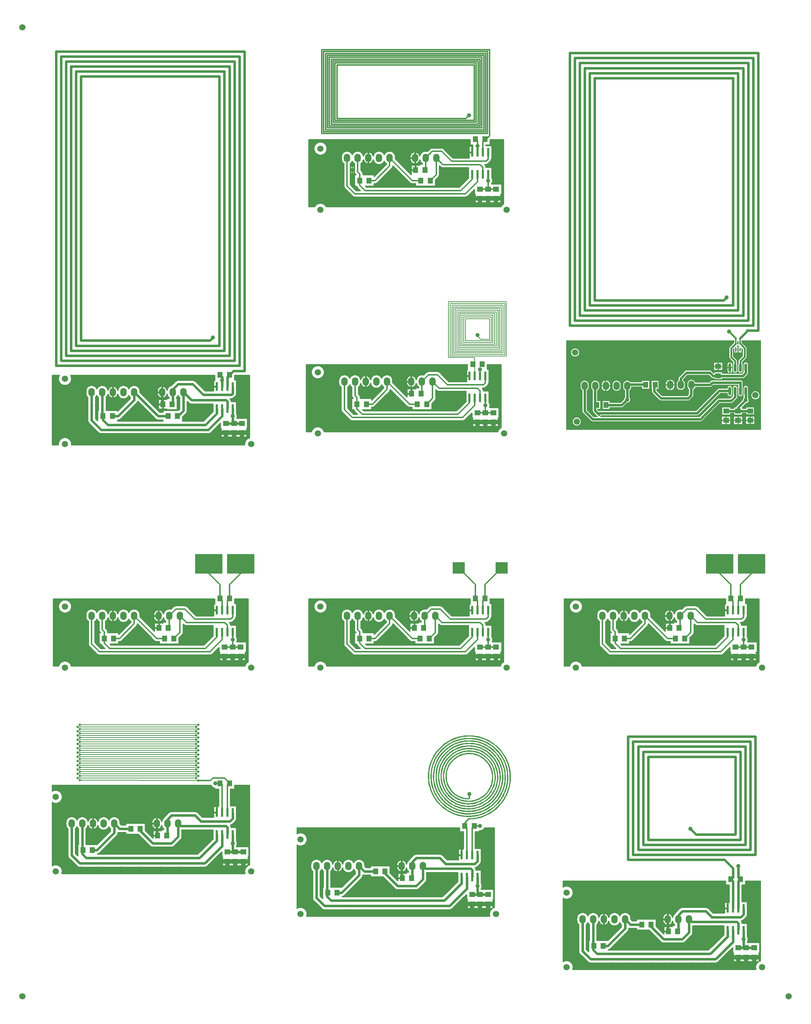
<source format=gtl>
%FSLAX44Y44*%
%MOMM*%
G71*
G01*
G75*
G04 Layer_Physical_Order=1*
G04 Layer_Color=255*
%ADD10O,0.6101X2.0320*%
%ADD11O,0.6096X2.0320*%
%ADD12O,0.3000X0.9901*%
%ADD13R,0.3000X0.9901*%
%ADD14C,0.3000*%
%ADD15C,0.5999*%
%ADD16R,0.5100X2.0201*%
%ADD17R,1.4501X1.2499*%
%ADD18R,1.2499X1.4501*%
%ADD19R,3.0000X2.8001*%
%ADD20C,1.5001*%
%ADD21C,0.5001*%
%ADD22C,0.3000*%
%ADD23C,0.5999*%
%ADD24C,0.3010*%
%ADD25C,0.4001*%
%ADD26C,0.3099*%
%ADD27C,0.1501*%
%ADD28C,1.0000*%
%ADD29C,0.3500*%
%ADD30C,0.1999*%
%ADD31C,0.7000*%
%ADD32C,1.0000*%
%ADD33O,1.5001X2.0000*%
G36*
X2674366Y10967140D02*
X2675357Y10966353D01*
X2676728Y10965668D01*
X2677719Y10965363D01*
X2678811Y10965109D01*
X2685415Y10965032D01*
X2685415Y10959572D01*
X2733472Y10959572D01*
X2733472Y10974430D01*
X2739669Y10980627D01*
X2741422Y10982456D01*
X2742057Y10983422D01*
X2742489Y10984310D01*
X2742921Y10985758D01*
X2743124Y10987029D01*
X2743124Y11007273D01*
X2743200Y11007273D01*
X2745130Y11005342D01*
X2746121Y11004504D01*
X2747899Y11003640D01*
X2749601Y11003208D01*
X2813685Y11003132D01*
X2813685Y10979130D01*
X2792273Y10957743D01*
X2570353Y10957743D01*
X2570353Y10957793D01*
X2568626Y10959572D01*
X2589581Y10959647D01*
X2589581Y10965286D01*
X2591994Y10965363D01*
X2592959Y10965515D01*
X2594051Y10965870D01*
X2595321Y10966556D01*
X2596490Y10967445D01*
X2631440Y11002395D01*
X2632303Y11003361D01*
X2633091Y11004554D01*
X2633574Y11005570D01*
X2633954Y11007323D01*
X2633929Y11007349D01*
X2634005Y11007551D01*
X2674366Y10967140D01*
X2674366Y10967140D02*
G37*
G36*
X1367892Y11554135D02*
X1368349Y11552788D01*
X1368958Y11551519D01*
X1369771Y11550223D01*
X1371321Y11548369D01*
X1373226Y11546718D01*
X1374648Y11545905D01*
X1376096Y11545168D01*
X1378128Y11544534D01*
X1380566Y11544152D01*
X1382319Y11544152D01*
X1382319Y11544229D01*
X1383995Y11544457D01*
X1385443Y11544812D01*
X1387424Y11545575D01*
X1388796Y11546388D01*
X1390091Y11547251D01*
X1391158Y11548242D01*
X1392504Y11549766D01*
X1393419Y11551138D01*
X1393850Y11552001D01*
X1394028Y11552205D01*
X1394079Y11552179D01*
X1394689Y11550934D01*
X1395806Y11549308D01*
X1397178Y11547911D01*
X1397178Y11545625D01*
X1367206Y11515653D01*
X1367206Y11517355D01*
X1340028Y11517432D01*
X1340028Y11547886D01*
X1341857Y11549918D01*
X1342771Y11551442D01*
X1343279Y11552483D01*
X1343863Y11554058D01*
X1344193Y11555277D01*
X1344270Y11555277D01*
X1344574Y11554236D01*
X1345057Y11553093D01*
X1345667Y11551823D01*
X1347114Y11550020D01*
X1348410Y11548826D01*
X1349604Y11548013D01*
X1351534Y11547023D01*
X1352804Y11546616D01*
X1354811Y11546261D01*
X1357173Y11546261D01*
X1357173Y11546285D01*
X1359027Y11546616D01*
X1360297Y11547023D01*
X1362151Y11547987D01*
X1363548Y11548953D01*
X1364996Y11550375D01*
X1364996Y11550452D01*
X1365301Y11550781D01*
X1365987Y11551696D01*
X1366545Y11552712D01*
X1367231Y11554109D01*
X1367485Y11555251D01*
X1367561Y11555277D01*
X1367892Y11554135D01*
X1367892Y11554135D02*
G37*
G36*
X1947520Y11580677D02*
X1947824Y11579636D01*
X1948256Y11578621D01*
X1948891Y11577274D01*
X1950364Y11575420D01*
X1951660Y11574226D01*
X1952854Y11573413D01*
X1954784Y11572422D01*
X1956054Y11572017D01*
X1958061Y11571660D01*
X1960423Y11571660D01*
X1960423Y11571686D01*
X1962277Y11572017D01*
X1963547Y11572422D01*
X1965401Y11573387D01*
X1966798Y11574353D01*
X1968246Y11575775D01*
X1968246Y11575851D01*
X1968602Y11576207D01*
X1969414Y11577350D01*
X1969922Y11578315D01*
X1970481Y11579559D01*
X1970735Y11580652D01*
X1970811Y11580677D01*
X1971142Y11579535D01*
X1971599Y11578188D01*
X1972208Y11576918D01*
X1973021Y11575623D01*
X1974571Y11573768D01*
X1976476Y11572118D01*
X1977898Y11571305D01*
X1979346Y11570568D01*
X1981378Y11569933D01*
X1983816Y11569552D01*
X1985569Y11569552D01*
X1985569Y11569629D01*
X1987245Y11569857D01*
X1988693Y11570212D01*
X1990674Y11570974D01*
X1992046Y11571787D01*
X1993341Y11572651D01*
X1994408Y11573641D01*
X1995754Y11575166D01*
X1996669Y11576537D01*
X1997075Y11577375D01*
X1997278Y11577578D01*
X1997380Y11577427D01*
X1998193Y11575902D01*
X1999437Y11574302D01*
X2000809Y11573032D01*
X2001901Y11572168D01*
X2001901Y11570391D01*
X1973631Y11542170D01*
X1973631Y11545930D01*
X1946656Y11546006D01*
X1946656Y11548369D01*
X1946478Y11550095D01*
X1946046Y11551366D01*
X1945640Y11552153D01*
X1944980Y11553246D01*
X1944116Y11554236D01*
X1942008Y11556294D01*
X1942008Y11572321D01*
X1942617Y11572778D01*
X1944091Y11574175D01*
X1945107Y11575369D01*
X1946021Y11576766D01*
X1946529Y11577832D01*
X1947113Y11579382D01*
X1947443Y11580703D01*
X1947520Y11580677D01*
X1947520Y11580677D02*
G37*
G36*
X2058416Y11525940D02*
X2059407Y11525153D01*
X2060778Y11524468D01*
X2061769Y11524163D01*
X2062861Y11523909D01*
X2069465Y11523832D01*
X2069465Y11518372D01*
X2117522Y11518372D01*
X2117522Y11533230D01*
X2123719Y11539427D01*
X2125472Y11541256D01*
X2126107Y11542222D01*
X2126539Y11543110D01*
X2126971Y11544558D01*
X2127174Y11545829D01*
X2127174Y11566073D01*
X2127250Y11566073D01*
X2129180Y11564142D01*
X2130171Y11563303D01*
X2131949Y11562440D01*
X2133651Y11562008D01*
X2197735Y11561932D01*
X2197735Y11537930D01*
X2176323Y11516543D01*
X1954403Y11516543D01*
X1954403Y11516619D01*
X1952676Y11518372D01*
X1973631Y11518447D01*
X1973631Y11524086D01*
X1976044Y11524163D01*
X1977009Y11524315D01*
X1978101Y11524670D01*
X1979371Y11525356D01*
X1980540Y11526245D01*
X2015490Y11561195D01*
X2016354Y11562161D01*
X2017141Y11563354D01*
X2017624Y11564370D01*
X2018005Y11566123D01*
X2017979Y11566149D01*
X2018055Y11566351D01*
X2058416Y11525940D01*
X2058416Y11525940D02*
G37*
G36*
X1344447Y11021090D02*
X1345082Y11019617D01*
X1345590Y11018651D01*
X1346657Y11017128D01*
X1347800Y11015883D01*
X1349299Y11014740D01*
X1351077Y11013750D01*
X1352423Y11013267D01*
X1354531Y11012784D01*
X1357427Y11012784D01*
X1357427Y11012860D01*
X1358189Y11012987D01*
X1359738Y11013394D01*
X1360754Y11013774D01*
X1362405Y11014689D01*
X1364107Y11015934D01*
X1365910Y11018093D01*
X1366495Y11019109D01*
X1367231Y11020709D01*
X1367536Y11021750D01*
X1367587Y11021776D01*
X1367688Y11021217D01*
X1368374Y11019236D01*
X1369339Y11017407D01*
X1370609Y11015603D01*
X1372641Y11013673D01*
X1374546Y11012479D01*
X1375893Y11011793D01*
X1377290Y11011285D01*
X1379804Y11010752D01*
X1383030Y11010752D01*
X1383030Y11010829D01*
X1383944Y11010956D01*
X1385443Y11011337D01*
X1386662Y11011793D01*
X1388974Y11012961D01*
X1390625Y11014258D01*
X1391844Y11015502D01*
X1392987Y11016924D01*
X1394003Y11018754D01*
X1394079Y11018728D01*
X1394257Y11018397D01*
X1395146Y11016899D01*
X1396365Y11015349D01*
X1397127Y11014562D01*
X1398651Y11013344D01*
X1398651Y11011591D01*
X1370381Y10983372D01*
X1370381Y10987130D01*
X1343406Y10987206D01*
X1343406Y10990305D01*
X1343355Y10990381D01*
X1343304Y10990914D01*
X1342974Y10992159D01*
X1342365Y10993455D01*
X1341730Y10994470D01*
X1340790Y10995513D01*
X1338758Y10997494D01*
X1338758Y11013495D01*
X1339571Y11014131D01*
X1341272Y11015807D01*
X1342669Y11017788D01*
X1343152Y11018754D01*
X1343863Y11020531D01*
X1344168Y11021802D01*
X1344270Y11021802D01*
X1344447Y11021090D01*
X1344447Y11021090D02*
G37*
G36*
X1681404Y11452205D02*
X1679854Y11451646D01*
X1677543Y11450477D01*
X1676019Y11449359D01*
X1674266Y11447683D01*
X1673174Y11446414D01*
X1672285Y11445016D01*
X1671523Y11443594D01*
X1670888Y11442095D01*
X1670304Y11439834D01*
X1670050Y11437091D01*
X1670152Y11435262D01*
X1257554Y11435262D01*
X1257579Y11437472D01*
X1257554Y11438640D01*
X1257503Y11438691D01*
X1257478Y11439301D01*
X1257173Y11440673D01*
X1256716Y11442222D01*
X1256208Y11443441D01*
X1255344Y11445194D01*
X1253769Y11447302D01*
X1252068Y11449030D01*
X1250213Y11450426D01*
X1248004Y11451569D01*
X1246556Y11452153D01*
X1245184Y11452534D01*
X1243736Y11452788D01*
X1242060Y11452941D01*
X1239698Y11452839D01*
X1237971Y11452534D01*
X1236599Y11452153D01*
X1235100Y11451519D01*
X1233145Y11450527D01*
X1231722Y11449537D01*
X1230427Y11448395D01*
X1229055Y11446794D01*
X1227811Y11445042D01*
X1227074Y11443695D01*
X1226414Y11442019D01*
X1225804Y11439758D01*
X1225550Y11437091D01*
X1225652Y11435262D01*
X1211377Y11435262D01*
X1211377Y11600490D01*
X1227709Y11600490D01*
X1227709Y11600464D01*
X1227226Y11599498D01*
X1226464Y11597797D01*
X1226007Y11596248D01*
X1225601Y11593632D01*
X1225601Y11591396D01*
X1225652Y11591345D01*
X1225677Y11590482D01*
X1226261Y11587611D01*
X1227277Y11585249D01*
X1228115Y11583776D01*
X1229843Y11581516D01*
X1231240Y11580220D01*
X1233195Y11578823D01*
X1234592Y11578062D01*
X1236015Y11577451D01*
X1237742Y11576918D01*
X1240231Y11576410D01*
X1243076Y11576410D01*
X1243076Y11576487D01*
X1244473Y11576664D01*
X1245946Y11577070D01*
X1247191Y11577451D01*
X1248639Y11578062D01*
X1250036Y11578823D01*
X1252042Y11580271D01*
X1253236Y11581439D01*
X1254354Y11582760D01*
X1255852Y11585096D01*
X1256411Y11586443D01*
X1257021Y11588120D01*
X1257579Y11590609D01*
X1257605Y11593428D01*
X1257427Y11595079D01*
X1256767Y11597721D01*
X1255979Y11599524D01*
X1255497Y11600490D01*
X1598549Y11600490D01*
X1598549Y11588602D01*
X1596517Y11588551D01*
X1596517Y11563914D01*
X1575689Y11563914D01*
X1575689Y11563964D01*
X1553464Y11586215D01*
X1552219Y11587307D01*
X1551178Y11588043D01*
X1550314Y11588424D01*
X1548892Y11588983D01*
X1547520Y11589186D01*
X1546403Y11589314D01*
X1511478Y11589314D01*
X1510233Y11589186D01*
X1508912Y11588983D01*
X1506880Y11588145D01*
X1505229Y11587002D01*
X1494968Y11576741D01*
X1493622Y11576283D01*
X1492326Y11575699D01*
X1490929Y11574886D01*
X1489456Y11573693D01*
X1488161Y11572346D01*
X1487297Y11571228D01*
X1486484Y11569958D01*
X1485900Y11568663D01*
X1485697Y11568181D01*
X1485341Y11567291D01*
X1485036Y11566123D01*
X1484986Y11566123D01*
X1484706Y11567190D01*
X1484325Y11568104D01*
X1483487Y11569730D01*
X1482192Y11571381D01*
X1480566Y11572828D01*
X1479194Y11573743D01*
X1478305Y11574125D01*
X1476883Y11574708D01*
X1475638Y11575013D01*
X1474419Y11575140D01*
X1471930Y11575140D01*
X1470762Y11574912D01*
X1469542Y11574581D01*
X1468399Y11574149D01*
X1467307Y11573566D01*
X1466139Y11572828D01*
X1464310Y11571178D01*
X1463116Y11569451D01*
X1462329Y11567850D01*
X1461922Y11566783D01*
X1461567Y11565437D01*
X1461389Y11563507D01*
X1461389Y11557310D01*
X1461414Y11557284D01*
X1461618Y11555887D01*
X1461948Y11554515D01*
X1462430Y11553270D01*
X1463243Y11551798D01*
X1464081Y11550553D01*
X1466088Y11548597D01*
X1467993Y11547531D01*
X1469390Y11546870D01*
X1470381Y11546591D01*
X1472692Y11546184D01*
X1474394Y11546184D01*
X1474394Y11546261D01*
X1475613Y11546438D01*
X1476858Y11546692D01*
X1478001Y11547124D01*
X1479931Y11548140D01*
X1480871Y11548826D01*
X1482217Y11550071D01*
X1483208Y11551315D01*
X1484097Y11552889D01*
X1484681Y11554186D01*
X1484986Y11555303D01*
X1485036Y11555277D01*
X1485367Y11554083D01*
X1485951Y11552483D01*
X1486535Y11551289D01*
X1487780Y11549486D01*
X1489253Y11547911D01*
X1489253Y11546006D01*
X1484554Y11545930D01*
X1484554Y11543975D01*
X1464056Y11543898D01*
X1464056Y11520480D01*
X1484554Y11520403D01*
X1484554Y11518372D01*
X1510081Y11518372D01*
X1510081Y11545930D01*
X1508303Y11546006D01*
X1508303Y11547911D01*
X1509166Y11548774D01*
X1509954Y11549740D01*
X1510894Y11551162D01*
X1511325Y11552001D01*
X1511503Y11552205D01*
X1511554Y11552179D01*
X1512164Y11550934D01*
X1513281Y11549308D01*
X1514653Y11547911D01*
X1514653Y11520226D01*
X1511859Y11517432D01*
X1474724Y11517355D01*
X1474724Y11513113D01*
X1467739Y11513113D01*
X1467739Y11513164D01*
X1420749Y11560154D01*
X1420749Y11563787D01*
X1420698Y11563837D01*
X1420597Y11565387D01*
X1420292Y11566581D01*
X1419885Y11567850D01*
X1419530Y11568790D01*
X1418819Y11570314D01*
X1417930Y11571635D01*
X1416533Y11573209D01*
X1414805Y11574708D01*
X1413459Y11575496D01*
X1412316Y11576029D01*
X1410945Y11576588D01*
X1409725Y11576943D01*
X1407871Y11577172D01*
X1405712Y11577172D01*
X1404366Y11577045D01*
X1402944Y11576715D01*
X1401775Y11576360D01*
X1400404Y11575750D01*
X1399464Y11575216D01*
X1397991Y11574252D01*
X1396314Y11572626D01*
X1395501Y11571610D01*
X1394562Y11570289D01*
X1394054Y11569247D01*
X1393952Y11569171D01*
X1393952Y11569272D01*
X1393469Y11570212D01*
X1392961Y11570974D01*
X1391793Y11572549D01*
X1390218Y11574073D01*
X1388923Y11574988D01*
X1387653Y11575724D01*
X1386256Y11576360D01*
X1385011Y11576741D01*
X1383640Y11577045D01*
X1382319Y11577172D01*
X1380211Y11577172D01*
X1378356Y11576943D01*
X1376883Y11576511D01*
X1375004Y11575775D01*
X1373378Y11574861D01*
X1372159Y11573845D01*
X1370584Y11572271D01*
X1369644Y11571051D01*
X1369035Y11569984D01*
X1368450Y11568816D01*
X1367942Y11567444D01*
X1367561Y11566123D01*
X1367511Y11566123D01*
X1367206Y11567266D01*
X1366723Y11568435D01*
X1366088Y11569552D01*
X1365326Y11570720D01*
X1363574Y11572499D01*
X1362456Y11573260D01*
X1361440Y11573895D01*
X1359967Y11574530D01*
X1357706Y11575115D01*
X1355192Y11575242D01*
X1353109Y11574886D01*
X1351559Y11574403D01*
X1350340Y11573845D01*
X1349019Y11573108D01*
X1347546Y11571864D01*
X1346632Y11570847D01*
X1345768Y11569705D01*
X1345311Y11568892D01*
X1344600Y11567291D01*
X1344270Y11566123D01*
X1344193Y11566123D01*
X1343914Y11567368D01*
X1343457Y11568586D01*
X1342822Y11569832D01*
X1342187Y11571025D01*
X1341272Y11572219D01*
X1340180Y11573337D01*
X1338631Y11574683D01*
X1337107Y11575623D01*
X1335278Y11576384D01*
X1333475Y11576943D01*
X1331595Y11577172D01*
X1329436Y11577172D01*
X1328090Y11577045D01*
X1326693Y11576715D01*
X1325448Y11576360D01*
X1323188Y11575216D01*
X1322222Y11574556D01*
X1321892Y11574327D01*
X1320140Y11572677D01*
X1319149Y11571483D01*
X1318336Y11570212D01*
X1317854Y11569247D01*
X1317752Y11569171D01*
X1317752Y11569272D01*
X1317269Y11570212D01*
X1316787Y11570950D01*
X1315669Y11572473D01*
X1314044Y11574048D01*
X1312418Y11575190D01*
X1310056Y11576360D01*
X1307287Y11577122D01*
X1304138Y11577197D01*
X1302131Y11576943D01*
X1300607Y11576511D01*
X1298550Y11575623D01*
X1297254Y11574886D01*
X1296010Y11573921D01*
X1294130Y11572017D01*
X1292962Y11570289D01*
X1292581Y11569578D01*
X1292098Y11568485D01*
X1291641Y11567216D01*
X1291234Y11565413D01*
X1291082Y11563253D01*
X1291082Y11558884D01*
X1291158Y11556649D01*
X1291666Y11554008D01*
X1292200Y11552687D01*
X1293012Y11551138D01*
X1294257Y11549258D01*
X1295578Y11547911D01*
X1295578Y11492920D01*
X1295654Y11492844D01*
X1295654Y11492386D01*
X1295883Y11491117D01*
X1296314Y11489847D01*
X1296873Y11488704D01*
X1298118Y11487079D01*
X1321537Y11463660D01*
X1322959Y11462668D01*
X1324305Y11461984D01*
X1326693Y11461348D01*
X1584757Y11461348D01*
X1584757Y11461425D01*
X1586281Y11461730D01*
X1588364Y11462618D01*
X1590040Y11463914D01*
X1611960Y11485834D01*
X1612011Y11485808D01*
X1612011Y11473540D01*
X1614043Y11473490D01*
X1614043Y11452966D01*
X1675638Y11452966D01*
X1675638Y11473490D01*
X1677670Y11473540D01*
X1677670Y11499016D01*
X1652346Y11499067D01*
X1652321Y11499169D01*
X1652753Y11500337D01*
X1653159Y11502675D01*
X1653134Y11504198D01*
X1652956Y11505824D01*
X1652905Y11505798D01*
X1652854Y11506281D01*
X1652422Y11507728D01*
X1651838Y11508922D01*
X1651178Y11510066D01*
X1651178Y11522003D01*
X1651127Y11522054D01*
X1651076Y11523044D01*
X1650746Y11524569D01*
X1650746Y11538767D01*
X1638478Y11538818D01*
X1638275Y11540419D01*
X1638224Y11540419D01*
X1638173Y11540901D01*
X1637741Y11542069D01*
X1637360Y11542983D01*
X1636776Y11543949D01*
X1636065Y11544863D01*
X1639697Y11544915D01*
X1641221Y11545219D01*
X1643304Y11546133D01*
X1644980Y11547404D01*
X1646834Y11549283D01*
X1649222Y11551747D01*
X1649882Y11552712D01*
X1650340Y11553702D01*
X1650568Y11554261D01*
X1650975Y11555455D01*
X1651178Y11557131D01*
X1651178Y11573743D01*
X1651127Y11573820D01*
X1651076Y11574861D01*
X1650746Y11576384D01*
X1650746Y11590507D01*
X1646606Y11590583D01*
X1646606Y11600490D01*
X1681404Y11600490D01*
X1681404Y11452205D01*
X1681404Y11452205D02*
G37*
G36*
X1927987Y11017712D02*
X1928876Y11016366D01*
X1930578Y11014512D01*
X1931797Y11013470D01*
X1931797Y10993810D01*
X1931822Y10993785D01*
X1932000Y10992362D01*
X1932381Y10990991D01*
X1932915Y10989950D01*
X1933880Y10988629D01*
X1935277Y10987206D01*
X1931924Y10987130D01*
X1931924Y10959647D01*
X1936852Y10959572D01*
X1937309Y10958530D01*
X1938045Y10957133D01*
X1945411Y10949767D01*
X1945386Y10949741D01*
X1936750Y10949741D01*
X1936750Y10949792D01*
X1922958Y10963584D01*
X1922958Y11013521D01*
X1923618Y11014004D01*
X1924990Y11015325D01*
X1926082Y11016620D01*
X1927403Y11018855D01*
X1927987Y11017712D01*
X1927987Y11017712D02*
G37*
G36*
X2537587Y11017712D02*
X2538476Y11016366D01*
X2540178Y11014512D01*
X2541397Y11013470D01*
X2541397Y10993810D01*
X2541422Y10993785D01*
X2541600Y10992362D01*
X2541981Y10990991D01*
X2542515Y10989950D01*
X2543480Y10988629D01*
X2544877Y10987206D01*
X2541524Y10987130D01*
X2541524Y10959647D01*
X2546452Y10959572D01*
X2546909Y10958530D01*
X2547645Y10957133D01*
X2555011Y10949767D01*
X2554986Y10949741D01*
X2546350Y10949741D01*
X2546350Y10949792D01*
X2532558Y10963584D01*
X2532558Y11013521D01*
X2533218Y11014004D01*
X2534590Y11015325D01*
X2535682Y11016620D01*
X2537003Y11018855D01*
X2537587Y11017712D01*
X2537587Y11017712D02*
G37*
G36*
X2064766Y10967140D02*
X2065757Y10966353D01*
X2067128Y10965668D01*
X2068119Y10965363D01*
X2069211Y10965109D01*
X2075815Y10965032D01*
X2075815Y10959572D01*
X2123872Y10959572D01*
X2123872Y10974430D01*
X2130069Y10980627D01*
X2131822Y10982456D01*
X2132457Y10983422D01*
X2132889Y10984310D01*
X2133321Y10985758D01*
X2133524Y10987029D01*
X2133524Y11007273D01*
X2133600Y11007273D01*
X2135530Y11005342D01*
X2136521Y11004504D01*
X2138299Y11003640D01*
X2140001Y11003208D01*
X2204085Y11003132D01*
X2204085Y10979130D01*
X2182673Y10957743D01*
X1960753Y10957743D01*
X1960753Y10957793D01*
X1959026Y10959572D01*
X1979981Y10959647D01*
X1979981Y10965286D01*
X1982394Y10965363D01*
X1983359Y10965515D01*
X1984451Y10965870D01*
X1985721Y10966556D01*
X1986890Y10967445D01*
X2021840Y11002395D01*
X2022704Y11003361D01*
X2023491Y11004554D01*
X2023974Y11005570D01*
X2024355Y11007323D01*
X2024329Y11007349D01*
X2024405Y11007551D01*
X2064766Y10967140D01*
X2064766Y10967140D02*
G37*
G36*
X1455166Y10967140D02*
X1456157Y10966353D01*
X1457528Y10965668D01*
X1458519Y10965363D01*
X1459611Y10965109D01*
X1466215Y10965032D01*
X1466215Y10959572D01*
X1514272Y10959572D01*
X1514272Y10974430D01*
X1520469Y10980627D01*
X1522222Y10982456D01*
X1522857Y10983422D01*
X1523289Y10984310D01*
X1523721Y10985758D01*
X1523924Y10987029D01*
X1523924Y11007273D01*
X1524000Y11007273D01*
X1525930Y11005342D01*
X1526921Y11004504D01*
X1528699Y11003640D01*
X1530401Y11003208D01*
X1594485Y11003132D01*
X1594485Y10979130D01*
X1573073Y10957743D01*
X1351153Y10957743D01*
X1351153Y10957793D01*
X1349426Y10959572D01*
X1370381Y10959647D01*
X1370381Y10965286D01*
X1372794Y10965363D01*
X1373759Y10965515D01*
X1374851Y10965870D01*
X1376121Y10966556D01*
X1377290Y10967445D01*
X1412240Y11002395D01*
X1413104Y11003361D01*
X1413891Y11004554D01*
X1414374Y11005570D01*
X1414755Y11007323D01*
X1414729Y11007349D01*
X1414805Y11007551D01*
X1455166Y10967140D01*
X1455166Y10967140D02*
G37*
G36*
X2911653Y11128938D02*
X2848153Y11128938D01*
X2848153Y11173389D01*
X2911653Y11173389D01*
X2911653Y11128938D01*
X2911653Y11128938D02*
G37*
G36*
X2835453Y11128938D02*
X2771953Y11128938D01*
X2771953Y11173389D01*
X2835453Y11173389D01*
X2835453Y11128938D01*
X2835453Y11128938D02*
G37*
G36*
X1317879Y11552179D02*
X1318489Y11550934D01*
X1319606Y11549308D01*
X1320978Y11547911D01*
X1320978Y11517432D01*
X1319149Y11517355D01*
X1319149Y11492971D01*
X1314628Y11497493D01*
X1314628Y11547911D01*
X1315491Y11548774D01*
X1316279Y11549740D01*
X1317219Y11551162D01*
X1317650Y11552001D01*
X1317828Y11552205D01*
X1317879Y11552179D01*
X1317879Y11552179D02*
G37*
G36*
X1457427Y11496553D02*
X1458112Y11495968D01*
X1459078Y11495333D01*
X1460170Y11494750D01*
X1461389Y11494368D01*
X1462583Y11494114D01*
X1474724Y11494064D01*
X1474724Y11492412D01*
X1367206Y11492412D01*
X1367206Y11494064D01*
X1369974Y11494139D01*
X1372057Y11494673D01*
X1373556Y11495435D01*
X1375105Y11496604D01*
X1411707Y11533230D01*
X1414170Y11535770D01*
X1414856Y11536837D01*
X1415618Y11538311D01*
X1457427Y11496553D01*
X1457427Y11496553D02*
G37*
G36*
X1536802Y11534652D02*
X1537487Y11534069D01*
X1538453Y11533434D01*
X1539545Y11532849D01*
X1540764Y11532468D01*
X1541958Y11532214D01*
X1594485Y11532163D01*
X1594485Y11524595D01*
X1594155Y11523044D01*
X1594028Y11521495D01*
X1594028Y11513876D01*
X1572565Y11492412D01*
X1522781Y11492412D01*
X1522781Y11501429D01*
X1529359Y11508008D01*
X1531747Y11510471D01*
X1532407Y11511437D01*
X1532865Y11512428D01*
X1533093Y11512986D01*
X1533500Y11514180D01*
X1533703Y11515857D01*
X1533703Y11537676D01*
X1533779Y11537676D01*
X1536802Y11534652D01*
X1536802Y11534652D02*
G37*
G36*
X1977415Y11020938D02*
X1977949Y11019388D01*
X1978558Y11018118D01*
X1979371Y11016823D01*
X1980921Y11014968D01*
X1982826Y11013318D01*
X1984248Y11012505D01*
X1985696Y11011769D01*
X1987728Y11011133D01*
X1990166Y11010752D01*
X1991919Y11010752D01*
X1991919Y11010829D01*
X1993595Y11011057D01*
X1995043Y11011412D01*
X1997024Y11012174D01*
X1998396Y11012987D01*
X1999691Y11013851D01*
X2000758Y11014841D01*
X2002104Y11016366D01*
X2003019Y11017737D01*
X2003450Y11018601D01*
X2003654Y11018829D01*
X2004543Y11017128D01*
X2005787Y11015502D01*
X2007159Y11014232D01*
X2008251Y11013368D01*
X2008251Y11011591D01*
X1979981Y10983372D01*
X1979981Y10987130D01*
X1953006Y10987206D01*
X1953006Y10989569D01*
X1952828Y10991296D01*
X1952396Y10992566D01*
X1951990Y10993353D01*
X1951330Y10994446D01*
X1950466Y10995436D01*
X1948358Y10997494D01*
X1948358Y11013521D01*
X1948967Y11013978D01*
X1950441Y11015375D01*
X1951457Y11016569D01*
X1952371Y11017966D01*
X1952879Y11019033D01*
X1953463Y11020632D01*
X1953743Y11021725D01*
X1953870Y11021826D01*
X1954047Y11021166D01*
X1954301Y11020481D01*
X1954327Y11020481D01*
X1954606Y11019795D01*
X1955267Y11018423D01*
X1956714Y11016620D01*
X1958010Y11015426D01*
X1959204Y11014613D01*
X1961134Y11013622D01*
X1962404Y11013217D01*
X1964411Y11012860D01*
X1966773Y11012860D01*
X1966773Y11012886D01*
X1968627Y11013217D01*
X1969897Y11013622D01*
X1971751Y11014587D01*
X1973148Y11015553D01*
X1974596Y11016975D01*
X1974596Y11017052D01*
X1974901Y11017382D01*
X1975587Y11018296D01*
X1976145Y11019312D01*
X1976831Y11020735D01*
X1977034Y11021699D01*
X1977187Y11021826D01*
X1977415Y11020938D01*
X1977415Y11020938D02*
G37*
G36*
X1921637Y11576511D02*
X1922526Y11575166D01*
X1924228Y11573312D01*
X1925447Y11572271D01*
X1925447Y11552610D01*
X1925472Y11552585D01*
X1925650Y11551162D01*
X1926031Y11549791D01*
X1926565Y11548750D01*
X1927530Y11547429D01*
X1928927Y11546006D01*
X1925574Y11545930D01*
X1925574Y11518447D01*
X1930502Y11518372D01*
X1930959Y11517330D01*
X1931695Y11515933D01*
X1939061Y11508567D01*
X1939036Y11508541D01*
X1930400Y11508541D01*
X1930400Y11508593D01*
X1916608Y11522384D01*
X1916608Y11572321D01*
X1917268Y11572804D01*
X1918487Y11573972D01*
X1919453Y11575063D01*
X1920316Y11576334D01*
X1920977Y11577554D01*
X1921104Y11577554D01*
X1921637Y11576511D01*
X1921637Y11576511D02*
G37*
G36*
X2587015Y11020938D02*
X2587549Y11019388D01*
X2588158Y11018118D01*
X2588971Y11016823D01*
X2590521Y11014968D01*
X2592426Y11013318D01*
X2593848Y11012505D01*
X2595296Y11011769D01*
X2597328Y11011133D01*
X2599766Y11010752D01*
X2601519Y11010752D01*
X2601519Y11010829D01*
X2603195Y11011057D01*
X2604643Y11011412D01*
X2606624Y11012174D01*
X2607996Y11012987D01*
X2609291Y11013851D01*
X2610358Y11014841D01*
X2611704Y11016366D01*
X2612619Y11017737D01*
X2613051Y11018601D01*
X2613253Y11018829D01*
X2614142Y11017128D01*
X2615387Y11015502D01*
X2616759Y11014232D01*
X2617851Y11013368D01*
X2617851Y11011591D01*
X2589581Y10983372D01*
X2589581Y10987130D01*
X2562606Y10987206D01*
X2562606Y10989569D01*
X2562428Y10991296D01*
X2561996Y10992566D01*
X2561590Y10993353D01*
X2560930Y10994446D01*
X2560066Y10995436D01*
X2557958Y10997494D01*
X2557958Y11013521D01*
X2558567Y11013978D01*
X2560041Y11015375D01*
X2561057Y11016569D01*
X2561971Y11017966D01*
X2562479Y11019033D01*
X2563063Y11020632D01*
X2563343Y11021725D01*
X2563470Y11021826D01*
X2563622Y11021166D01*
X2563901Y11020481D01*
X2563927Y11020481D01*
X2564206Y11019795D01*
X2564867Y11018423D01*
X2566314Y11016620D01*
X2567610Y11015426D01*
X2568804Y11014613D01*
X2570734Y11013622D01*
X2572004Y11013217D01*
X2574011Y11012860D01*
X2576373Y11012860D01*
X2576373Y11012886D01*
X2578227Y11013217D01*
X2579497Y11013622D01*
X2581351Y11014587D01*
X2582748Y11015553D01*
X2584196Y11016975D01*
X2584196Y11017052D01*
X2584501Y11017382D01*
X2585186Y11018296D01*
X2585746Y11019312D01*
X2586431Y11020735D01*
X2586635Y11021699D01*
X2586787Y11021826D01*
X2587015Y11020938D01*
X2587015Y11020938D02*
G37*
G36*
X1692453Y11128938D02*
X1628953Y11128938D01*
X1628953Y11173389D01*
X1692453Y11173389D01*
X1692453Y11128938D01*
X1692453Y11128938D02*
G37*
G36*
X1616253Y11128938D02*
X1552753Y11128938D01*
X1552753Y11173389D01*
X1616253Y11173389D01*
X1616253Y11128938D01*
X1616253Y11128938D02*
G37*
G36*
X1318387Y11017712D02*
X1319276Y11016366D01*
X1320978Y11014512D01*
X1322197Y11013470D01*
X1322197Y10993810D01*
X1322222Y10993785D01*
X1322400Y10992362D01*
X1322781Y10990991D01*
X1323315Y10989950D01*
X1324280Y10988629D01*
X1325677Y10987206D01*
X1322324Y10987130D01*
X1322324Y10959647D01*
X1327252Y10959572D01*
X1327709Y10958530D01*
X1328445Y10957133D01*
X1335811Y10949767D01*
X1335786Y10949741D01*
X1327150Y10949741D01*
X1327150Y10949792D01*
X1313358Y10963584D01*
X1313358Y11013521D01*
X1314018Y11014004D01*
X1315390Y11015325D01*
X1316482Y11016620D01*
X1317803Y11018855D01*
X1318387Y11017712D01*
X1318387Y11017712D02*
G37*
G36*
X2813685Y10279994D02*
X2813355Y10278445D01*
X2813228Y10276896D01*
X2813228Y10266100D01*
X2777541Y10230413D01*
X2538781Y10230413D01*
X2538781Y10230540D01*
X2539162Y10230642D01*
X2541092Y10231277D01*
X2543150Y10232623D01*
X2583459Y10272933D01*
X2585872Y10275422D01*
X2586457Y10276337D01*
X2587015Y10277454D01*
X2587473Y10278724D01*
X2587752Y10279994D01*
X2587803Y10281671D01*
X2589835Y10281289D01*
X2605024Y10281213D01*
X2605024Y10277023D01*
X2635758Y10276946D01*
X2663927Y10248778D01*
X2664612Y10248193D01*
X2665578Y10247559D01*
X2666797Y10246924D01*
X2669210Y10246288D01*
X2716022Y10246288D01*
X2716022Y10246313D01*
X2718257Y10246898D01*
X2719756Y10247660D01*
X2721305Y10248828D01*
X2735859Y10263408D01*
X2738247Y10265872D01*
X2738907Y10266837D01*
X2739365Y10267827D01*
X2739593Y10268386D01*
X2740000Y10269580D01*
X2740203Y10271256D01*
X2740203Y10287563D01*
X2813685Y10287563D01*
X2813685Y10279994D01*
X2813685Y10279994D02*
G37*
G36*
X2489454Y10294879D02*
X2490064Y10293634D01*
X2491181Y10292008D01*
X2492553Y10290612D01*
X2492553Y10253782D01*
X2490724Y10253705D01*
X2490724Y10226603D01*
X2486203Y10231176D01*
X2486203Y10290612D01*
X2487066Y10291475D01*
X2487854Y10292440D01*
X2488794Y10293862D01*
X2489225Y10294701D01*
X2489403Y10294904D01*
X2489454Y10294879D01*
X2489454Y10294879D02*
G37*
G36*
X2539467Y10296835D02*
X2539924Y10295488D01*
X2540533Y10294219D01*
X2541346Y10292922D01*
X2542896Y10291068D01*
X2544801Y10289418D01*
X2546223Y10288605D01*
X2547671Y10287869D01*
X2549703Y10287233D01*
X2552141Y10286852D01*
X2553894Y10286852D01*
X2553894Y10286929D01*
X2555570Y10287157D01*
X2557018Y10287512D01*
X2558999Y10288275D01*
X2560371Y10289087D01*
X2561666Y10289951D01*
X2562733Y10290941D01*
X2564079Y10292466D01*
X2564994Y10293837D01*
X2565425Y10294701D01*
X2565603Y10294904D01*
X2565654Y10294879D01*
X2566264Y10293634D01*
X2567381Y10292008D01*
X2568753Y10290612D01*
X2568753Y10285150D01*
X2537333Y10253705D01*
X2511603Y10253705D01*
X2511603Y10290586D01*
X2513432Y10292618D01*
X2514346Y10294142D01*
X2514854Y10295183D01*
X2515438Y10296758D01*
X2515768Y10297977D01*
X2515845Y10297977D01*
X2516149Y10296936D01*
X2516632Y10295793D01*
X2517242Y10294523D01*
X2518689Y10292720D01*
X2519985Y10291526D01*
X2521179Y10290713D01*
X2523109Y10289723D01*
X2524379Y10289316D01*
X2526386Y10288960D01*
X2528748Y10288960D01*
X2528748Y10288986D01*
X2530602Y10289316D01*
X2531872Y10289723D01*
X2533726Y10290687D01*
X2535123Y10291653D01*
X2536571Y10293075D01*
X2536571Y10293152D01*
X2536876Y10293481D01*
X2537562Y10294396D01*
X2538120Y10295413D01*
X2538806Y10296809D01*
X2539060Y10297952D01*
X2539136Y10297977D01*
X2539467Y10296835D01*
X2539467Y10296835D02*
G37*
G36*
X2817749Y10384972D02*
X2825928Y10384896D01*
X2825928Y10344003D01*
X2815717Y10343951D01*
X2815717Y10318221D01*
X2788539Y10318221D01*
X2788539Y10318297D01*
X2776880Y10329930D01*
X2775610Y10330769D01*
X2774569Y10331251D01*
X2773274Y10331733D01*
X2770988Y10332013D01*
X2714803Y10332013D01*
X2713558Y10331886D01*
X2712238Y10331683D01*
X2710205Y10330845D01*
X2708554Y10329702D01*
X2700883Y10322006D01*
X2697785Y10318856D01*
X2697074Y10317764D01*
X2696667Y10316976D01*
X2695524Y10316036D01*
X2693772Y10313979D01*
X2693137Y10312887D01*
X2692451Y10311516D01*
X2692121Y10310703D01*
X2691790Y10309763D01*
X2691536Y10308823D01*
X2691486Y10308823D01*
X2691206Y10309890D01*
X2690825Y10310804D01*
X2689987Y10312430D01*
X2688692Y10314081D01*
X2687066Y10315529D01*
X2685694Y10316443D01*
X2684805Y10316824D01*
X2683383Y10317408D01*
X2682138Y10317714D01*
X2680919Y10317841D01*
X2678430Y10317841D01*
X2677262Y10317611D01*
X2676042Y10317281D01*
X2674899Y10316849D01*
X2673807Y10316266D01*
X2672639Y10315529D01*
X2670810Y10313878D01*
X2669616Y10312151D01*
X2668829Y10310551D01*
X2668423Y10309484D01*
X2668067Y10308137D01*
X2667889Y10306207D01*
X2667889Y10300264D01*
X2667914Y10300238D01*
X2668092Y10298638D01*
X2668448Y10297216D01*
X2668930Y10295970D01*
X2669743Y10294497D01*
X2670581Y10293253D01*
X2672588Y10291298D01*
X2674493Y10290231D01*
X2675890Y10289570D01*
X2676880Y10289291D01*
X2679192Y10288884D01*
X2680894Y10288884D01*
X2680894Y10288960D01*
X2682113Y10289138D01*
X2683358Y10289392D01*
X2684501Y10289824D01*
X2686431Y10290840D01*
X2687371Y10291526D01*
X2688717Y10292771D01*
X2689708Y10294015D01*
X2690597Y10295590D01*
X2691181Y10296885D01*
X2691486Y10298003D01*
X2691536Y10297977D01*
X2691866Y10296783D01*
X2692451Y10295183D01*
X2693035Y10293989D01*
X2694279Y10292186D01*
X2695753Y10290612D01*
X2695753Y10288706D01*
X2691054Y10288630D01*
X2691054Y10286675D01*
X2670556Y10286598D01*
X2670556Y10269021D01*
X2653081Y10286471D01*
X2653081Y10304506D01*
X2605024Y10304506D01*
X2605024Y10300264D01*
X2594864Y10300264D01*
X2594864Y10300314D01*
X2592324Y10302854D01*
X2592324Y10306487D01*
X2592273Y10306537D01*
X2592172Y10308087D01*
X2591867Y10309281D01*
X2591460Y10310551D01*
X2591105Y10311490D01*
X2590394Y10313014D01*
X2589505Y10314335D01*
X2588108Y10315909D01*
X2586380Y10317408D01*
X2585034Y10318196D01*
X2583891Y10318729D01*
X2582520Y10319288D01*
X2581300Y10319644D01*
X2579446Y10319872D01*
X2577287Y10319872D01*
X2575941Y10319745D01*
X2574519Y10319415D01*
X2573350Y10319059D01*
X2571978Y10318450D01*
X2571039Y10317916D01*
X2569566Y10316951D01*
X2567889Y10315326D01*
X2567076Y10314309D01*
X2566136Y10312988D01*
X2565629Y10311947D01*
X2565527Y10311871D01*
X2565527Y10311973D01*
X2565044Y10312913D01*
X2564536Y10313674D01*
X2563368Y10315249D01*
X2561793Y10316774D01*
X2560498Y10317688D01*
X2559228Y10318424D01*
X2557831Y10319059D01*
X2556586Y10319441D01*
X2555215Y10319745D01*
X2553894Y10319872D01*
X2551786Y10319872D01*
X2549931Y10319644D01*
X2548458Y10319211D01*
X2546579Y10318475D01*
X2544953Y10317561D01*
X2543734Y10316545D01*
X2542159Y10314969D01*
X2541219Y10313751D01*
X2540610Y10312684D01*
X2540025Y10311516D01*
X2539517Y10310144D01*
X2539136Y10308823D01*
X2539086Y10308823D01*
X2538781Y10309966D01*
X2538298Y10311134D01*
X2537663Y10312252D01*
X2536901Y10313420D01*
X2535149Y10315199D01*
X2534031Y10315961D01*
X2533015Y10316595D01*
X2531542Y10317230D01*
X2529281Y10317815D01*
X2526767Y10317942D01*
X2524684Y10317587D01*
X2523134Y10317103D01*
X2521915Y10316545D01*
X2520594Y10315808D01*
X2519121Y10314564D01*
X2518207Y10313547D01*
X2517343Y10312405D01*
X2516886Y10311592D01*
X2516175Y10309991D01*
X2515845Y10308823D01*
X2515768Y10308823D01*
X2515489Y10310068D01*
X2515032Y10311287D01*
X2514397Y10312532D01*
X2513762Y10313726D01*
X2512847Y10314919D01*
X2511755Y10316036D01*
X2510206Y10317383D01*
X2508682Y10318323D01*
X2506853Y10319084D01*
X2505050Y10319644D01*
X2503170Y10319872D01*
X2501011Y10319872D01*
X2499665Y10319745D01*
X2498268Y10319415D01*
X2497023Y10319059D01*
X2494763Y10317916D01*
X2493797Y10317256D01*
X2493467Y10317028D01*
X2491715Y10315376D01*
X2490724Y10314182D01*
X2489911Y10312913D01*
X2489429Y10311947D01*
X2489327Y10311871D01*
X2489327Y10311973D01*
X2488844Y10312913D01*
X2488362Y10313649D01*
X2487244Y10315173D01*
X2485619Y10316748D01*
X2483993Y10317891D01*
X2481631Y10319059D01*
X2478862Y10319822D01*
X2475713Y10319897D01*
X2473706Y10319644D01*
X2472182Y10319211D01*
X2470125Y10318323D01*
X2468829Y10317587D01*
X2467585Y10316621D01*
X2465705Y10314716D01*
X2464537Y10312988D01*
X2464156Y10312278D01*
X2463673Y10311185D01*
X2463216Y10309916D01*
X2462809Y10308112D01*
X2462657Y10305953D01*
X2462657Y10303667D01*
X2462708Y10299349D01*
X2463241Y10296708D01*
X2463775Y10295387D01*
X2464587Y10293837D01*
X2465832Y10291958D01*
X2467153Y10290612D01*
X2467153Y10226603D01*
X2467229Y10226527D01*
X2467229Y10225994D01*
X2467432Y10224902D01*
X2467839Y10223632D01*
X2468474Y10222361D01*
X2469464Y10220990D01*
X2489302Y10201152D01*
X2489987Y10200568D01*
X2490953Y10199933D01*
X2492172Y10199298D01*
X2494585Y10198663D01*
X2795397Y10198663D01*
X2795397Y10198714D01*
X2796921Y10199019D01*
X2799004Y10199933D01*
X2800680Y10201204D01*
X2834335Y10234884D01*
X2834386Y10234858D01*
X2834386Y10222590D01*
X2836418Y10222540D01*
X2836418Y10202092D01*
X2893822Y10202016D01*
X2893822Y10201965D01*
X2894431Y10200949D01*
X2892527Y10198816D01*
X2891511Y10197343D01*
X2890901Y10196098D01*
X2890266Y10194777D01*
X2889733Y10192949D01*
X2889301Y10190434D01*
X2889250Y10188376D01*
X2889580Y10185989D01*
X2889987Y10184312D01*
X2453818Y10184312D01*
X2454300Y10186116D01*
X2454554Y10188072D01*
X2454580Y10190027D01*
X2454377Y10191704D01*
X2453767Y10194320D01*
X2453208Y10195615D01*
X2452472Y10197063D01*
X2451608Y10198511D01*
X2449906Y10200416D01*
X2448662Y10201559D01*
X2447392Y10202473D01*
X2446147Y10203235D01*
X2444801Y10203870D01*
X2443378Y10204379D01*
X2442032Y10204760D01*
X2440254Y10205064D01*
X2437740Y10205166D01*
X2436165Y10204963D01*
X2434641Y10204633D01*
X2433244Y10204251D01*
X2431923Y10203693D01*
X2430577Y10202956D01*
X2430577Y10352969D01*
X2430729Y10352969D01*
X2431110Y10352715D01*
X2432101Y10352206D01*
X2434946Y10351267D01*
X2437689Y10350861D01*
X2439721Y10350861D01*
X2439721Y10350936D01*
X2440457Y10351013D01*
X2441626Y10351216D01*
X2443226Y10351545D01*
X2444140Y10351876D01*
X2445461Y10352461D01*
X2447036Y10353298D01*
X2448458Y10354238D01*
X2449855Y10355533D01*
X2451583Y10357515D01*
X2453259Y10360487D01*
X2453691Y10361503D01*
X2454199Y10363357D01*
X2454554Y10365669D01*
X2454554Y10367827D01*
X2454377Y10369504D01*
X2454021Y10371155D01*
X2453564Y10372704D01*
X2452827Y10374355D01*
X2451024Y10377073D01*
X2449500Y10378622D01*
X2448179Y10379766D01*
X2446045Y10381112D01*
X2444826Y10381646D01*
X2443302Y10382229D01*
X2441778Y10382635D01*
X2439797Y10382864D01*
X2437511Y10382864D01*
X2436089Y10382762D01*
X2434666Y10382457D01*
X2433269Y10382052D01*
X2432152Y10381594D01*
X2430577Y10380781D01*
X2430577Y10393989D01*
X2817749Y10393989D01*
X2817749Y10384972D01*
X2817749Y10384972D02*
G37*
G36*
X2265604Y10331404D02*
X2264537Y10331073D01*
X2264537Y10331226D01*
X2263572Y10332522D01*
X2263013Y10332953D01*
X2263013Y10349540D01*
X2265045Y10349590D01*
X2265045Y10375066D01*
X2235378Y10375117D01*
X2235378Y10376260D01*
X2235733Y10376844D01*
X2236064Y10377454D01*
X2236546Y10378546D01*
X2237003Y10379766D01*
X2237334Y10381493D01*
X2237359Y10383702D01*
X2237283Y10383754D01*
X2237232Y10384591D01*
X2237003Y10385759D01*
X2236546Y10387004D01*
X2236064Y10388123D01*
X2235378Y10389291D01*
X2235378Y10404403D01*
X2235327Y10404454D01*
X2235276Y10405420D01*
X2234946Y10406969D01*
X2234946Y10421167D01*
X2222703Y10421218D01*
X2222678Y10421320D01*
X2222398Y10423174D01*
X2222119Y10423961D01*
X2221560Y10425333D01*
X2220976Y10426298D01*
X2222195Y10426553D01*
X2223262Y10426934D01*
X2224507Y10427594D01*
X2226005Y10428737D01*
X2232381Y10435138D01*
X2233397Y10436255D01*
X2234108Y10437322D01*
X2234641Y10438516D01*
X2235124Y10439735D01*
X2235378Y10441538D01*
X2235378Y10456144D01*
X2235327Y10456219D01*
X2235276Y10457261D01*
X2234946Y10458785D01*
X2234946Y10472908D01*
X2221154Y10472983D01*
X2221154Y10511896D01*
X2230806Y10511973D01*
X2230806Y10514131D01*
X2233320Y10514182D01*
X2234514Y10514386D01*
X2235606Y10514640D01*
X2236724Y10515046D01*
X2237842Y10515630D01*
X2239239Y10516544D01*
X2240509Y10517738D01*
X2241499Y10518831D01*
X2242160Y10519897D01*
X2242744Y10520990D01*
X2265604Y10520990D01*
X2265604Y10331404D01*
X2265604Y10331404D02*
G37*
G36*
X1954657Y12111893D02*
X1955267Y12110623D01*
X1956714Y12108820D01*
X1958010Y12107626D01*
X1959204Y12106813D01*
X1961134Y12105823D01*
X1962404Y12105416D01*
X1964411Y12105060D01*
X1966773Y12105060D01*
X1966773Y12105085D01*
X1968627Y12105416D01*
X1969897Y12105823D01*
X1971751Y12106787D01*
X1973148Y12107753D01*
X1974596Y12109175D01*
X1974596Y12109252D01*
X1974901Y12109581D01*
X1975587Y12110496D01*
X1976145Y12111512D01*
X1976494Y12112222D01*
X1977761Y12112140D01*
X1977949Y12111588D01*
X1978558Y12110319D01*
X1979371Y12109022D01*
X1980921Y12107169D01*
X1982826Y12105518D01*
X1984248Y12104705D01*
X1985696Y12103969D01*
X1987728Y12103334D01*
X1990166Y12102952D01*
X1991919Y12102952D01*
X1991919Y12103029D01*
X1993595Y12103257D01*
X1995043Y12103612D01*
X1997024Y12104375D01*
X1998396Y12105188D01*
X1999691Y12106051D01*
X2000758Y12107041D01*
X2002104Y12108566D01*
X2003003Y12109915D01*
X2004272Y12109846D01*
X2004543Y12109327D01*
X2005787Y12107701D01*
X2007159Y12106432D01*
X2008251Y12105569D01*
X2008251Y12103790D01*
X1981154Y12076742D01*
X1979981Y12077229D01*
X1979981Y12079330D01*
X1953006Y12079407D01*
X1953006Y12081769D01*
X1952828Y12083496D01*
X1952396Y12084766D01*
X1951990Y12085553D01*
X1951330Y12086646D01*
X1950466Y12087635D01*
X1948358Y12089694D01*
X1948358Y12105720D01*
X1948967Y12106178D01*
X1950441Y12107574D01*
X1951457Y12108768D01*
X1952371Y12110166D01*
X1952879Y12111233D01*
X1953245Y12112205D01*
X1954515Y12112229D01*
X1954657Y12111893D01*
X1954657Y12111893D02*
G37*
G36*
X1927987Y12109912D02*
X1928876Y12108566D01*
X1930578Y12106711D01*
X1931797Y12105670D01*
X1931797Y12097070D01*
X1931205Y12097524D01*
X1929371Y12098284D01*
X1928673Y12098376D01*
X1928673Y12090938D01*
X1928673Y12083500D01*
X1929371Y12083593D01*
X1931205Y12084352D01*
X1931955Y12084927D01*
X1932000Y12084563D01*
X1932381Y12083191D01*
X1932915Y12082150D01*
X1933880Y12080829D01*
X1935277Y12079407D01*
X1931924Y12079330D01*
X1931924Y12051847D01*
X1936852Y12051771D01*
X1937309Y12050730D01*
X1938045Y12049332D01*
X1945640Y12041738D01*
X1945640Y12041687D01*
X1936674Y12041687D01*
X1936674Y12041738D01*
X1922704Y12055708D01*
X1922704Y12085040D01*
X1923600Y12084352D01*
X1925435Y12083593D01*
X1926133Y12083500D01*
X1926133Y12090938D01*
X1926133Y12098376D01*
X1925435Y12098284D01*
X1923600Y12097524D01*
X1922704Y12096836D01*
X1922704Y12105518D01*
X1922983Y12105670D01*
X1924558Y12107017D01*
X1925650Y12108235D01*
X1926742Y12109785D01*
X1927327Y12110928D01*
X1927454Y12110953D01*
X1927987Y12109912D01*
X1927987Y12109912D02*
G37*
G36*
X2137689Y12097924D02*
X2139112Y12096754D01*
X2139798Y12096399D01*
X2140763Y12096044D01*
X2142236Y12095663D01*
X2204085Y12095586D01*
X2204085Y12071329D01*
X2182673Y12049943D01*
X1960753Y12049943D01*
X1960753Y12049993D01*
X1959026Y12051771D01*
X1979981Y12051847D01*
X1979981Y12057487D01*
X1982394Y12057562D01*
X1983359Y12057715D01*
X1984451Y12058070D01*
X1985721Y12058756D01*
X1986890Y12059645D01*
X2021764Y12094519D01*
X2022754Y12095612D01*
X2023339Y12096526D01*
X2023923Y12097795D01*
X2024355Y12099777D01*
X2024329Y12099802D01*
X2024405Y12100006D01*
X2064868Y12059543D01*
X2065452Y12059087D01*
X2066188Y12058604D01*
X2067179Y12058070D01*
X2068170Y12057740D01*
X2069160Y12057562D01*
X2077974Y12057487D01*
X2077974Y12051771D01*
X2126031Y12051771D01*
X2126031Y12066960D01*
X2130704Y12071609D01*
X2133803Y12074810D01*
X2134286Y12075546D01*
X2134768Y12076511D01*
X2135226Y12077729D01*
X2135429Y12079330D01*
X2135429Y12100107D01*
X2135505Y12100107D01*
X2137689Y12097924D01*
X2137689Y12097924D02*
G37*
G36*
X2900604Y10204404D02*
X2899537Y10204073D01*
X2899537Y10204226D01*
X2898572Y10205521D01*
X2898013Y10205953D01*
X2898013Y10222540D01*
X2900045Y10222590D01*
X2900045Y10248066D01*
X2870378Y10248118D01*
X2870378Y10249260D01*
X2870733Y10249845D01*
X2871064Y10250454D01*
X2871546Y10251547D01*
X2872003Y10252765D01*
X2872334Y10254492D01*
X2872334Y10255712D01*
X2872283Y10257261D01*
X2872003Y10258734D01*
X2871546Y10260005D01*
X2871064Y10261122D01*
X2870378Y10262290D01*
X2870378Y10277404D01*
X2870327Y10277454D01*
X2870276Y10278445D01*
X2869946Y10279968D01*
X2869946Y10294167D01*
X2857703Y10294219D01*
X2857678Y10294320D01*
X2857398Y10296224D01*
X2856992Y10297343D01*
X2856535Y10298384D01*
X2855976Y10299298D01*
X2857195Y10299552D01*
X2858262Y10299933D01*
X2859507Y10300593D01*
X2861005Y10301737D01*
X2867381Y10308137D01*
X2868397Y10309255D01*
X2869108Y10310322D01*
X2869641Y10311516D01*
X2870124Y10312734D01*
X2870378Y10314539D01*
X2870378Y10329143D01*
X2870327Y10329220D01*
X2870276Y10330261D01*
X2869946Y10331785D01*
X2869946Y10345907D01*
X2857678Y10345984D01*
X2857678Y10384896D01*
X2865806Y10384972D01*
X2865806Y10393989D01*
X2900604Y10393989D01*
X2900604Y10204404D01*
X2900604Y10204404D02*
G37*
G36*
X2902890Y11470746D02*
X2437689Y11470746D01*
X2437689Y11684182D01*
X2839007Y11684182D01*
X2839007Y11682223D01*
X2839007Y11678973D01*
X2830725Y11670692D01*
X2828583Y11668555D01*
X2828581Y11668552D01*
X2828579Y11668551D01*
X2828543Y11668510D01*
X2828341Y11668307D01*
X2828112Y11668003D01*
X2828058Y11667893D01*
X2827945Y11667725D01*
X2827944Y11667723D01*
X2827943Y11667721D01*
X2827823Y11667479D01*
X2827712Y11667255D01*
X2827711Y11667253D01*
X2827711Y11667251D01*
X2827656Y11667091D01*
X2827553Y11666885D01*
X2827532Y11666705D01*
X2827491Y11666495D01*
X2827440Y11666245D01*
X2827440Y11666243D01*
X2827440Y11666240D01*
X2827422Y11665979D01*
X2827405Y11665721D01*
X2827405Y11665719D01*
X2827405Y11665717D01*
X2827405Y11665626D01*
X2827401Y11665590D01*
X2827401Y11644482D01*
X2827431Y11644324D01*
X2827440Y11644187D01*
X2827542Y11643673D01*
X2827542Y11643673D01*
X2827542Y11643673D01*
X2827566Y11643602D01*
X2827630Y11643263D01*
X2827873Y11642847D01*
X2827943Y11642706D01*
X2828047Y11642549D01*
X2828239Y11642222D01*
X2828549Y11641910D01*
X2828579Y11641876D01*
X2829977Y11640479D01*
X2836799Y11633636D01*
X2836799Y11629634D01*
X2836658Y11629435D01*
X2836570Y11629319D01*
X2836557Y11629293D01*
X2836555Y11629290D01*
X2836280Y11628793D01*
X2836229Y11628671D01*
X2836062Y11628353D01*
X2835954Y11627892D01*
X2835906Y11627723D01*
X2835882Y11627582D01*
X2835783Y11627159D01*
X2835783Y11626666D01*
X2835779Y11626598D01*
X2835779Y11612379D01*
X2835783Y11612311D01*
X2835783Y11611665D01*
X2835834Y11611615D01*
X2836012Y11610701D01*
X2836443Y11609862D01*
X2836799Y11609277D01*
X2837434Y11608617D01*
X2837621Y11608480D01*
X2837684Y11608424D01*
X2838106Y11608124D01*
X2838577Y11607780D01*
X2839109Y11607628D01*
X2839167Y11607605D01*
X2839712Y11607448D01*
X2839802Y11607432D01*
X2840101Y11607347D01*
X2840361Y11607347D01*
X2840838Y11607321D01*
X2841314Y11607347D01*
X2841676Y11607347D01*
X2841676Y11607399D01*
X2841963Y11607448D01*
X2842393Y11607571D01*
X2842539Y11607601D01*
X2843123Y11607830D01*
X2843379Y11608013D01*
X2843529Y11608096D01*
X2843991Y11608424D01*
X2844153Y11608568D01*
X2844292Y11608668D01*
X2844376Y11608767D01*
X2844414Y11608802D01*
X2844792Y11609225D01*
X2844961Y11609462D01*
X2845105Y11609634D01*
X2845211Y11609851D01*
X2845395Y11610184D01*
X2845517Y11610477D01*
X2845613Y11610675D01*
X2845648Y11610831D01*
X2845769Y11611254D01*
X2845860Y11611786D01*
X2845867Y11611818D01*
X2845867Y11611858D01*
X2845896Y11612379D01*
X2845896Y11626598D01*
X2845867Y11627119D01*
X2845867Y11627159D01*
X2845861Y11627186D01*
X2845769Y11627723D01*
X2845612Y11628269D01*
X2845601Y11628297D01*
X2845587Y11628353D01*
X2845534Y11628456D01*
X2845395Y11628793D01*
X2845121Y11629290D01*
X2845065Y11629368D01*
X2844851Y11629725D01*
X2844851Y11635491D01*
X2844792Y11635748D01*
X2844787Y11635836D01*
X2844684Y11636350D01*
X2844600Y11636600D01*
X2844546Y11636837D01*
X2844354Y11637175D01*
X2844284Y11637317D01*
X2844214Y11637423D01*
X2844012Y11637777D01*
X2843669Y11638123D01*
X2843647Y11638147D01*
X2843152Y11638641D01*
X2835453Y11646387D01*
X2835453Y11664041D01*
X2836333Y11664961D01*
X2837141Y11665768D01*
X2837307Y11665768D01*
X2837383Y11665742D01*
X2839009Y11665082D01*
X2839009Y11655608D01*
X2845499Y11655608D01*
X2845969Y11655376D01*
X2846248Y11655281D01*
X2846248Y11662567D01*
X2846248Y11669852D01*
X2845969Y11669758D01*
X2845493Y11669524D01*
X2845484Y11669518D01*
X2845469Y11669518D01*
X2844221Y11669556D01*
X2843860Y11670250D01*
X2843860Y11671025D01*
X2843860Y11671025D01*
X2843849Y11671046D01*
X2844343Y11671787D01*
X2850769Y11671787D01*
X2851201Y11671127D01*
X2851201Y11671101D01*
X2851476Y11670682D01*
X2850890Y11669556D01*
X2849553Y11669517D01*
X2849542Y11669524D01*
X2849067Y11669758D01*
X2848788Y11669852D01*
X2848788Y11662567D01*
X2848788Y11655281D01*
X2849067Y11655376D01*
X2849536Y11655608D01*
X2856027Y11655608D01*
X2856027Y11659083D01*
X2856029Y11659116D01*
X2856029Y11665057D01*
X2856154Y11665132D01*
X2857881Y11665818D01*
X2859511Y11664188D01*
X2859511Y11646880D01*
X2857755Y11645123D01*
X2850693Y11638081D01*
X2850579Y11637933D01*
X2850332Y11637651D01*
X2850041Y11637216D01*
X2849808Y11636746D01*
X2849749Y11636571D01*
X2849651Y11636379D01*
X2849630Y11636200D01*
X2849538Y11635735D01*
X2849503Y11635211D01*
X2849503Y11635121D01*
X2849499Y11635084D01*
X2849499Y11629634D01*
X2849358Y11629435D01*
X2849270Y11629319D01*
X2849257Y11629293D01*
X2849254Y11629290D01*
X2848980Y11628793D01*
X2848929Y11628671D01*
X2848763Y11628353D01*
X2848654Y11627892D01*
X2848606Y11627723D01*
X2848582Y11627582D01*
X2848483Y11627159D01*
X2848483Y11626666D01*
X2848479Y11626598D01*
X2848479Y11612379D01*
X2848483Y11612311D01*
X2848483Y11611665D01*
X2848534Y11611615D01*
X2848712Y11610701D01*
X2849143Y11609862D01*
X2849499Y11609277D01*
X2850134Y11608617D01*
X2850321Y11608480D01*
X2850384Y11608424D01*
X2850806Y11608124D01*
X2851277Y11607780D01*
X2851809Y11607628D01*
X2851867Y11607605D01*
X2852412Y11607448D01*
X2852502Y11607432D01*
X2852801Y11607347D01*
X2853061Y11607347D01*
X2853538Y11607321D01*
X2854014Y11607347D01*
X2854376Y11607347D01*
X2854376Y11607399D01*
X2854663Y11607448D01*
X2855093Y11607571D01*
X2855239Y11607601D01*
X2855824Y11607830D01*
X2856078Y11608013D01*
X2856229Y11608096D01*
X2856692Y11608424D01*
X2856853Y11608568D01*
X2856992Y11608668D01*
X2857076Y11608767D01*
X2857115Y11608802D01*
X2857492Y11609225D01*
X2857661Y11609462D01*
X2857805Y11609634D01*
X2857911Y11609851D01*
X2858095Y11610184D01*
X2858217Y11610477D01*
X2858313Y11610675D01*
X2858347Y11610831D01*
X2858469Y11611254D01*
X2858560Y11611786D01*
X2858567Y11611818D01*
X2858567Y11611858D01*
X2858596Y11612379D01*
X2858596Y11626598D01*
X2858567Y11627119D01*
X2858567Y11627159D01*
X2858561Y11627186D01*
X2858469Y11627723D01*
X2858312Y11628269D01*
X2858300Y11628297D01*
X2858287Y11628353D01*
X2858235Y11628456D01*
X2858095Y11628793D01*
X2857821Y11629290D01*
X2857765Y11629368D01*
X2857551Y11629725D01*
X2857551Y11633561D01*
X2866796Y11642806D01*
X2867279Y11643796D01*
X2867533Y11644609D01*
X2867533Y11666403D01*
X2867482Y11666453D01*
X2867392Y11666907D01*
X2867224Y11667404D01*
X2867119Y11667616D01*
X2867050Y11667799D01*
X2866935Y11667959D01*
X2866700Y11668309D01*
X2866579Y11668447D01*
X2866441Y11668638D01*
X2858120Y11676938D01*
X2856029Y11679030D01*
X2856029Y11682223D01*
X2856029Y11682223D01*
X2856029Y11682223D01*
X2856029Y11682223D01*
X2856029Y11684182D01*
X2902890Y11684182D01*
X2902890Y11470746D01*
X2902890Y11470746D02*
G37*
G36*
X2182749Y10511973D02*
X2192401Y10511896D01*
X2192401Y10472983D01*
X2191385Y10472908D01*
X2191385Y10471002D01*
X2180717Y10470951D01*
X2180717Y10445221D01*
X2153539Y10445221D01*
X2153539Y10445298D01*
X2141880Y10456931D01*
X2140610Y10457769D01*
X2139569Y10458252D01*
X2138274Y10458734D01*
X2135988Y10459014D01*
X2079803Y10459014D01*
X2078558Y10458887D01*
X2077237Y10458683D01*
X2075205Y10457845D01*
X2073554Y10456702D01*
X2062937Y10446085D01*
X2062328Y10445171D01*
X2061642Y10443951D01*
X2060524Y10443037D01*
X2058772Y10440979D01*
X2058137Y10439888D01*
X2057451Y10438516D01*
X2057121Y10437703D01*
X2056790Y10436763D01*
X2056536Y10435823D01*
X2056486Y10435823D01*
X2056206Y10436890D01*
X2055825Y10437804D01*
X2054987Y10439430D01*
X2053692Y10441082D01*
X2052066Y10442529D01*
X2050694Y10443444D01*
X2049805Y10443824D01*
X2048383Y10444408D01*
X2047189Y10444713D01*
X2045894Y10444840D01*
X2043481Y10444840D01*
X2042287Y10444612D01*
X2041042Y10444281D01*
X2039899Y10443850D01*
X2038807Y10443265D01*
X2037639Y10442529D01*
X2035810Y10440878D01*
X2034616Y10439150D01*
X2033803Y10437524D01*
X2033321Y10436204D01*
X2032889Y10434020D01*
X2032889Y10428000D01*
X2033016Y10426019D01*
X2033448Y10424241D01*
X2033930Y10422971D01*
X2034743Y10421498D01*
X2035581Y10420253D01*
X2037588Y10418297D01*
X2039493Y10417230D01*
X2040890Y10416570D01*
X2041881Y10416290D01*
X2044192Y10415884D01*
X2045894Y10415884D01*
X2045894Y10415961D01*
X2047113Y10416138D01*
X2048358Y10416392D01*
X2049501Y10416824D01*
X2051431Y10417841D01*
X2052371Y10418525D01*
X2053717Y10419771D01*
X2054708Y10421014D01*
X2055597Y10422590D01*
X2056206Y10423911D01*
X2056409Y10424749D01*
X2056562Y10424850D01*
X2056816Y10423860D01*
X2057451Y10422184D01*
X2058035Y10420990D01*
X2059280Y10419186D01*
X2060753Y10417611D01*
X2060753Y10415707D01*
X2056054Y10415630D01*
X2056054Y10413674D01*
X2035556Y10413599D01*
X2035556Y10396022D01*
X2018081Y10413472D01*
X2018081Y10431505D01*
X1970024Y10431505D01*
X1970024Y10427263D01*
X1959864Y10427263D01*
X1959864Y10427314D01*
X1957324Y10429855D01*
X1957324Y10433486D01*
X1957273Y10433538D01*
X1957172Y10435087D01*
X1956867Y10436281D01*
X1956460Y10437550D01*
X1956105Y10438490D01*
X1955394Y10440015D01*
X1954505Y10441335D01*
X1953108Y10442910D01*
X1951380Y10444408D01*
X1950034Y10445195D01*
X1948891Y10445729D01*
X1947520Y10446288D01*
X1946300Y10446643D01*
X1944446Y10446873D01*
X1942287Y10446873D01*
X1940941Y10446746D01*
X1939519Y10446415D01*
X1938426Y10446085D01*
X1937588Y10445729D01*
X1936064Y10444941D01*
X1934616Y10444001D01*
X1932889Y10442325D01*
X1932076Y10441310D01*
X1931137Y10439989D01*
X1930629Y10438948D01*
X1930527Y10438871D01*
X1930527Y10438973D01*
X1930044Y10439912D01*
X1929562Y10440649D01*
X1928470Y10442123D01*
X1927301Y10443317D01*
X1926107Y10444281D01*
X1924329Y10445374D01*
X1922831Y10446060D01*
X1921586Y10446440D01*
X1920215Y10446746D01*
X1918894Y10446873D01*
X1916786Y10446873D01*
X1914931Y10446643D01*
X1913712Y10446262D01*
X1912239Y10445754D01*
X1910182Y10444713D01*
X1908785Y10443596D01*
X1907159Y10441970D01*
X1906219Y10440751D01*
X1905610Y10439684D01*
X1905025Y10438516D01*
X1904517Y10437144D01*
X1904136Y10435823D01*
X1904086Y10435823D01*
X1903781Y10436967D01*
X1903298Y10438135D01*
X1902663Y10439252D01*
X1901901Y10440421D01*
X1900149Y10442198D01*
X1899031Y10442960D01*
X1898015Y10443596D01*
X1896542Y10444231D01*
X1894281Y10444814D01*
X1891767Y10444941D01*
X1889684Y10444586D01*
X1888134Y10444104D01*
X1886915Y10443545D01*
X1885594Y10442808D01*
X1884121Y10441564D01*
X1883207Y10440548D01*
X1882343Y10439404D01*
X1881886Y10438591D01*
X1881175Y10436992D01*
X1880845Y10435823D01*
X1880768Y10435823D01*
X1880489Y10437068D01*
X1880032Y10438287D01*
X1879397Y10439531D01*
X1878762Y10440725D01*
X1877847Y10441919D01*
X1876755Y10443037D01*
X1875206Y10444384D01*
X1873733Y10445298D01*
X1871853Y10446085D01*
X1870050Y10446643D01*
X1868170Y10446873D01*
X1866011Y10446873D01*
X1864665Y10446746D01*
X1863268Y10446415D01*
X1862023Y10446034D01*
X1859763Y10444917D01*
X1858340Y10443926D01*
X1856715Y10442377D01*
X1855724Y10441183D01*
X1854911Y10439912D01*
X1854429Y10438948D01*
X1854327Y10438871D01*
X1854327Y10438973D01*
X1853844Y10439912D01*
X1853362Y10440649D01*
X1852244Y10442173D01*
X1850619Y10443748D01*
X1848891Y10444941D01*
X1846631Y10446060D01*
X1843862Y10446821D01*
X1840713Y10446898D01*
X1838681Y10446643D01*
X1837055Y10446161D01*
X1834921Y10445221D01*
X1833651Y10444434D01*
X1832559Y10443596D01*
X1830705Y10441716D01*
X1829537Y10439989D01*
X1829156Y10439277D01*
X1828673Y10438185D01*
X1828165Y10436737D01*
X1827657Y10434172D01*
X1827657Y10426857D01*
X1828013Y10424698D01*
X1828622Y10422666D01*
X1829587Y10420837D01*
X1830832Y10418958D01*
X1832153Y10417611D01*
X1832153Y10353604D01*
X1832229Y10353527D01*
X1832229Y10352994D01*
X1832432Y10351902D01*
X1832839Y10350631D01*
X1833474Y10349362D01*
X1834464Y10347990D01*
X1854302Y10328153D01*
X1854987Y10327568D01*
X1855953Y10326934D01*
X1857172Y10326299D01*
X1859585Y10325663D01*
X2160397Y10325663D01*
X2160397Y10325714D01*
X2161921Y10326019D01*
X2164004Y10326934D01*
X2165680Y10328203D01*
X2199335Y10361884D01*
X2199386Y10361858D01*
X2199386Y10349590D01*
X2201418Y10349540D01*
X2201418Y10329092D01*
X2258822Y10329016D01*
X2258822Y10328965D01*
X2259457Y10327949D01*
X2259101Y10327594D01*
X2257323Y10325562D01*
X2256511Y10324292D01*
X2255901Y10323098D01*
X2255266Y10321777D01*
X2254733Y10319949D01*
X2254301Y10317434D01*
X2254275Y10316443D01*
X2254301Y10314691D01*
X2254580Y10313014D01*
X2254987Y10311312D01*
X1818843Y10311312D01*
X1819224Y10312837D01*
X1819554Y10314843D01*
X1819580Y10317028D01*
X1819377Y10318704D01*
X1818767Y10321320D01*
X1818208Y10322616D01*
X1817472Y10324064D01*
X1816608Y10325511D01*
X1814906Y10327416D01*
X1813662Y10328560D01*
X1812392Y10329474D01*
X1811147Y10330236D01*
X1809801Y10330870D01*
X1808378Y10331378D01*
X1807032Y10331759D01*
X1805254Y10332064D01*
X1802740Y10332166D01*
X1801165Y10331963D01*
X1799641Y10331632D01*
X1798244Y10331251D01*
X1796923Y10330692D01*
X1795577Y10329956D01*
X1795577Y10479968D01*
X1795729Y10479968D01*
X1796110Y10479714D01*
X1797101Y10479207D01*
X1799946Y10478267D01*
X1802689Y10477860D01*
X1804721Y10477860D01*
X1804721Y10477936D01*
X1805457Y10478013D01*
X1806626Y10478215D01*
X1808226Y10478546D01*
X1809140Y10478876D01*
X1810461Y10479460D01*
X1812036Y10480299D01*
X1813458Y10481238D01*
X1814855Y10482534D01*
X1816532Y10484464D01*
X1817726Y10486497D01*
X1818564Y10488173D01*
X1819097Y10489951D01*
X1819554Y10492415D01*
X1819554Y10494828D01*
X1819377Y10496504D01*
X1819021Y10498154D01*
X1818564Y10499705D01*
X1817802Y10501381D01*
X1815998Y10504098D01*
X1814500Y10505623D01*
X1813179Y10506765D01*
X1811045Y10508112D01*
X1809826Y10508645D01*
X1808302Y10509230D01*
X1806778Y10509635D01*
X1804797Y10509865D01*
X1802511Y10509865D01*
X1801089Y10509763D01*
X1799666Y10509458D01*
X1798269Y10509052D01*
X1797152Y10508594D01*
X1795577Y10507782D01*
X1795577Y10520990D01*
X2182749Y10520990D01*
X2182749Y10511973D01*
X2182749Y10511973D02*
G37*
G36*
X1594485Y10508594D02*
X1594155Y10507045D01*
X1594028Y10505496D01*
X1594028Y10494701D01*
X1558341Y10459014D01*
X1319581Y10459014D01*
X1319581Y10459141D01*
X1319962Y10459242D01*
X1321892Y10459877D01*
X1323950Y10461223D01*
X1364259Y10501533D01*
X1366647Y10503971D01*
X1367282Y10504962D01*
X1367815Y10506055D01*
X1368273Y10507324D01*
X1368552Y10508594D01*
X1368603Y10510271D01*
X1370635Y10509890D01*
X1385824Y10509813D01*
X1385824Y10505623D01*
X1416558Y10505546D01*
X1444727Y10477378D01*
X1445412Y10476793D01*
X1446378Y10476158D01*
X1447597Y10475524D01*
X1450010Y10474889D01*
X1496822Y10474889D01*
X1496822Y10474913D01*
X1499057Y10475498D01*
X1500556Y10476260D01*
X1502105Y10477428D01*
X1516659Y10492008D01*
X1519047Y10494471D01*
X1519707Y10495437D01*
X1520165Y10496427D01*
X1520393Y10496986D01*
X1520800Y10498180D01*
X1521003Y10499857D01*
X1521003Y10516163D01*
X1594485Y10516163D01*
X1594485Y10508594D01*
X1594485Y10508594D02*
G37*
G36*
X1320368Y10525054D02*
X1321206Y10523021D01*
X1322146Y10521522D01*
X1323696Y10519669D01*
X1325601Y10518018D01*
X1327023Y10517205D01*
X1328471Y10516469D01*
X1330503Y10515834D01*
X1332941Y10515452D01*
X1334694Y10515452D01*
X1334694Y10515529D01*
X1336370Y10515757D01*
X1337818Y10516112D01*
X1339799Y10516875D01*
X1341171Y10517688D01*
X1342466Y10518551D01*
X1343533Y10519541D01*
X1344879Y10521066D01*
X1345794Y10522438D01*
X1346225Y10523301D01*
X1346403Y10523503D01*
X1346454Y10523479D01*
X1347064Y10522234D01*
X1348181Y10520608D01*
X1349553Y10519211D01*
X1349553Y10513750D01*
X1318133Y10482305D01*
X1292403Y10482305D01*
X1292403Y10519186D01*
X1294232Y10521218D01*
X1295146Y10522742D01*
X1295629Y10523733D01*
X1296264Y10525485D01*
X1296568Y10526577D01*
X1296645Y10526577D01*
X1296949Y10525536D01*
X1297432Y10524393D01*
X1298042Y10523123D01*
X1299489Y10521320D01*
X1300785Y10520126D01*
X1301979Y10519313D01*
X1303909Y10518323D01*
X1305179Y10517916D01*
X1307186Y10517560D01*
X1309548Y10517560D01*
X1309548Y10517585D01*
X1311402Y10517916D01*
X1312647Y10518323D01*
X1314196Y10519110D01*
X1315212Y10519745D01*
X1315974Y10520304D01*
X1317168Y10521498D01*
X1318133Y10522640D01*
X1318997Y10524114D01*
X1319606Y10525460D01*
X1319860Y10526552D01*
X1319936Y10526577D01*
X1320368Y10525054D01*
X1320368Y10525054D02*
G37*
G36*
X1589837Y10622563D02*
X1590472Y10621320D01*
X1591691Y10619618D01*
X1593291Y10618196D01*
X1594917Y10617103D01*
X1596111Y10616544D01*
X1597431Y10616138D01*
X1598549Y10615858D01*
X1598549Y10613573D01*
X1608201Y10613496D01*
X1608201Y10574584D01*
X1607185Y10574507D01*
X1607185Y10572603D01*
X1596517Y10572551D01*
X1596517Y10546821D01*
X1569339Y10546821D01*
X1569339Y10546897D01*
X1557680Y10558530D01*
X1556410Y10559369D01*
X1555369Y10559851D01*
X1554074Y10560334D01*
X1551788Y10560613D01*
X1495603Y10560613D01*
X1494358Y10560486D01*
X1493037Y10560283D01*
X1491005Y10559445D01*
X1489354Y10558302D01*
X1481684Y10550605D01*
X1478585Y10547456D01*
X1477874Y10546364D01*
X1477467Y10545576D01*
X1476324Y10544612D01*
X1474572Y10542579D01*
X1473937Y10541487D01*
X1473251Y10540116D01*
X1472921Y10539303D01*
X1472590Y10538363D01*
X1472336Y10537423D01*
X1472260Y10537423D01*
X1472108Y10538185D01*
X1471727Y10539176D01*
X1470990Y10540649D01*
X1470177Y10541868D01*
X1469187Y10542986D01*
X1467587Y10544332D01*
X1466469Y10545043D01*
X1465605Y10545425D01*
X1464183Y10546008D01*
X1462938Y10546313D01*
X1461719Y10546440D01*
X1459230Y10546440D01*
X1458062Y10546212D01*
X1456842Y10545881D01*
X1455699Y10545449D01*
X1454607Y10544866D01*
X1453490Y10544154D01*
X1451610Y10542478D01*
X1450416Y10540751D01*
X1449603Y10539125D01*
X1449121Y10537804D01*
X1448689Y10535620D01*
X1448689Y10528889D01*
X1448892Y10527263D01*
X1449172Y10526095D01*
X1449502Y10525155D01*
X1449984Y10524037D01*
X1451305Y10521929D01*
X1453388Y10519897D01*
X1455293Y10518831D01*
X1456690Y10518170D01*
X1457681Y10517891D01*
X1459992Y10517484D01*
X1461694Y10517484D01*
X1461694Y10517560D01*
X1462913Y10517738D01*
X1464158Y10517992D01*
X1465301Y10518424D01*
X1467231Y10519440D01*
X1468171Y10520126D01*
X1469517Y10521371D01*
X1470508Y10522615D01*
X1471397Y10524189D01*
X1471981Y10525485D01*
X1472286Y10526603D01*
X1472362Y10526577D01*
X1472463Y10525994D01*
X1473225Y10523783D01*
X1473835Y10522589D01*
X1475080Y10520786D01*
X1476553Y10519211D01*
X1476553Y10517306D01*
X1471854Y10517230D01*
X1471854Y10515275D01*
X1451356Y10515198D01*
X1451356Y10497621D01*
X1433881Y10515071D01*
X1433881Y10533105D01*
X1385824Y10533105D01*
X1385824Y10528864D01*
X1375664Y10528864D01*
X1375664Y10528915D01*
X1373124Y10531454D01*
X1373124Y10535087D01*
X1373073Y10535137D01*
X1372972Y10536687D01*
X1372667Y10537881D01*
X1372260Y10539150D01*
X1371930Y10540039D01*
X1371244Y10541462D01*
X1370508Y10542681D01*
X1368933Y10544485D01*
X1367206Y10546008D01*
X1365834Y10546796D01*
X1364691Y10547329D01*
X1363320Y10547888D01*
X1362100Y10548243D01*
X1360246Y10548472D01*
X1358087Y10548472D01*
X1356741Y10548345D01*
X1355319Y10548015D01*
X1354150Y10547660D01*
X1352779Y10547050D01*
X1351839Y10546516D01*
X1350366Y10545552D01*
X1348689Y10543926D01*
X1347876Y10542910D01*
X1346937Y10541589D01*
X1346429Y10540547D01*
X1346327Y10540471D01*
X1346327Y10540573D01*
X1345844Y10541512D01*
X1345336Y10542274D01*
X1344168Y10543849D01*
X1342593Y10545374D01*
X1341298Y10546288D01*
X1340028Y10547024D01*
X1338631Y10547660D01*
X1337386Y10548041D01*
X1336015Y10548345D01*
X1334694Y10548472D01*
X1332586Y10548472D01*
X1330731Y10548243D01*
X1329512Y10547863D01*
X1328115Y10547380D01*
X1326413Y10546542D01*
X1325118Y10545679D01*
X1323238Y10543900D01*
X1322045Y10542401D01*
X1321410Y10541284D01*
X1320825Y10540116D01*
X1320317Y10538744D01*
X1319936Y10537423D01*
X1319886Y10537423D01*
X1319581Y10538566D01*
X1319098Y10539735D01*
X1318463Y10540852D01*
X1317701Y10542020D01*
X1316025Y10543722D01*
X1314831Y10544561D01*
X1313764Y10545195D01*
X1312342Y10545830D01*
X1310081Y10546415D01*
X1307567Y10546542D01*
X1305484Y10546187D01*
X1303934Y10545703D01*
X1302715Y10545145D01*
X1301369Y10544408D01*
X1299896Y10543164D01*
X1299007Y10542147D01*
X1298143Y10541005D01*
X1297686Y10540192D01*
X1296975Y10538591D01*
X1296645Y10537423D01*
X1296568Y10537423D01*
X1296289Y10538668D01*
X1295832Y10539886D01*
X1295197Y10541132D01*
X1294562Y10542325D01*
X1293571Y10543595D01*
X1292581Y10544636D01*
X1291006Y10545983D01*
X1289482Y10546923D01*
X1287653Y10547684D01*
X1285850Y10548243D01*
X1283970Y10548472D01*
X1281811Y10548472D01*
X1280465Y10548345D01*
X1279068Y10548015D01*
X1277823Y10547660D01*
X1275563Y10546516D01*
X1274597Y10545856D01*
X1274267Y10545627D01*
X1272515Y10543976D01*
X1271524Y10542783D01*
X1270711Y10541512D01*
X1270229Y10540547D01*
X1270127Y10540471D01*
X1270127Y10540573D01*
X1269644Y10541512D01*
X1269162Y10542250D01*
X1268044Y10543773D01*
X1266419Y10545348D01*
X1264793Y10546490D01*
X1262431Y10547660D01*
X1259662Y10548422D01*
X1256513Y10548497D01*
X1254506Y10548243D01*
X1252982Y10547811D01*
X1250925Y10546923D01*
X1249629Y10546187D01*
X1248410Y10545247D01*
X1246886Y10543722D01*
X1246886Y10543672D01*
X1246454Y10543214D01*
X1245337Y10541589D01*
X1244956Y10540878D01*
X1244473Y10539785D01*
X1244016Y10538516D01*
X1243609Y10536711D01*
X1243457Y10534553D01*
X1243457Y10532267D01*
X1243508Y10527949D01*
X1244041Y10525333D01*
X1244498Y10524088D01*
X1245464Y10522311D01*
X1246632Y10520558D01*
X1247953Y10519211D01*
X1247953Y10455204D01*
X1248029Y10455127D01*
X1248029Y10454594D01*
X1248232Y10453502D01*
X1248639Y10452231D01*
X1249274Y10450962D01*
X1250264Y10449590D01*
X1270102Y10429752D01*
X1270787Y10429169D01*
X1271753Y10428534D01*
X1272972Y10427898D01*
X1275385Y10427263D01*
X1576197Y10427263D01*
X1576197Y10427314D01*
X1577721Y10427618D01*
X1579804Y10428534D01*
X1581480Y10429803D01*
X1615135Y10463484D01*
X1615186Y10463458D01*
X1615186Y10451190D01*
X1617218Y10451139D01*
X1617218Y10430692D01*
X1674622Y10430616D01*
X1674622Y10430565D01*
X1675232Y10429550D01*
X1673403Y10427491D01*
X1672463Y10426171D01*
X1671091Y10423479D01*
X1670533Y10421548D01*
X1670101Y10419033D01*
X1670075Y10418043D01*
X1670101Y10416290D01*
X1670380Y10414614D01*
X1670787Y10412913D01*
X1234643Y10412913D01*
X1235024Y10414436D01*
X1235354Y10416443D01*
X1235380Y10418628D01*
X1235177Y10420304D01*
X1234567Y10422920D01*
X1234008Y10424215D01*
X1233272Y10425663D01*
X1232408Y10427111D01*
X1230706Y10429016D01*
X1229462Y10430159D01*
X1228192Y10431073D01*
X1226947Y10431836D01*
X1225601Y10432471D01*
X1224178Y10432979D01*
X1222832Y10433359D01*
X1221054Y10433665D01*
X1218540Y10433766D01*
X1216965Y10433562D01*
X1215441Y10433232D01*
X1214044Y10432852D01*
X1212723Y10432292D01*
X1211377Y10431556D01*
X1211377Y10581569D01*
X1211529Y10581569D01*
X1211910Y10581315D01*
X1212901Y10580807D01*
X1215746Y10579867D01*
X1218489Y10579460D01*
X1220521Y10579460D01*
X1220521Y10579536D01*
X1221257Y10579613D01*
X1222426Y10579816D01*
X1224026Y10580146D01*
X1224940Y10580476D01*
X1226261Y10581061D01*
X1227836Y10581898D01*
X1229258Y10582838D01*
X1230655Y10584133D01*
X1232332Y10586064D01*
X1233526Y10588096D01*
X1234364Y10589773D01*
X1234897Y10591550D01*
X1235354Y10594015D01*
X1235354Y10596427D01*
X1235177Y10598104D01*
X1234821Y10599755D01*
X1234364Y10601304D01*
X1233627Y10602955D01*
X1231824Y10605673D01*
X1230300Y10607223D01*
X1228979Y10608365D01*
X1226845Y10609712D01*
X1225626Y10610245D01*
X1224102Y10610829D01*
X1222578Y10611235D01*
X1220597Y10611464D01*
X1218311Y10611464D01*
X1216889Y10611362D01*
X1215466Y10611058D01*
X1214069Y10610652D01*
X1212952Y10610194D01*
X1211377Y10609381D01*
X1211377Y10622589D01*
X1589837Y10622589D01*
X1589837Y10622563D01*
X1589837Y10622563D02*
G37*
G36*
X2215312Y10741969D02*
X2219223Y10741512D01*
X2224608Y10740648D01*
X2228444Y10739861D01*
X2235098Y10738109D01*
X2237867Y10737169D01*
X2242896Y10735315D01*
X2246503Y10733867D01*
X2253056Y10730615D01*
X2258060Y10727720D01*
X2260524Y10726095D01*
X2262886Y10724545D01*
X2265832Y10722361D01*
X2269592Y10719440D01*
X2273859Y10715680D01*
X2279117Y10710422D01*
X2282723Y10706283D01*
X2284705Y10703844D01*
X2288184Y10699170D01*
X2289810Y10696580D01*
X2291613Y10693608D01*
X2293722Y10689976D01*
X2296820Y10683677D01*
X2297913Y10681085D01*
X2298446Y10679816D01*
X2299564Y10676920D01*
X2300326Y10674711D01*
X2301037Y10672678D01*
X2301824Y10670189D01*
X2302891Y10666252D01*
X2303704Y10662441D01*
X2304542Y10657667D01*
X2305329Y10651367D01*
X2305558Y10647355D01*
X2305609Y10647355D01*
X2305685Y10645754D01*
X2305583Y10636204D01*
X2305507Y10636128D01*
X2305228Y10632622D01*
X2304898Y10629651D01*
X2303907Y10623073D01*
X2302535Y10617052D01*
X2301469Y10613470D01*
X2299462Y10607578D01*
X2298497Y10605063D01*
X2297506Y10602600D01*
X2297379Y10602194D01*
X2296744Y10600746D01*
X2296287Y10599780D01*
X2296262Y10599780D01*
X2295855Y10598916D01*
X2294966Y10597139D01*
X2291867Y10591373D01*
X2291740Y10591144D01*
X2289099Y10586953D01*
X2286889Y10583677D01*
X2284679Y10580781D01*
X2282038Y10577505D01*
X2278177Y10573110D01*
X2272919Y10567903D01*
X2268779Y10564398D01*
X2263800Y10560511D01*
X2261514Y10558911D01*
X2259635Y10557717D01*
X2253844Y10554161D01*
X2246198Y10550326D01*
X2242464Y10548777D01*
X2238756Y10547303D01*
X2233574Y10545602D01*
X2231517Y10545018D01*
X2229434Y10544459D01*
X2225243Y10543519D01*
X2219452Y10542401D01*
X2216810Y10542072D01*
X2213458Y10541741D01*
X2205177Y10541233D01*
X2205101Y10541385D01*
X2205152Y10544358D01*
X2209114Y10544485D01*
X2210918Y10544612D01*
X2216201Y10545043D01*
X2218690Y10545425D01*
X2221865Y10545933D01*
X2223110Y10546212D01*
X2226945Y10546974D01*
X2230120Y10547837D01*
X2231695Y10548269D01*
X2234946Y10549285D01*
X2235733Y10549539D01*
X2239543Y10550859D01*
X2241220Y10551520D01*
X2246859Y10554034D01*
X2250948Y10556093D01*
X2255520Y10558734D01*
X2258746Y10560765D01*
X2262505Y10563357D01*
X2264842Y10565160D01*
X2266417Y10566405D01*
X2268677Y10568309D01*
X2272411Y10571688D01*
X2275129Y10574406D01*
X2278583Y10578114D01*
X2281504Y10581696D01*
X2285086Y10586471D01*
X2287067Y10589417D01*
X2287041Y10589468D01*
X2288261Y10591169D01*
X2288235Y10591169D01*
X2288184Y10591221D01*
X2291156Y10596403D01*
X2293518Y10601202D01*
X2295119Y10604708D01*
X2297379Y10610676D01*
X2297913Y10612302D01*
X2299716Y10618652D01*
X2300173Y10620481D01*
X2300986Y10624368D01*
X2301088Y10624545D01*
X2301037Y10624800D01*
X2301164Y10624875D01*
X2301088Y10625181D01*
X2301215Y10625256D01*
X2301164Y10625562D01*
X2301291Y10625637D01*
X2301265Y10625764D01*
X2301291Y10625968D01*
X2301875Y10630286D01*
X2302180Y10633156D01*
X2302205Y10633461D01*
X2302281Y10633512D01*
X2302612Y10639200D01*
X2302637Y10639226D01*
X2302637Y10644688D01*
X2302561Y10644739D01*
X2302510Y10648116D01*
X2302434Y10648192D01*
X2302256Y10651393D01*
X2301646Y10656448D01*
X2300757Y10661451D01*
X2299538Y10666887D01*
X2298522Y10670519D01*
X2296160Y10677275D01*
X2294890Y10680527D01*
X2293671Y10683320D01*
X2291207Y10688248D01*
X2288718Y10692566D01*
X2286254Y10696453D01*
X2284882Y10698459D01*
X2281504Y10702955D01*
X2277491Y10707731D01*
X2273275Y10712023D01*
X2269719Y10715376D01*
X2265578Y10718779D01*
X2263470Y10720354D01*
X2260295Y10722615D01*
X2259635Y10723071D01*
X2255901Y10725459D01*
X2252193Y10727618D01*
X2245208Y10731047D01*
X2241829Y10732444D01*
X2236749Y10734349D01*
X2232076Y10735746D01*
X2226742Y10737067D01*
X2221255Y10738109D01*
X2218842Y10738464D01*
X2216074Y10738794D01*
X2213458Y10739048D01*
X2210333Y10739226D01*
X2202586Y10739252D01*
X2197151Y10738871D01*
X2191893Y10738286D01*
X2188921Y10737778D01*
X2186305Y10737271D01*
X2180996Y10735950D01*
X2176120Y10734528D01*
X2171548Y10732876D01*
X2165807Y10730438D01*
X2160295Y10727670D01*
X2154758Y10724392D01*
X2150542Y10721522D01*
X2148383Y10719948D01*
X2145233Y10717458D01*
X2141677Y10714410D01*
X2137867Y10710676D01*
X2134489Y10707120D01*
X2131187Y10703158D01*
X2129561Y10701000D01*
X2126056Y10696021D01*
X2123237Y10691398D01*
X2120570Y10686344D01*
X2118462Y10681771D01*
X2117293Y10679080D01*
X2116277Y10676335D01*
X2115617Y10674380D01*
X2114601Y10671078D01*
X2113559Y10667446D01*
X2112747Y10663890D01*
X2111832Y10659216D01*
X2111172Y10654086D01*
X2110740Y10647863D01*
X2110740Y10642072D01*
X2110816Y10641995D01*
X2110867Y10638718D01*
X2110918Y10638718D01*
X2110918Y10637830D01*
X2111273Y10633790D01*
X2112035Y10628279D01*
X2113153Y10622843D01*
X2113255Y10622462D01*
X2115337Y10614944D01*
X2118106Y10607527D01*
X2119554Y10604429D01*
X2121814Y10599856D01*
X2124735Y10594852D01*
X2126894Y10591423D01*
X2128672Y10588934D01*
X2132000Y10584565D01*
X2136445Y10579562D01*
X2140915Y10575117D01*
X2146148Y10570596D01*
X2147189Y10569808D01*
X2150288Y10567522D01*
X2153158Y10565618D01*
X2155215Y10564297D01*
X2160295Y10561376D01*
X2165020Y10558988D01*
X2168144Y10557616D01*
X2169287Y10557134D01*
X2171954Y10556093D01*
X2175866Y10554797D01*
X2179117Y10553857D01*
X2182114Y10553044D01*
X2183282Y10552791D01*
X2188083Y10551825D01*
X2191233Y10551292D01*
X2194535Y10550911D01*
X2197405Y10550580D01*
X2201926Y10550377D01*
X2201926Y10550302D01*
X2207463Y10550377D01*
X2210689Y10550580D01*
X2215998Y10551113D01*
X2223160Y10552307D01*
X2227047Y10553197D01*
X2228240Y10553451D01*
X2236292Y10556067D01*
X2240940Y10557921D01*
X2247290Y10560944D01*
X2252345Y10563788D01*
X2254174Y10564982D01*
X2256688Y10566633D01*
X2257501Y10567167D01*
X2260498Y10569326D01*
X2262861Y10571230D01*
X2266620Y10574481D01*
X2271725Y10579536D01*
X2272335Y10580146D01*
X2275916Y10584286D01*
X2278532Y10587740D01*
X2281479Y10591881D01*
X2283485Y10595056D01*
X2285619Y10598713D01*
X2288845Y10605419D01*
X2289353Y10606638D01*
X2289404Y10606638D01*
X2290623Y10609661D01*
X2291563Y10612201D01*
X2291994Y10613420D01*
X2292782Y10616036D01*
X2294026Y10620634D01*
X2294890Y10624393D01*
X2295627Y10628634D01*
X2295677Y10628787D01*
X2296262Y10633994D01*
X2296643Y10640090D01*
X2296668Y10640116D01*
X2296617Y10647710D01*
X2296541Y10647811D01*
X2296033Y10653146D01*
X2295144Y10659191D01*
X2294103Y10663865D01*
X2292756Y10668665D01*
X2289988Y10676819D01*
X2288591Y10679867D01*
X2286152Y10684972D01*
X2283409Y10689797D01*
X2281809Y10692338D01*
X2277770Y10697952D01*
X2274443Y10702142D01*
X2271065Y10705774D01*
X2265858Y10710803D01*
X2262251Y10713724D01*
X2259584Y10715757D01*
X2257603Y10717128D01*
X2255596Y10718551D01*
X2253005Y10720176D01*
X2248891Y10722538D01*
X2244268Y10724850D01*
X2239721Y10726831D01*
X2236572Y10727974D01*
X2232355Y10729447D01*
X2228647Y10730488D01*
X2225548Y10731174D01*
X2222703Y10731809D01*
X2220316Y10732190D01*
X2214855Y10732902D01*
X2209419Y10733257D01*
X2203831Y10733257D01*
X2200859Y10733156D01*
X2197964Y10732953D01*
X2194941Y10732622D01*
X2189912Y10731860D01*
X2185949Y10731022D01*
X2185060Y10730793D01*
X2179930Y10729421D01*
X2174392Y10727567D01*
X2172233Y10726678D01*
X2168119Y10724875D01*
X2162886Y10722234D01*
X2160219Y10720709D01*
X2157832Y10719236D01*
X2155190Y10717484D01*
X2152498Y10715503D01*
X2149704Y10713369D01*
X2147214Y10711261D01*
X2142439Y10706791D01*
X2138578Y10702676D01*
X2135073Y10698358D01*
X2131974Y10694091D01*
X2129866Y10690737D01*
X2127225Y10686293D01*
X2124304Y10680197D01*
X2122957Y10676970D01*
X2122348Y10675421D01*
X2121383Y10672551D01*
X2121332Y10672526D01*
X2120951Y10671357D01*
X2119503Y10666354D01*
X2118716Y10663204D01*
X2117827Y10658403D01*
X2117141Y10653120D01*
X2116709Y10647684D01*
X2116709Y10640370D01*
X2116836Y10640243D01*
X2117014Y10636838D01*
X2117649Y10631658D01*
X2118233Y10627797D01*
X2119300Y10622970D01*
X2120875Y10617407D01*
X2122272Y10613445D01*
X2123542Y10610398D01*
X2124735Y10607501D01*
X2126920Y10603007D01*
X2129892Y10597825D01*
X2131873Y10594827D01*
X2135581Y10589722D01*
X2138121Y10586572D01*
X2141474Y10582991D01*
X2144827Y10579714D01*
X2148459Y10576514D01*
X2152371Y10573390D01*
X2153006Y10572932D01*
X2156562Y10570570D01*
X2158213Y10569503D01*
X2162988Y10566709D01*
X2167941Y10564220D01*
X2171929Y10562570D01*
X2174672Y10561553D01*
X2178456Y10560232D01*
X2180768Y10559597D01*
X2185746Y10558378D01*
X2188134Y10557870D01*
X2193011Y10557057D01*
X2196897Y10556676D01*
X2200783Y10556422D01*
X2200783Y10556346D01*
X2206422Y10556346D01*
X2206422Y10556422D01*
X2209394Y10556549D01*
X2211197Y10556676D01*
X2213229Y10556829D01*
X2217090Y10557286D01*
X2221636Y10558149D01*
X2224608Y10558760D01*
X2229104Y10559978D01*
X2233955Y10561578D01*
X2236648Y10562645D01*
X2240864Y10564474D01*
X2246503Y10567345D01*
X2249881Y10569351D01*
X2254352Y10572323D01*
X2257831Y10574863D01*
X2261768Y10578140D01*
X2266645Y10582864D01*
X2267687Y10583956D01*
X2271014Y10587740D01*
X2273910Y10591550D01*
X2276043Y10594523D01*
X2277593Y10596910D01*
X2280437Y10601837D01*
X2283536Y10608035D01*
X2283612Y10608239D01*
X2284679Y10611058D01*
X2284705Y10611058D01*
X2285873Y10614233D01*
X2285949Y10614410D01*
X2287651Y10619897D01*
X2288134Y10621954D01*
X2288184Y10622006D01*
X2288286Y10622386D01*
X2288286Y10622412D01*
X2288413Y10622894D01*
X2288413Y10622920D01*
X2288540Y10623402D01*
X2288540Y10623428D01*
X2288642Y10623783D01*
X2288921Y10625409D01*
X2288972Y10625460D01*
X2289454Y10628330D01*
X2289531Y10628483D01*
X2289988Y10631809D01*
X2290496Y10636864D01*
X2290572Y10639658D01*
X2290648Y10639760D01*
X2290547Y10647761D01*
X2290470Y10647837D01*
X2290115Y10651952D01*
X2289429Y10657108D01*
X2288337Y10662061D01*
X2287245Y10666404D01*
X2285619Y10671383D01*
X2284679Y10673796D01*
X2283511Y10676514D01*
X2283384Y10676793D01*
X2282622Y10678444D01*
X2282063Y10679637D01*
X2281657Y10680603D01*
X2280768Y10682356D01*
X2279625Y10684286D01*
X2279625Y10684312D01*
X2277288Y10688248D01*
X2275357Y10691144D01*
X2271801Y10695970D01*
X2268220Y10700110D01*
X2265070Y10703336D01*
X2259965Y10707933D01*
X2257603Y10709736D01*
X2253971Y10712378D01*
X2252167Y10713649D01*
X2249246Y10715426D01*
X2245665Y10717458D01*
X2240407Y10720049D01*
X2237435Y10721217D01*
X2235225Y10722157D01*
X2229942Y10723910D01*
X2223770Y10725459D01*
X2222754Y10725637D01*
X2216988Y10726653D01*
X2213889Y10726984D01*
X2208174Y10727288D01*
X2202967Y10727288D01*
X2200097Y10727111D01*
X2196084Y10726730D01*
X2193493Y10726399D01*
X2187499Y10725205D01*
X2183511Y10724265D01*
X2180057Y10723198D01*
X2174926Y10721344D01*
X2171014Y10719642D01*
X2165071Y10716620D01*
X2160905Y10714080D01*
X2158543Y10712480D01*
X2155622Y10710372D01*
X2152929Y10708289D01*
X2148408Y10704250D01*
X2144928Y10700770D01*
X2141830Y10697240D01*
X2139010Y10693557D01*
X2136242Y10689646D01*
X2134794Y10687283D01*
X2132609Y10683574D01*
X2130933Y10680248D01*
X2129587Y10677225D01*
X2128545Y10674838D01*
X2127656Y10672500D01*
X2126920Y10670265D01*
X2125650Y10666150D01*
X2124685Y10662188D01*
X2124177Y10659572D01*
X2123288Y10654136D01*
X2122780Y10648168D01*
X2122754Y10640801D01*
X2122830Y10640725D01*
X2123135Y10636229D01*
X2123770Y10631301D01*
X2124608Y10626755D01*
X2125091Y10624723D01*
X2126107Y10620786D01*
X2127580Y10616392D01*
X2128520Y10613928D01*
X2129079Y10612506D01*
X2129434Y10611693D01*
X2129663Y10611210D01*
X2131085Y10608086D01*
X2131517Y10607197D01*
X2133625Y10603260D01*
X2136013Y10599348D01*
X2138070Y10596403D01*
X2140179Y10593633D01*
X2143608Y10589392D01*
X2147570Y10585378D01*
X2152447Y10581010D01*
X2156333Y10577987D01*
X2157984Y10576768D01*
X2160829Y10574965D01*
X2165452Y10572222D01*
X2165553Y10572170D01*
X2171217Y10569376D01*
X2173757Y10568284D01*
X2176348Y10567294D01*
X2180311Y10565947D01*
X2183130Y10565160D01*
X2186965Y10564220D01*
X2190953Y10563458D01*
X2194662Y10562950D01*
X2196922Y10562772D01*
X2201901Y10562316D01*
X2206371Y10562316D01*
X2206371Y10562366D01*
X2209952Y10562570D01*
X2215007Y10563052D01*
X2220468Y10564017D01*
X2225142Y10565109D01*
X2227301Y10565719D01*
X2229256Y10566354D01*
X2234082Y10568055D01*
X2238070Y10569757D01*
X2242109Y10571790D01*
X2246249Y10574100D01*
X2251227Y10577402D01*
X2254301Y10579740D01*
X2254758Y10579943D01*
X2254656Y10580121D01*
X2255114Y10580248D01*
X2255825Y10580857D01*
X2255749Y10580984D01*
X2256130Y10581111D01*
X2256079Y10581213D01*
X2257781Y10582661D01*
X2262454Y10587181D01*
X2263623Y10588427D01*
X2267788Y10593252D01*
X2270811Y10597545D01*
X2273351Y10601482D01*
X2276094Y10606486D01*
X2277110Y10608594D01*
X2278888Y10612657D01*
X2279599Y10614385D01*
X2281250Y10619313D01*
X2282012Y10621980D01*
X2283054Y10626425D01*
X2283816Y10630743D01*
X2284324Y10634730D01*
X2284628Y10639480D01*
X2284628Y10645729D01*
X2284552Y10645804D01*
X2284298Y10650149D01*
X2283409Y10656549D01*
X2282393Y10661045D01*
X2281276Y10665236D01*
X2280082Y10668970D01*
X2279498Y10670544D01*
X2279142Y10671306D01*
X2279015Y10671611D01*
X2278278Y10673517D01*
X2277313Y10675701D01*
X2275154Y10680070D01*
X2273579Y10682889D01*
X2273478Y10683066D01*
X2271776Y10685708D01*
X2269134Y10689493D01*
X2266798Y10692542D01*
X2264181Y10695590D01*
X2260422Y10699424D01*
X2258085Y10701660D01*
X2254580Y10704453D01*
X2253183Y10705520D01*
X2250821Y10707273D01*
X2249348Y10708264D01*
X2246706Y10709990D01*
X2243684Y10711743D01*
X2239010Y10714080D01*
X2236724Y10715071D01*
X2232787Y10716646D01*
X2228291Y10718145D01*
X2222729Y10719541D01*
X2217318Y10720455D01*
X2216404Y10720608D01*
X2214016Y10720887D01*
X2212010Y10721066D01*
X2209317Y10721268D01*
X2203272Y10721268D01*
X2198573Y10720939D01*
X2196262Y10720709D01*
X2194382Y10720430D01*
X2189531Y10719515D01*
X2185619Y10718575D01*
X2181581Y10717382D01*
X2176805Y10715553D01*
X2173783Y10714283D01*
X2169389Y10712074D01*
X2165452Y10709863D01*
X2164817Y10709432D01*
X2161311Y10707146D01*
X2159279Y10705597D01*
X2156511Y10703438D01*
X2152802Y10700135D01*
X2149145Y10696504D01*
X2146427Y10693405D01*
X2144217Y10690509D01*
X2141372Y10686521D01*
X2138604Y10682051D01*
X2134997Y10674838D01*
X2134032Y10672399D01*
X2133194Y10670037D01*
X2132584Y10668258D01*
X2131466Y10664702D01*
X2130527Y10660944D01*
X2129968Y10658403D01*
X2129206Y10652968D01*
X2128698Y10647557D01*
X2128698Y10640751D01*
X2128774Y10640674D01*
X2128977Y10637880D01*
X2129358Y10634197D01*
X2130273Y10628838D01*
X2131441Y10623987D01*
X2132355Y10620862D01*
X2133930Y10616443D01*
X2135226Y10613395D01*
X2137613Y10608544D01*
X2139721Y10604835D01*
X2141144Y10602574D01*
X2143227Y10599526D01*
X2144852Y10597317D01*
X2147722Y10593862D01*
X2151863Y10589543D01*
X2155673Y10586064D01*
X2159686Y10582939D01*
X2160753Y10582152D01*
X2163369Y10580425D01*
X2166188Y10578699D01*
X2170354Y10576387D01*
X2173834Y10574812D01*
X2176755Y10573567D01*
X2180234Y10572297D01*
X2184349Y10571028D01*
X2188337Y10570062D01*
X2192350Y10569301D01*
X2194814Y10568920D01*
X2199742Y10568538D01*
X2202002Y10568361D01*
X2206244Y10568361D01*
X2206244Y10568411D01*
X2209597Y10568538D01*
X2211527Y10568716D01*
X2215794Y10569249D01*
X2219909Y10570011D01*
X2224100Y10571052D01*
X2227047Y10571917D01*
X2230018Y10572983D01*
X2234108Y10574532D01*
X2238858Y10576869D01*
X2242947Y10579130D01*
X2244852Y10580349D01*
X2246528Y10581467D01*
X2248637Y10582991D01*
X2251558Y10585277D01*
X2254910Y10588147D01*
X2257806Y10591017D01*
X2259533Y10592795D01*
X2263038Y10597012D01*
X2266696Y10602142D01*
X2268855Y10605673D01*
X2271141Y10609889D01*
X2271700Y10611210D01*
X2272614Y10613115D01*
X2272589Y10613141D01*
X2273478Y10615172D01*
X2273605Y10615656D01*
X2274849Y10618958D01*
X2275053Y10619618D01*
X2276043Y10622946D01*
X2276119Y10623021D01*
X2276094Y10623097D01*
X2276246Y10623630D01*
X2276246Y10623656D01*
X2276348Y10624114D01*
X2276348Y10624139D01*
X2276475Y10624570D01*
X2276450Y10624622D01*
X2276627Y10625308D01*
X2277542Y10629625D01*
X2278329Y10635162D01*
X2278583Y10640192D01*
X2278609Y10640217D01*
X2278507Y10648041D01*
X2278456Y10648091D01*
X2277872Y10653069D01*
X2277034Y10657667D01*
X2276018Y10661934D01*
X2274291Y10667369D01*
X2272157Y10672653D01*
X2269973Y10677098D01*
X2267280Y10681619D01*
X2265324Y10684565D01*
X2262327Y10688553D01*
X2258543Y10692845D01*
X2255215Y10696046D01*
X2251177Y10699576D01*
X2248179Y10701812D01*
X2245563Y10703590D01*
X2243760Y10704733D01*
X2239213Y10707349D01*
X2234768Y10709458D01*
X2232279Y10710448D01*
X2227224Y10712201D01*
X2223135Y10713217D01*
X2219401Y10714080D01*
X2215185Y10714791D01*
X2210765Y10715172D01*
X2208124Y10715299D01*
X2203348Y10715299D01*
X2200910Y10715096D01*
X2197049Y10714740D01*
X2192960Y10714080D01*
X2189251Y10713344D01*
X2186864Y10712683D01*
X2183359Y10711591D01*
X2179345Y10710143D01*
X2176653Y10708975D01*
X2171370Y10706384D01*
X2167433Y10703997D01*
X2164359Y10701888D01*
X2162251Y10700339D01*
X2158848Y10697520D01*
X2154682Y10693557D01*
X2151304Y10689849D01*
X2148713Y10686471D01*
X2146275Y10683042D01*
X2143760Y10678876D01*
X2141296Y10674202D01*
X2140560Y10672450D01*
X2139137Y10668944D01*
X2138934Y10668411D01*
X2138147Y10665999D01*
X2136724Y10661121D01*
X2135911Y10657388D01*
X2135175Y10652791D01*
X2134768Y10647863D01*
X2134743Y10640573D01*
X2134768Y10640521D01*
X2135175Y10635797D01*
X2136115Y10630260D01*
X2136927Y10626730D01*
X2138172Y10622361D01*
X2139721Y10618297D01*
X2140991Y10615198D01*
X2142922Y10611312D01*
X2143836Y10609661D01*
X2144116Y10609127D01*
X2145868Y10606283D01*
X2147418Y10604022D01*
X2149602Y10601025D01*
X2152853Y10597113D01*
X2155596Y10594293D01*
X2158390Y10591627D01*
X2161896Y10588756D01*
X2164512Y10586927D01*
X2166188Y10585734D01*
X2168703Y10584185D01*
X2171802Y10582432D01*
X2175637Y10580553D01*
X2178482Y10579333D01*
X2182927Y10577708D01*
X2187651Y10576387D01*
X2189226Y10576006D01*
X2192223Y10575397D01*
X2194357Y10575040D01*
X2197329Y10574711D01*
X2201926Y10574380D01*
X2201926Y10574330D01*
X2206168Y10574330D01*
X2206168Y10574380D01*
X2207793Y10574457D01*
X2210994Y10574711D01*
X2214296Y10575142D01*
X2216480Y10575447D01*
X2218995Y10575980D01*
X2222449Y10576793D01*
X2226183Y10577936D01*
X2228545Y10578826D01*
X2232330Y10580323D01*
X2238146Y10583245D01*
X2240026Y10584438D01*
X2243303Y10586497D01*
X2245716Y10588248D01*
X2248306Y10590281D01*
X2252624Y10594269D01*
X2255723Y10597520D01*
X2258873Y10601406D01*
X2261108Y10604606D01*
X2263140Y10607806D01*
X2265147Y10611414D01*
X2266239Y10613597D01*
X2267356Y10616112D01*
X2268906Y10620151D01*
X2269414Y10621776D01*
X2270887Y10626781D01*
X2271954Y10632673D01*
X2272462Y10636864D01*
X2272665Y10642452D01*
X2272665Y10644307D01*
X2272589Y10644382D01*
X2272411Y10648472D01*
X2271751Y10653451D01*
X2270836Y10658149D01*
X2269617Y10662391D01*
X2267915Y10667268D01*
X2267280Y10668640D01*
X2265553Y10672373D01*
X2264867Y10673872D01*
X2263927Y10675498D01*
X2261845Y10679003D01*
X2259203Y10682787D01*
X2255241Y10687639D01*
X2250643Y10692159D01*
X2248535Y10693964D01*
X2245487Y10696351D01*
X2243709Y10697621D01*
X2240686Y10699602D01*
X2238553Y10700847D01*
X2234844Y10702726D01*
X2230704Y10704631D01*
X2226818Y10706028D01*
X2224303Y10706791D01*
X2220366Y10707806D01*
X2214550Y10708798D01*
X2209546Y10709254D01*
X2204390Y10709254D01*
X2201342Y10709127D01*
X2197837Y10708798D01*
X2193849Y10708162D01*
X2189074Y10707095D01*
X2185060Y10705851D01*
X2182343Y10704885D01*
X2179574Y10703768D01*
X2175561Y10701761D01*
X2173961Y10700897D01*
X2170532Y10698892D01*
X2169084Y10697926D01*
X2167153Y10696528D01*
X2162302Y10692617D01*
X2159000Y10689366D01*
X2157247Y10687537D01*
X2154834Y10684667D01*
X2152244Y10681162D01*
X2150770Y10678901D01*
X2148738Y10675498D01*
X2145894Y10669630D01*
X2145005Y10667421D01*
X2143912Y10664525D01*
X2142896Y10660892D01*
X2141982Y10657235D01*
X2141195Y10652434D01*
X2140763Y10647609D01*
X2140712Y10642478D01*
X2140788Y10642375D01*
X2140915Y10639583D01*
X2141245Y10635594D01*
X2142007Y10631454D01*
X2143100Y10626908D01*
X2144192Y10623326D01*
X2146198Y10618196D01*
X2149043Y10612582D01*
X2150999Y10609407D01*
X2152320Y10607324D01*
X2154123Y10604962D01*
X2157171Y10601254D01*
X2161515Y10596935D01*
X2163902Y10594878D01*
X2165706Y10593405D01*
X2166950Y10592465D01*
X2168779Y10591221D01*
X2173656Y10588173D01*
X2178888Y10585632D01*
X2182851Y10584083D01*
X2186940Y10582762D01*
X2191309Y10581670D01*
X2196338Y10580831D01*
X2198345Y10580629D01*
X2201164Y10580425D01*
X2201164Y10580349D01*
X2206117Y10580349D01*
X2206117Y10580425D01*
X2208860Y10580553D01*
X2212086Y10580857D01*
X2215972Y10581467D01*
X2220443Y10582483D01*
X2224532Y10583702D01*
X2227326Y10584692D01*
X2232736Y10587207D01*
X2236470Y10589240D01*
X2238502Y10590586D01*
X2241093Y10592312D01*
X2243760Y10594370D01*
X2246884Y10597037D01*
X2249653Y10599832D01*
X2252878Y10603463D01*
X2253590Y10604479D01*
X2255850Y10607578D01*
X2257958Y10610779D01*
X2260549Y10615554D01*
X2260956Y10616620D01*
X2261565Y10617839D01*
X2262276Y10619668D01*
X2263038Y10621421D01*
X2263013Y10621472D01*
X2263343Y10622285D01*
X2263318Y10622335D01*
X2263521Y10622843D01*
X2264766Y10627339D01*
X2265147Y10628838D01*
X2265756Y10631886D01*
X2266264Y10635315D01*
X2266620Y10639658D01*
X2266620Y10645449D01*
X2266569Y10645500D01*
X2266315Y10648726D01*
X2266112Y10650784D01*
X2265121Y10656067D01*
X2264308Y10659268D01*
X2262251Y10665312D01*
X2261743Y10666455D01*
X2261083Y10667928D01*
X2260727Y10668741D01*
X2259686Y10670773D01*
X2258238Y10673466D01*
X2256003Y10677021D01*
X2253793Y10679968D01*
X2251075Y10683219D01*
X2246833Y10687537D01*
X2245106Y10688986D01*
X2241499Y10691855D01*
X2240661Y10692439D01*
X2238654Y10693811D01*
X2235657Y10695590D01*
X2232431Y10697266D01*
X2229841Y10698485D01*
X2226691Y10699679D01*
X2221535Y10701329D01*
X2218614Y10701964D01*
X2215185Y10702676D01*
X2210587Y10703158D01*
X2209368Y10703285D01*
X2203577Y10703285D01*
X2198751Y10702854D01*
X2195195Y10702345D01*
X2193188Y10701964D01*
X2192655Y10701812D01*
X2187702Y10700466D01*
X2185822Y10699780D01*
X2183359Y10698815D01*
X2183359Y10698789D01*
X2181225Y10697926D01*
X2177720Y10696147D01*
X2175358Y10694801D01*
X2173834Y10693837D01*
X2171065Y10691957D01*
X2170532Y10691576D01*
X2167179Y10688960D01*
X2163293Y10685226D01*
X2161870Y10683727D01*
X2158365Y10679510D01*
X2156536Y10676843D01*
X2154403Y10673339D01*
X2151405Y10667421D01*
X2150593Y10665236D01*
X2149932Y10663508D01*
X2149653Y10662697D01*
X2148535Y10658683D01*
X2147926Y10656396D01*
X2147291Y10652714D01*
X2146732Y10646821D01*
X2146757Y10640521D01*
X2146833Y10640446D01*
X2147113Y10637245D01*
X2147875Y10632469D01*
X2148789Y10628838D01*
X2150720Y10622996D01*
X2151304Y10621675D01*
X2151532Y10621141D01*
X2152294Y10619465D01*
X2152625Y10618728D01*
X2153412Y10617153D01*
X2154911Y10614487D01*
X2156739Y10611541D01*
X2158187Y10609482D01*
X2161388Y10605597D01*
X2165833Y10601127D01*
X2166468Y10600542D01*
X2169312Y10598231D01*
X2171065Y10596935D01*
X2173275Y10595463D01*
X2176602Y10593481D01*
X2180082Y10591703D01*
X2184019Y10590001D01*
X2188464Y10588553D01*
X2192122Y10587588D01*
X2195855Y10586979D01*
X2198700Y10586624D01*
X2203552Y10586318D01*
X2205990Y10586318D01*
X2205990Y10586394D01*
X2208530Y10586521D01*
X2214651Y10587284D01*
X2216861Y10587792D01*
X2220112Y10588553D01*
X2225192Y10590331D01*
X2228342Y10591729D01*
X2231085Y10593101D01*
X2234743Y10595233D01*
X2236038Y10596097D01*
X2238934Y10598129D01*
X2242236Y10600948D01*
X2244827Y10603438D01*
X2247621Y10606511D01*
X2250211Y10609839D01*
X2250770Y10610753D01*
X2252447Y10613217D01*
X2254961Y10617814D01*
X2256765Y10621954D01*
X2257400Y10623707D01*
X2257857Y10624850D01*
X2258695Y10627771D01*
X2258822Y10628229D01*
X2258873Y10628279D01*
X2258949Y10628610D01*
X2258949Y10628634D01*
X2259051Y10628965D01*
X2259279Y10630210D01*
X2259305Y10630210D01*
X2260041Y10634070D01*
X2260549Y10638617D01*
X2260600Y10640953D01*
X2260625Y10640979D01*
X2260600Y10645653D01*
X2260549Y10645677D01*
X2260473Y10646567D01*
X2260143Y10649945D01*
X2259279Y10654746D01*
X2258187Y10658657D01*
X2257501Y10660791D01*
X2256485Y10663534D01*
X2255926Y10664855D01*
X2254098Y10668589D01*
X2252396Y10671484D01*
X2251456Y10672932D01*
X2249348Y10675879D01*
X2246401Y10679510D01*
X2242795Y10683066D01*
X2241499Y10684210D01*
X2241474Y10684210D01*
X2240763Y10684819D01*
X2238731Y10686445D01*
X2236775Y10687816D01*
X2234057Y10689569D01*
X2231390Y10691042D01*
X2228520Y10692490D01*
X2226056Y10693531D01*
X2222830Y10694650D01*
X2222373Y10694777D01*
X2219935Y10695487D01*
X2217496Y10696122D01*
X2214067Y10696782D01*
X2208962Y10697266D01*
X2204237Y10697266D01*
X2201012Y10697062D01*
X2197684Y10696681D01*
X2195982Y10696377D01*
X2192071Y10695487D01*
X2188693Y10694471D01*
X2187448Y10694014D01*
X2184146Y10692643D01*
X2180920Y10691042D01*
X2178583Y10689773D01*
X2175612Y10687816D01*
X2174519Y10687080D01*
X2172310Y10685378D01*
X2168957Y10682406D01*
X2167687Y10681136D01*
X2165680Y10678951D01*
X2163775Y10676615D01*
X2161032Y10672805D01*
X2158670Y10668690D01*
X2156739Y10664551D01*
X2155673Y10661731D01*
X2154428Y10657717D01*
X2153463Y10653475D01*
X2153006Y10650377D01*
X2152726Y10645424D01*
X2152828Y10640166D01*
X2152879Y10640116D01*
X2152904Y10639404D01*
X2153412Y10635594D01*
X2154072Y10632292D01*
X2154809Y10629473D01*
X2156028Y10625891D01*
X2157095Y10623250D01*
X2158340Y10620634D01*
X2161311Y10615452D01*
X2163039Y10613115D01*
X2165426Y10610016D01*
X2169719Y10605724D01*
X2171522Y10604149D01*
X2173910Y10602269D01*
X2175612Y10601127D01*
X2179345Y10598765D01*
X2182571Y10597113D01*
X2185365Y10595945D01*
X2187626Y10595106D01*
X2191233Y10594039D01*
X2195246Y10593125D01*
X2197100Y10592871D01*
X2200808Y10592440D01*
X2205228Y10592363D01*
X2205228Y10589240D01*
X2202231Y10589240D01*
X2202231Y10589315D01*
X2199488Y10589493D01*
X2196186Y10589874D01*
X2195246Y10590052D01*
X2191842Y10590763D01*
X2189455Y10591373D01*
X2187296Y10591982D01*
X2185162Y10592770D01*
X2182622Y10593837D01*
X2179142Y10595487D01*
X2174799Y10597977D01*
X2172132Y10599882D01*
X2170201Y10601254D01*
X2166518Y10604530D01*
X2164461Y10606638D01*
X2161819Y10609661D01*
X2159406Y10612887D01*
X2157755Y10615426D01*
X2155165Y10620126D01*
X2153945Y10622894D01*
X2153590Y10623733D01*
X2152726Y10626069D01*
X2151964Y10628356D01*
X2151278Y10630870D01*
X2150593Y10634222D01*
X2150034Y10637728D01*
X2149729Y10641106D01*
X2149678Y10645754D01*
X2149729Y10647430D01*
X2150186Y10652384D01*
X2150389Y10652968D01*
X2150339Y10653196D01*
X2150466Y10653247D01*
X2150415Y10653578D01*
X2150542Y10653628D01*
X2150466Y10653959D01*
X2150593Y10654009D01*
X2150542Y10654340D01*
X2150669Y10654390D01*
X2150593Y10654720D01*
X2150720Y10654772D01*
X2150694Y10654923D01*
X2150847Y10655813D01*
X2150897Y10655889D01*
X2150872Y10655940D01*
X2150999Y10656422D01*
X2150999Y10656448D01*
X2151126Y10656930D01*
X2151126Y10656956D01*
X2151253Y10657438D01*
X2151253Y10657463D01*
X2151380Y10657947D01*
X2151380Y10657971D01*
X2151532Y10658455D01*
X2151507Y10658505D01*
X2151609Y10658861D01*
X2151583Y10658885D01*
X2152675Y10662493D01*
X2153895Y10665693D01*
X2154657Y10667471D01*
X2156689Y10671459D01*
X2159330Y10675752D01*
X2160295Y10676996D01*
X2160270Y10677047D01*
X2163470Y10681162D01*
X2166417Y10684159D01*
X2168703Y10686293D01*
X2170836Y10688096D01*
X2173351Y10689924D01*
X2175002Y10691068D01*
X2178025Y10692948D01*
X2180971Y10694446D01*
X2180971Y10694547D01*
X2181581Y10694674D01*
X2181530Y10694777D01*
X2183790Y10695818D01*
X2188286Y10697520D01*
X2188769Y10697646D01*
X2192655Y10698789D01*
X2197278Y10699729D01*
X2200554Y10700135D01*
X2203399Y10700314D01*
X2209470Y10700288D01*
X2213356Y10699933D01*
X2216252Y10699475D01*
X2219223Y10698866D01*
X2220519Y10698535D01*
X2223541Y10697646D01*
X2227174Y10696377D01*
X2230247Y10695056D01*
X2232762Y10693811D01*
X2235454Y10692312D01*
X2236978Y10691296D01*
X2239543Y10689595D01*
X2242134Y10687689D01*
X2246630Y10683625D01*
X2249526Y10680552D01*
X2252294Y10677047D01*
X2254225Y10674329D01*
X2256130Y10671104D01*
X2258924Y10665566D01*
X2259355Y10664525D01*
X2260422Y10661757D01*
X2261311Y10658911D01*
X2261591Y10657947D01*
X2261616Y10657947D01*
X2262022Y10656523D01*
X2262835Y10652511D01*
X2263521Y10647583D01*
X2263572Y10645120D01*
X2263623Y10645120D01*
X2263673Y10642478D01*
X2263572Y10637778D01*
X2263521Y10637728D01*
X2263191Y10634349D01*
X2262683Y10631301D01*
X2261540Y10626476D01*
X2260371Y10622615D01*
X2258873Y10619059D01*
X2257755Y10616595D01*
X2257095Y10615223D01*
X2255114Y10611769D01*
X2253259Y10608899D01*
X2251405Y10606333D01*
X2248560Y10602930D01*
X2245512Y10599832D01*
X2242642Y10597214D01*
X2240001Y10595233D01*
X2238400Y10594065D01*
X2236368Y10592694D01*
X2233676Y10591042D01*
X2229206Y10588732D01*
X2226869Y10587715D01*
X2223211Y10586394D01*
X2221205Y10585759D01*
X2217649Y10584794D01*
X2213407Y10583982D01*
X2206066Y10583270D01*
X2202612Y10583270D01*
X2202612Y10583346D01*
X2200478Y10583448D01*
X2198395Y10583575D01*
X2196668Y10583778D01*
X2193112Y10584312D01*
X2191106Y10584744D01*
X2188667Y10585378D01*
X2185797Y10586166D01*
X2182063Y10587512D01*
X2178990Y10588859D01*
X2175688Y10590509D01*
X2171903Y10592719D01*
X2169592Y10594293D01*
X2166950Y10596123D01*
X2163496Y10599094D01*
X2161007Y10601533D01*
X2157705Y10605165D01*
X2155546Y10607985D01*
X2153615Y10610728D01*
X2151532Y10614233D01*
X2148662Y10619897D01*
X2148154Y10621193D01*
X2147037Y10624037D01*
X2146452Y10625688D01*
X2145538Y10629167D01*
X2144954Y10631606D01*
X2144039Y10636686D01*
X2143709Y10641893D01*
X2143658Y10644332D01*
X2143684Y10646847D01*
X2144090Y10651825D01*
X2144878Y10656777D01*
X2145614Y10659851D01*
X2147214Y10664982D01*
X2148154Y10667446D01*
X2149221Y10669985D01*
X2151177Y10673872D01*
X2153488Y10677809D01*
X2155139Y10680222D01*
X2158213Y10684210D01*
X2161235Y10687435D01*
X2163496Y10689722D01*
X2167026Y10692744D01*
X2169414Y10694497D01*
X2170405Y10695183D01*
X2172310Y10696504D01*
X2176475Y10698942D01*
X2180209Y10700796D01*
X2183892Y10702371D01*
X2186280Y10703184D01*
X2189404Y10704124D01*
X2191487Y10704683D01*
X2192757Y10704911D01*
X2195043Y10705393D01*
X2197837Y10705851D01*
X2202434Y10706333D01*
X2207692Y10706333D01*
X2210562Y10706232D01*
X2213966Y10705901D01*
X2217979Y10705240D01*
X2219477Y10704962D01*
X2222297Y10704276D01*
X2225065Y10703463D01*
X2229231Y10702065D01*
X2232660Y10700568D01*
X2235937Y10698993D01*
X2240331Y10696326D01*
X2243633Y10694091D01*
X2246605Y10691804D01*
X2250770Y10687969D01*
X2254123Y10684413D01*
X2256917Y10680958D01*
X2259813Y10676692D01*
X2262073Y10672831D01*
X2264537Y10667776D01*
X2265680Y10664829D01*
X2266391Y10662874D01*
X2267128Y10660588D01*
X2267915Y10657489D01*
X2268677Y10653933D01*
X2269414Y10648624D01*
X2269744Y10644382D01*
X2269744Y10639353D01*
X2269642Y10639303D01*
X2269312Y10634807D01*
X2268677Y10630870D01*
X2267814Y10626958D01*
X2267356Y10624977D01*
X2265426Y10619160D01*
X2264232Y10616265D01*
X2261997Y10611794D01*
X2258949Y10606562D01*
X2257400Y10604429D01*
X2255774Y10602168D01*
X2251329Y10597190D01*
X2248865Y10594802D01*
X2245614Y10591957D01*
X2243861Y10590586D01*
X2241906Y10589163D01*
X2239594Y10587614D01*
X2238146Y10586674D01*
X2233244Y10583982D01*
X2229587Y10582382D01*
X2226183Y10581061D01*
X2224430Y10580450D01*
X2221840Y10579663D01*
X2218106Y10578774D01*
X2214296Y10578088D01*
X2212873Y10577886D01*
X2210841Y10577632D01*
X2206422Y10577301D01*
X2206422Y10577251D01*
X2202358Y10577251D01*
X2202358Y10577301D01*
X2200885Y10577378D01*
X2197659Y10577632D01*
X2194458Y10578063D01*
X2192807Y10578317D01*
X2190369Y10578774D01*
X2186838Y10579613D01*
X2183841Y10580527D01*
X2179676Y10582001D01*
X2177034Y10583118D01*
X2174240Y10584515D01*
X2171040Y10586241D01*
X2167966Y10588096D01*
X2164283Y10590713D01*
X2162404Y10592135D01*
X2159152Y10595005D01*
X2155139Y10598993D01*
X2151253Y10603743D01*
X2149602Y10605902D01*
X2147494Y10609254D01*
X2145767Y10612201D01*
X2143176Y10617433D01*
X2142820Y10618347D01*
X2141855Y10620812D01*
X2140991Y10623224D01*
X2140356Y10625205D01*
X2139899Y10626932D01*
X2138782Y10631835D01*
X2138172Y10635645D01*
X2137816Y10639633D01*
X2137689Y10641919D01*
X2137639Y10641969D01*
X2137715Y10647659D01*
X2137918Y10650352D01*
X2138401Y10654746D01*
X2139213Y10658885D01*
X2140001Y10662036D01*
X2141271Y10666176D01*
X2142338Y10669045D01*
X2143811Y10672577D01*
X2145716Y10676387D01*
X2146757Y10678267D01*
X2149119Y10682025D01*
X2151202Y10684998D01*
X2154784Y10689442D01*
X2159178Y10693887D01*
X2162124Y10696478D01*
X2163902Y10697900D01*
X2165883Y10699348D01*
X2168322Y10701075D01*
X2170405Y10702396D01*
X2174265Y10704530D01*
X2176628Y10705750D01*
X2179320Y10706943D01*
X2182190Y10708086D01*
X2185492Y10709280D01*
X2189937Y10710474D01*
X2193112Y10711184D01*
X2196871Y10711743D01*
X2201088Y10712175D01*
X2202688Y10712302D01*
X2209521Y10712302D01*
X2211273Y10712175D01*
X2214956Y10711820D01*
X2216937Y10711541D01*
X2222144Y10710549D01*
X2223414Y10710168D01*
X2228393Y10708695D01*
X2231619Y10707527D01*
X2235124Y10706028D01*
X2240204Y10703463D01*
X2240432Y10703336D01*
X2243049Y10701736D01*
X2244014Y10701127D01*
X2244903Y10700491D01*
X2247341Y10698840D01*
X2250008Y10696681D01*
X2253107Y10694014D01*
X2256257Y10690916D01*
X2259406Y10687435D01*
X2261540Y10684718D01*
X2263369Y10682305D01*
X2265629Y10678673D01*
X2267509Y10675371D01*
X2269439Y10671510D01*
X2270633Y10668665D01*
X2271166Y10667344D01*
X2271497Y10666455D01*
X2272741Y10662620D01*
X2273681Y10659115D01*
X2274189Y10657007D01*
X2274849Y10653324D01*
X2275383Y10649132D01*
X2275713Y10644535D01*
X2275713Y10638896D01*
X2275586Y10638770D01*
X2275408Y10635493D01*
X2274646Y10630006D01*
X2273681Y10625764D01*
X2273071Y10623224D01*
X2271547Y10618450D01*
X2270608Y10615959D01*
X2269084Y10612455D01*
X2268576Y10611388D01*
X2267179Y10608772D01*
X2266518Y10607604D01*
X2264156Y10603616D01*
X2262784Y10601635D01*
X2260625Y10598662D01*
X2256942Y10594370D01*
X2253209Y10590610D01*
X2250973Y10588605D01*
X2248281Y10586445D01*
X2245055Y10584058D01*
X2241169Y10581517D01*
X2236851Y10579130D01*
X2234717Y10578088D01*
X2231822Y10576844D01*
X2228926Y10575701D01*
X2224456Y10574203D01*
X2220849Y10573289D01*
X2219350Y10572958D01*
X2215210Y10572119D01*
X2211121Y10571586D01*
X2206549Y10571332D01*
X2206549Y10571282D01*
X2202104Y10571282D01*
X2202104Y10571332D01*
X2200427Y10571409D01*
X2198776Y10571536D01*
X2195017Y10571917D01*
X2193747Y10572095D01*
X2190902Y10572526D01*
X2188566Y10573009D01*
X2186280Y10573542D01*
X2183181Y10574457D01*
X2179371Y10575651D01*
X2177415Y10576488D01*
X2173884Y10577936D01*
X2169973Y10579917D01*
X2166747Y10581848D01*
X2163496Y10583855D01*
X2160549Y10586013D01*
X2156308Y10589468D01*
X2152244Y10593430D01*
X2149780Y10595945D01*
X2149196Y10596631D01*
X2145563Y10601279D01*
X2143658Y10604072D01*
X2141042Y10608264D01*
X2138350Y10613573D01*
X2137664Y10615249D01*
X2136826Y10617129D01*
X2136648Y10617535D01*
X2135835Y10619719D01*
X2135403Y10620913D01*
X2135099Y10621929D01*
X2133702Y10627085D01*
X2132889Y10630488D01*
X2132127Y10635493D01*
X2131695Y10641157D01*
X2131644Y10646415D01*
X2131898Y10650732D01*
X2132508Y10655635D01*
X2133600Y10661273D01*
X2134743Y10665490D01*
X2136140Y10669783D01*
X2137232Y10672450D01*
X2139417Y10677250D01*
X2140458Y10679358D01*
X2143100Y10683778D01*
X2144903Y10686521D01*
X2146478Y10688706D01*
X2149119Y10692008D01*
X2152396Y10695590D01*
X2154326Y10697571D01*
X2154885Y10697849D01*
X2154758Y10698053D01*
X2155520Y10698510D01*
X2155698Y10698713D01*
X2156257Y10699146D01*
X2156181Y10699297D01*
X2156562Y10699424D01*
X2156638Y10699679D01*
X2158492Y10701202D01*
X2161946Y10703920D01*
X2164232Y10705546D01*
X2166315Y10706918D01*
X2169947Y10709076D01*
X2175358Y10711794D01*
X2177745Y10712784D01*
X2182114Y10714462D01*
X2185365Y10715452D01*
X2188896Y10716392D01*
X2192706Y10717153D01*
X2196821Y10717788D01*
X2200605Y10718145D01*
X2203272Y10718347D01*
X2209190Y10718347D01*
X2211705Y10718145D01*
X2213458Y10718018D01*
X2217776Y10717458D01*
X2221814Y10716747D01*
X2226132Y10715680D01*
X2230145Y10714410D01*
X2232203Y10713699D01*
X2236343Y10712048D01*
X2241982Y10709229D01*
X2244827Y10707679D01*
X2247671Y10705851D01*
X2250338Y10703997D01*
X2252777Y10702117D01*
X2255571Y10699907D01*
X2258797Y10696885D01*
X2261464Y10694116D01*
X2264334Y10690864D01*
X2266772Y10687715D01*
X2269871Y10683346D01*
X2271827Y10680095D01*
X2274926Y10673898D01*
X2276424Y10670215D01*
X2277186Y10668258D01*
X2277770Y10666506D01*
X2279142Y10662061D01*
X2279802Y10659216D01*
X2280793Y10654365D01*
X2281428Y10649183D01*
X2281682Y10645170D01*
X2281682Y10640116D01*
X2281606Y10640039D01*
X2281479Y10636483D01*
X2281453Y10636458D01*
X2281225Y10633409D01*
X2280590Y10629219D01*
X2279701Y10624977D01*
X2278736Y10621294D01*
X2277821Y10618145D01*
X2277110Y10616290D01*
X2276272Y10613954D01*
X2275230Y10611439D01*
X2272792Y10606486D01*
X2271522Y10604225D01*
X2269388Y10600619D01*
X2267737Y10598231D01*
X2266544Y10596605D01*
X2264562Y10594065D01*
X2260981Y10589926D01*
X2258009Y10586877D01*
X2254783Y10583956D01*
X2252980Y10582483D01*
X2251354Y10581238D01*
X2249449Y10579841D01*
X2247138Y10578241D01*
X2244420Y10576462D01*
X2241321Y10574711D01*
X2236673Y10572349D01*
X2233016Y10570798D01*
X2231466Y10570164D01*
X2228723Y10569249D01*
X2227631Y10568920D01*
X2224634Y10568030D01*
X2220290Y10566963D01*
X2218182Y10566506D01*
X2214143Y10565947D01*
X2211426Y10565642D01*
X2206803Y10565312D01*
X2206803Y10565236D01*
X2204085Y10565236D01*
X2204085Y10565312D01*
X2200275Y10565439D01*
X2196719Y10565668D01*
X2195424Y10565820D01*
X2191893Y10566252D01*
X2188439Y10566913D01*
X2184959Y10567726D01*
X2181530Y10568666D01*
X2178228Y10569731D01*
X2175967Y10570596D01*
X2172513Y10572018D01*
X2168423Y10573999D01*
X2165121Y10575701D01*
X2160295Y10578774D01*
X2157298Y10580934D01*
X2156917Y10581238D01*
X2154276Y10583270D01*
X2150847Y10586368D01*
X2148154Y10588986D01*
X2145487Y10591780D01*
X2142033Y10596021D01*
X2139569Y10599348D01*
X2136902Y10603539D01*
X2134972Y10606993D01*
X2133295Y10610347D01*
X2132711Y10611667D01*
X2132686Y10611667D01*
X2132203Y10612810D01*
X2132178Y10612810D01*
X2131543Y10614258D01*
X2131162Y10615122D01*
X2130171Y10617891D01*
X2129561Y10619567D01*
X2128164Y10624291D01*
X2126894Y10630210D01*
X2126209Y10634578D01*
X2125726Y10640648D01*
X2125701Y10647964D01*
X2125751Y10648015D01*
X2126031Y10652460D01*
X2126717Y10657286D01*
X2127326Y10660613D01*
X2128139Y10664017D01*
X2129587Y10669174D01*
X2131543Y10674406D01*
X2131568Y10674431D01*
X2131720Y10674838D01*
X2132940Y10677656D01*
X2133727Y10679282D01*
X2134286Y10680375D01*
X2137080Y10685454D01*
X2139696Y10689569D01*
X2140737Y10691017D01*
X2143303Y10694396D01*
X2144878Y10696300D01*
X2148611Y10700314D01*
X2152447Y10704022D01*
X2154682Y10705851D01*
X2158898Y10709153D01*
X2164385Y10712810D01*
X2167382Y10714512D01*
X2172792Y10717205D01*
X2176374Y10718754D01*
X2181200Y10720455D01*
X2183816Y10721268D01*
X2188235Y10722361D01*
X2191893Y10723097D01*
X2195678Y10723732D01*
X2199081Y10724088D01*
X2202307Y10724316D01*
X2208657Y10724316D01*
X2211984Y10724164D01*
X2215972Y10723809D01*
X2219046Y10723351D01*
X2223414Y10722538D01*
X2226716Y10721750D01*
X2230247Y10720684D01*
X2233625Y10719618D01*
X2236318Y10718575D01*
X2239162Y10717382D01*
X2244954Y10714486D01*
X2249627Y10711769D01*
X2250313Y10711337D01*
X2254123Y10708695D01*
X2256485Y10706892D01*
X2261006Y10703082D01*
X2266366Y10697722D01*
X2268880Y10694777D01*
X2272157Y10690560D01*
X2275408Y10685759D01*
X2278253Y10680654D01*
X2280412Y10676412D01*
X2282063Y10672526D01*
X2282723Y10670519D01*
X2282749Y10670519D01*
X2283231Y10669021D01*
X2283790Y10667623D01*
X2284806Y10663966D01*
X2285721Y10660283D01*
X2286508Y10656498D01*
X2287194Y10651672D01*
X2287651Y10646135D01*
X2287651Y10641639D01*
X2287727Y10641564D01*
X2287575Y10636686D01*
X2287549Y10636636D01*
X2286787Y10630083D01*
X2285949Y10625104D01*
X2284578Y10619771D01*
X2282800Y10614156D01*
X2281936Y10612100D01*
X2280641Y10608925D01*
X2278736Y10604911D01*
X2276526Y10600770D01*
X2275002Y10598307D01*
X2272817Y10595005D01*
X2269617Y10590763D01*
X2265832Y10586241D01*
X2264359Y10584744D01*
X2260524Y10581035D01*
X2255825Y10577021D01*
X2254860Y10576285D01*
X2252523Y10574584D01*
X2251151Y10573618D01*
X2247265Y10571179D01*
X2242185Y10568386D01*
X2238756Y10566735D01*
X2236394Y10565745D01*
X2234870Y10565109D01*
X2231593Y10563890D01*
X2228367Y10562849D01*
X2223516Y10561503D01*
X2220239Y10560842D01*
X2217191Y10560309D01*
X2214931Y10559978D01*
X2211959Y10559674D01*
X2206879Y10559343D01*
X2206879Y10559268D01*
X2201596Y10559268D01*
X2201596Y10559343D01*
X2199665Y10559395D01*
X2197862Y10559521D01*
X2193417Y10559978D01*
X2191106Y10560283D01*
X2186940Y10561096D01*
X2184019Y10561731D01*
X2181276Y10562518D01*
X2179396Y10563000D01*
X2173935Y10564957D01*
X2172030Y10565719D01*
X2166747Y10568107D01*
X2164105Y10569503D01*
X2158924Y10572476D01*
X2153844Y10576057D01*
X2150288Y10578749D01*
X2146198Y10582509D01*
X2142465Y10586217D01*
X2139442Y10589595D01*
X2135988Y10594065D01*
X2133448Y10597799D01*
X2131924Y10600212D01*
X2129815Y10603921D01*
X2127529Y10608467D01*
X2126132Y10611541D01*
X2125320Y10613700D01*
X2124659Y10615503D01*
X2123872Y10617738D01*
X2123135Y10620126D01*
X2121891Y10624774D01*
X2121306Y10627365D01*
X2120671Y10631200D01*
X2119935Y10636559D01*
X2119655Y10642198D01*
X2119630Y10646338D01*
X2119681Y10646389D01*
X2119909Y10650986D01*
X2119935Y10651038D01*
X2120087Y10652917D01*
X2120646Y10657489D01*
X2120925Y10658937D01*
X2121484Y10662061D01*
X2122221Y10665033D01*
X2122881Y10667522D01*
X2124126Y10671738D01*
X2126691Y10678444D01*
X2129460Y10684210D01*
X2132152Y10688883D01*
X2134616Y10692770D01*
X2137359Y10696580D01*
X2140763Y10700720D01*
X2143912Y10704098D01*
X2148383Y10708391D01*
X2150643Y10710321D01*
X2154504Y10713344D01*
X2156765Y10714969D01*
X2159254Y10716620D01*
X2161616Y10718093D01*
X2165172Y10720100D01*
X2170100Y10722563D01*
X2173884Y10724164D01*
X2176272Y10725078D01*
X2179218Y10726069D01*
X2183206Y10727288D01*
X2188083Y10728507D01*
X2190775Y10728990D01*
X2195957Y10729802D01*
X2197786Y10730006D01*
X2203018Y10730336D01*
X2209775Y10730336D01*
X2215109Y10729905D01*
X2219884Y10729269D01*
X2224811Y10728380D01*
X2229358Y10727212D01*
X2233955Y10725815D01*
X2236165Y10725078D01*
X2238959Y10723986D01*
X2242287Y10722538D01*
X2246478Y10720430D01*
X2250084Y10718525D01*
X2255799Y10714893D01*
X2258517Y10712887D01*
X2260676Y10711210D01*
X2265451Y10707095D01*
X2268728Y10703895D01*
X2271700Y10700745D01*
X2274849Y10696986D01*
X2276627Y10694573D01*
X2279574Y10690433D01*
X2280793Y10688401D01*
X2283257Y10684159D01*
X2284781Y10681085D01*
X2285873Y10678723D01*
X2287194Y10675778D01*
X2288057Y10673567D01*
X2288819Y10671306D01*
X2289581Y10668995D01*
X2289607Y10668995D01*
X2290293Y10666913D01*
X2290750Y10665211D01*
X2291944Y10660258D01*
X2292807Y10655254D01*
X2293315Y10650580D01*
X2293747Y10644459D01*
X2293620Y10637626D01*
X2293595Y10637626D01*
X2293112Y10631809D01*
X2292604Y10628330D01*
X2291334Y10621954D01*
X2290293Y10617916D01*
X2288438Y10612328D01*
X2287448Y10609661D01*
X2286381Y10606943D01*
X2284400Y10602828D01*
X2281911Y10598104D01*
X2280869Y10596453D01*
X2278405Y10592440D01*
X2274951Y10587792D01*
X2270150Y10582128D01*
X2264537Y10576539D01*
X2259711Y10572450D01*
X2257273Y10570647D01*
X2255164Y10569174D01*
X2253005Y10567700D01*
X2250415Y10566100D01*
X2246147Y10563636D01*
X2241220Y10561249D01*
X2237689Y10559775D01*
X2234540Y10558607D01*
X2230196Y10557159D01*
X2227707Y10556448D01*
X2224888Y10555712D01*
X2219960Y10554695D01*
X2214905Y10553959D01*
X2212111Y10553705D01*
X2208936Y10553425D01*
X2207666Y10553298D01*
X2201342Y10553298D01*
X2201342Y10553374D01*
X2198446Y10553477D01*
X2192553Y10554010D01*
X2190394Y10554391D01*
X2187804Y10554822D01*
X2184603Y10555482D01*
X2180412Y10556499D01*
X2175510Y10557971D01*
X2174037Y10558556D01*
X2170506Y10559851D01*
X2166112Y10561807D01*
X2163216Y10563153D01*
X2159483Y10565134D01*
X2154479Y10568259D01*
X2151456Y10570342D01*
X2150237Y10571256D01*
X2146427Y10574177D01*
X2142973Y10577275D01*
X2137334Y10582915D01*
X2134337Y10586420D01*
X2131060Y10590636D01*
X2129003Y10593633D01*
X2126691Y10597164D01*
X2124761Y10600619D01*
X2121814Y10606486D01*
X2120697Y10609127D01*
X2119198Y10612887D01*
X2118893Y10613750D01*
X2118157Y10615909D01*
X2117141Y10619261D01*
X2116049Y10623326D01*
X2115464Y10626044D01*
X2114626Y10630972D01*
X2113966Y10636331D01*
X2113712Y10640319D01*
X2113712Y10645247D01*
X2113610Y10645374D01*
X2113966Y10652638D01*
X2114042Y10652688D01*
X2114118Y10653959D01*
X2115134Y10660994D01*
X2116150Y10665743D01*
X2116684Y10667649D01*
X2118284Y10673160D01*
X2120189Y10678419D01*
X2121764Y10681975D01*
X2122703Y10684058D01*
X2124634Y10687893D01*
X2127021Y10691957D01*
X2128876Y10694878D01*
X2130857Y10697748D01*
X2133371Y10701151D01*
X2136292Y10704707D01*
X2139137Y10707755D01*
X2144192Y10712683D01*
X2146706Y10714843D01*
X2148840Y10716570D01*
X2150770Y10718068D01*
X2153031Y10719668D01*
X2155190Y10721141D01*
X2158060Y10723021D01*
X2162124Y10725332D01*
X2169439Y10728888D01*
X2174291Y10730793D01*
X2179117Y10732368D01*
X2181657Y10733080D01*
X2184806Y10733867D01*
X2187499Y10734476D01*
X2191664Y10735212D01*
X2194738Y10735670D01*
X2197202Y10735924D01*
X2199538Y10736102D01*
X2202815Y10736305D01*
X2210105Y10736305D01*
X2215642Y10735924D01*
X2220392Y10735264D01*
X2222525Y10734908D01*
X2225827Y10734274D01*
X2232304Y10732622D01*
X2236089Y10731479D01*
X2239366Y10730234D01*
X2241525Y10729397D01*
X2245512Y10727670D01*
X2249983Y10725435D01*
X2254580Y10722843D01*
X2256892Y10721370D01*
X2259330Y10719719D01*
X2261133Y10718474D01*
X2263851Y10716366D01*
X2266391Y10714335D01*
X2271141Y10710016D01*
X2275078Y10705978D01*
X2278634Y10701837D01*
X2281758Y10697698D01*
X2284400Y10693964D01*
X2286483Y10690687D01*
X2288134Y10687689D01*
X2291029Y10681949D01*
X2291944Y10679891D01*
X2293290Y10676589D01*
X2294077Y10674634D01*
X2294534Y10673186D01*
X2294560Y10673186D01*
X2295322Y10670850D01*
X2295957Y10668767D01*
X2296973Y10664805D01*
X2297735Y10661705D01*
X2298649Y10656321D01*
X2299233Y10652104D01*
X2299640Y10646465D01*
X2299640Y10641691D01*
X2299716Y10641639D01*
X2299513Y10636102D01*
X2299462Y10636102D01*
X2299462Y10635468D01*
X2298979Y10630641D01*
X2297989Y10624418D01*
X2297049Y10620024D01*
X2295931Y10615731D01*
X2293595Y10608975D01*
X2292452Y10606003D01*
X2291410Y10603590D01*
X2288464Y10597571D01*
X2287245Y10595411D01*
X2285238Y10592084D01*
X2282825Y10588401D01*
X2280818Y10585658D01*
X2278177Y10582178D01*
X2274062Y10577505D01*
X2268703Y10572196D01*
X2266366Y10570240D01*
X2261540Y10566278D01*
X2257400Y10563458D01*
X2253793Y10561146D01*
X2251481Y10559775D01*
X2248383Y10558074D01*
X2241982Y10555026D01*
X2239162Y10553832D01*
X2231720Y10551266D01*
X2225904Y10549792D01*
X2222068Y10549005D01*
X2218690Y10548422D01*
X2215363Y10547914D01*
X2215032Y10547863D01*
X2207565Y10547355D01*
X2207565Y10547278D01*
X2201799Y10547278D01*
X2201799Y10547303D01*
X2194306Y10547787D01*
X2186991Y10548828D01*
X2181225Y10550072D01*
X2178050Y10550911D01*
X2173681Y10552231D01*
X2170862Y10553247D01*
X2168220Y10554314D01*
X2165223Y10555482D01*
X2156460Y10559952D01*
X2153742Y10561630D01*
X2147722Y10565668D01*
X2144878Y10567827D01*
X2142668Y10569554D01*
X2138629Y10573110D01*
X2133498Y10578241D01*
X2129841Y10582382D01*
X2126132Y10587207D01*
X2124253Y10589874D01*
X2120036Y10596580D01*
X2116938Y10602854D01*
X2115058Y10606993D01*
X2114093Y10609331D01*
X2113636Y10610601D01*
X2112543Y10613674D01*
X2112162Y10614843D01*
X2111400Y10617585D01*
X2110308Y10621599D01*
X2109495Y10625383D01*
X2108733Y10629752D01*
X2108022Y10635264D01*
X2107641Y10642198D01*
X2107616Y10642198D01*
X2107692Y10647355D01*
X2107743Y10647405D01*
X2107870Y10651292D01*
X2107895Y10651317D01*
X2108124Y10654187D01*
X2108886Y10659877D01*
X2109013Y10659928D01*
X2108937Y10660232D01*
X2109064Y10660309D01*
X2109013Y10660613D01*
X2109140Y10660690D01*
X2109064Y10660994D01*
X2109191Y10661071D01*
X2109165Y10661198D01*
X2109292Y10661909D01*
X2109267Y10661959D01*
X2109292Y10662086D01*
X2110181Y10666354D01*
X2111019Y10669554D01*
X2111832Y10672424D01*
X2112950Y10676006D01*
X2114169Y10679409D01*
X2114829Y10681035D01*
X2116785Y10685480D01*
X2119325Y10690636D01*
X2121383Y10694269D01*
X2123643Y10697875D01*
X2125370Y10700466D01*
X2127656Y10703514D01*
X2129688Y10706180D01*
X2133067Y10710118D01*
X2137867Y10714995D01*
X2143404Y10719973D01*
X2143455Y10719999D01*
X2148510Y10723834D01*
X2150669Y10725332D01*
X2152853Y10726780D01*
X2155495Y10728406D01*
X2159838Y10730946D01*
X2166645Y10734197D01*
X2168246Y10734807D01*
X2172767Y10736610D01*
X2176932Y10737957D01*
X2180920Y10739099D01*
X2183486Y10739811D01*
X2187245Y10740573D01*
X2191182Y10741207D01*
X2193976Y10741562D01*
X2196744Y10741893D01*
X2199437Y10742147D01*
X2202561Y10742350D01*
X2208809Y10742350D01*
X2215312Y10741969D01*
X2215312Y10741969D02*
G37*
G36*
X1904416Y10423987D02*
X1904924Y10422488D01*
X1905533Y10421218D01*
X1906346Y10419923D01*
X1907896Y10418069D01*
X1909801Y10416417D01*
X1911223Y10415604D01*
X1912671Y10414868D01*
X1914703Y10414233D01*
X1917141Y10413853D01*
X1918894Y10413853D01*
X1918894Y10413928D01*
X1920570Y10414156D01*
X1922018Y10414513D01*
X1923999Y10415275D01*
X1925371Y10416088D01*
X1926666Y10416951D01*
X1927733Y10417942D01*
X1929079Y10419465D01*
X1929994Y10420837D01*
X1930425Y10421700D01*
X1930603Y10421904D01*
X1930654Y10421879D01*
X1931264Y10420634D01*
X1932381Y10419009D01*
X1933753Y10417611D01*
X1933753Y10412151D01*
X1902333Y10380706D01*
X1876603Y10380706D01*
X1876603Y10417585D01*
X1878432Y10419618D01*
X1879346Y10421143D01*
X1879930Y10422335D01*
X1880768Y10424800D01*
X1880845Y10424850D01*
X1881149Y10423885D01*
X1881632Y10422793D01*
X1882242Y10421523D01*
X1883689Y10419719D01*
X1884985Y10418525D01*
X1886179Y10417712D01*
X1888109Y10416722D01*
X1889379Y10416316D01*
X1891386Y10415961D01*
X1893748Y10415961D01*
X1893748Y10415986D01*
X1895602Y10416316D01*
X1896872Y10416722D01*
X1898726Y10417688D01*
X1900123Y10418652D01*
X1901571Y10420076D01*
X1901571Y10420151D01*
X1901876Y10420482D01*
X1902562Y10421396D01*
X1903120Y10422412D01*
X1903781Y10423809D01*
X1904060Y10424850D01*
X1904162Y10424850D01*
X1904416Y10423987D01*
X1904416Y10423987D02*
G37*
G36*
X2178685Y10406995D02*
X2178355Y10405420D01*
X2178228Y10403895D01*
X2178228Y10393101D01*
X2142541Y10357413D01*
X1903781Y10357413D01*
X1903781Y10357540D01*
X1904162Y10357642D01*
X1906092Y10358278D01*
X1908150Y10359623D01*
X1948459Y10399933D01*
X1950872Y10402422D01*
X1951457Y10403336D01*
X1951939Y10404302D01*
X1952473Y10405698D01*
X1952752Y10406995D01*
X1952803Y10408671D01*
X1954835Y10408290D01*
X1970024Y10408213D01*
X1970024Y10404022D01*
X2000758Y10403947D01*
X2028927Y10375778D01*
X2029612Y10375193D01*
X2030578Y10374558D01*
X2031797Y10373923D01*
X2034210Y10373289D01*
X2081022Y10373289D01*
X2081022Y10373314D01*
X2083257Y10373898D01*
X2084756Y10374659D01*
X2086305Y10375829D01*
X2100859Y10390408D01*
X2103247Y10392872D01*
X2103907Y10393837D01*
X2104365Y10394828D01*
X2104593Y10395387D01*
X2105000Y10396580D01*
X2105203Y10398257D01*
X2105203Y10414563D01*
X2178685Y10414563D01*
X2178685Y10406995D01*
X2178685Y10406995D02*
G37*
G36*
X1854454Y10421879D02*
X1855064Y10420634D01*
X1856181Y10419009D01*
X1857553Y10417611D01*
X1857553Y10380781D01*
X1855724Y10380706D01*
X1855724Y10353604D01*
X1851203Y10358175D01*
X1851203Y10417611D01*
X1852066Y10418475D01*
X1852854Y10419440D01*
X1853794Y10420863D01*
X1854225Y10421700D01*
X1854403Y10421904D01*
X1854454Y10421879D01*
X1854454Y10421879D02*
G37*
G36*
X1270254Y10523479D02*
X1270864Y10522234D01*
X1271981Y10520608D01*
X1273353Y10519211D01*
X1273353Y10482382D01*
X1271524Y10482305D01*
X1271524Y10455204D01*
X1267003Y10459775D01*
X1267003Y10519211D01*
X1267866Y10520074D01*
X1268654Y10521040D01*
X1269594Y10522462D01*
X1270025Y10523301D01*
X1270203Y10523503D01*
X1270254Y10523479D01*
X1270254Y10523479D02*
G37*
G36*
X1681404Y10433004D02*
X1680337Y10432673D01*
X1680337Y10432826D01*
X1679372Y10434121D01*
X1678813Y10434553D01*
X1678813Y10451139D01*
X1680845Y10451190D01*
X1680845Y10476666D01*
X1651178Y10476718D01*
X1651178Y10477860D01*
X1651533Y10478445D01*
X1651864Y10479054D01*
X1652346Y10480146D01*
X1652803Y10481366D01*
X1653134Y10483092D01*
X1653134Y10484312D01*
X1653083Y10485861D01*
X1652803Y10487334D01*
X1652346Y10488605D01*
X1651864Y10489722D01*
X1651178Y10490890D01*
X1651178Y10506003D01*
X1651127Y10506055D01*
X1651076Y10507045D01*
X1650746Y10508569D01*
X1650746Y10522767D01*
X1638503Y10522819D01*
X1638452Y10522946D01*
X1638173Y10524850D01*
X1637792Y10525942D01*
X1637335Y10526984D01*
X1636776Y10527898D01*
X1637995Y10528152D01*
X1639062Y10528533D01*
X1640307Y10529193D01*
X1641805Y10530337D01*
X1648181Y10536737D01*
X1649197Y10537855D01*
X1649908Y10538922D01*
X1650441Y10540116D01*
X1650924Y10541334D01*
X1651178Y10543138D01*
X1651178Y10557743D01*
X1651127Y10557820D01*
X1651076Y10558861D01*
X1650746Y10560385D01*
X1650746Y10574507D01*
X1636954Y10574584D01*
X1636954Y10613496D01*
X1646606Y10613573D01*
X1646606Y10622589D01*
X1681404Y10622589D01*
X1681404Y10433004D01*
X1681404Y10433004D02*
G37*
%LPC*%
G36*
X2829165Y11492108D02*
X2820645Y11492108D01*
X2820645Y11484587D01*
X2829165Y11484587D01*
X2829165Y11492108D01*
X2829165Y11492108D02*
G37*
G36*
X2846603Y11492108D02*
X2838083Y11492108D01*
X2838083Y11484587D01*
X2846603Y11484587D01*
X2846603Y11492108D01*
X2846603Y11492108D02*
G37*
G36*
X2462962Y11500322D02*
X2462133Y11500286D01*
X2461310Y11500177D01*
X2460500Y11499998D01*
X2459709Y11499749D01*
X2458943Y11499431D01*
X2458207Y11499048D01*
X2457507Y11498602D01*
X2456849Y11498097D01*
X2456237Y11497537D01*
X2455677Y11496925D01*
X2455172Y11496267D01*
X2454726Y11495566D01*
X2454343Y11494832D01*
X2454026Y11494065D01*
X2453776Y11493274D01*
X2453597Y11492463D01*
X2453488Y11491641D01*
X2453452Y11490812D01*
X2453488Y11489983D01*
X2453597Y11489161D01*
X2453776Y11488351D01*
X2454026Y11487560D01*
X2454343Y11486793D01*
X2454726Y11486057D01*
X2455172Y11485358D01*
X2455677Y11484700D01*
X2456237Y11484088D01*
X2456849Y11483528D01*
X2457507Y11483022D01*
X2458207Y11482577D01*
X2458943Y11482194D01*
X2459709Y11481876D01*
X2460500Y11481626D01*
X2461310Y11481447D01*
X2462133Y11481339D01*
X2462962Y11481302D01*
X2463791Y11481339D01*
X2464613Y11481447D01*
X2465423Y11481626D01*
X2466214Y11481876D01*
X2466981Y11482194D01*
X2467717Y11482577D01*
X2468416Y11483022D01*
X2469075Y11483528D01*
X2469686Y11484088D01*
X2470247Y11484700D01*
X2470752Y11485358D01*
X2471197Y11486057D01*
X2471581Y11486793D01*
X2471898Y11487560D01*
X2472147Y11488351D01*
X2472327Y11489161D01*
X2472435Y11489983D01*
X2472471Y11490812D01*
X2472435Y11491641D01*
X2472327Y11492463D01*
X2472147Y11493274D01*
X2471898Y11494065D01*
X2471581Y11494832D01*
X2471197Y11495566D01*
X2470752Y11496267D01*
X2470247Y11496925D01*
X2469686Y11497537D01*
X2469075Y11498097D01*
X2468416Y11498602D01*
X2467717Y11499048D01*
X2466981Y11499431D01*
X2466214Y11499749D01*
X2465423Y11499998D01*
X2464613Y11500177D01*
X2463791Y11500286D01*
X2462962Y11500322D01*
X2462962Y11500322D02*
G37*
G36*
X2818105Y11492108D02*
X2809584Y11492108D01*
X2809584Y11484587D01*
X2818105Y11484587D01*
X2818105Y11492108D01*
X2818105Y11492108D02*
G37*
G36*
X2686990Y11590724D02*
X2686990Y11579535D01*
X2695770Y11579535D01*
X2695770Y11580764D01*
X2695732Y11581639D01*
X2695617Y11582509D01*
X2695428Y11583365D01*
X2695164Y11584202D01*
X2694828Y11585011D01*
X2694424Y11585789D01*
X2693952Y11586528D01*
X2693419Y11587224D01*
X2692827Y11587870D01*
X2692180Y11588463D01*
X2691484Y11588997D01*
X2690745Y11589468D01*
X2689967Y11589872D01*
X2689157Y11590208D01*
X2688321Y11590471D01*
X2687465Y11590662D01*
X2686990Y11590724D01*
X2686990Y11590724D02*
G37*
G36*
X2684450Y11590724D02*
X2683975Y11590662D01*
X2683119Y11590471D01*
X2682282Y11590208D01*
X2681472Y11589872D01*
X2680695Y11589468D01*
X2679955Y11588997D01*
X2679260Y11588463D01*
X2678613Y11587870D01*
X2678021Y11587224D01*
X2677487Y11586528D01*
X2677016Y11585789D01*
X2676611Y11585011D01*
X2676276Y11584202D01*
X2676012Y11583365D01*
X2675822Y11582509D01*
X2675708Y11581639D01*
X2675670Y11580764D01*
X2675670Y11579535D01*
X2684450Y11579535D01*
X2684450Y11590724D01*
X2684450Y11590724D02*
G37*
G36*
X2826868Y11618219D02*
X2822541Y11618219D01*
X2822541Y11612377D01*
X2822576Y11611750D01*
X2822681Y11611132D01*
X2822855Y11610529D01*
X2823095Y11609949D01*
X2823399Y11609399D01*
X2823762Y11608887D01*
X2824180Y11608419D01*
X2824648Y11608000D01*
X2825160Y11607638D01*
X2825709Y11607334D01*
X2826289Y11607094D01*
X2826868Y11606927D01*
X2826868Y11618219D01*
X2826868Y11618219D02*
G37*
G36*
X2866237Y11631656D02*
X2865671Y11631625D01*
X2865113Y11631530D01*
X2864568Y11631373D01*
X2864044Y11631156D01*
X2863548Y11630881D01*
X2863085Y11630553D01*
X2862662Y11630176D01*
X2862285Y11629753D01*
X2861956Y11629291D01*
X2861682Y11628794D01*
X2861465Y11628270D01*
X2861308Y11627726D01*
X2861213Y11627167D01*
X2861182Y11626600D01*
X2861182Y11612377D01*
X2861205Y11611968D01*
X2861205Y11608989D01*
X2857001Y11604786D01*
X2809727Y11604786D01*
X2809727Y11608180D01*
X2791227Y11608180D01*
X2791227Y11605421D01*
X2790054Y11604934D01*
X2783946Y11611021D01*
X2783730Y11611213D01*
X2783533Y11611389D01*
X2783530Y11611392D01*
X2783527Y11611394D01*
X2783298Y11611556D01*
X2783075Y11611714D01*
X2783072Y11611716D01*
X2783068Y11611719D01*
X2782825Y11611853D01*
X2782584Y11611986D01*
X2782580Y11611987D01*
X2782576Y11611990D01*
X2782320Y11612095D01*
X2782065Y11612201D01*
X2782061Y11612202D01*
X2782057Y11612203D01*
X2781793Y11612279D01*
X2781525Y11612356D01*
X2781521Y11612357D01*
X2781517Y11612358D01*
X2781246Y11612404D01*
X2780972Y11612450D01*
X2780967Y11612451D01*
X2780963Y11612451D01*
X2780694Y11612466D01*
X2780411Y11612482D01*
X2724531Y11612482D01*
X2723970Y11612450D01*
X2723417Y11612356D01*
X2722877Y11612201D01*
X2722358Y11611986D01*
X2721867Y11611714D01*
X2721409Y11611389D01*
X2720990Y11611016D01*
X2707452Y11597477D01*
X2707078Y11597058D01*
X2706753Y11596600D01*
X2706481Y11596108D01*
X2706266Y11595590D01*
X2706111Y11595050D01*
X2706017Y11594497D01*
X2705985Y11593937D01*
X2705985Y11588757D01*
X2705665Y11588553D01*
X2705007Y11588048D01*
X2704395Y11587488D01*
X2703835Y11586876D01*
X2703330Y11586218D01*
X2702884Y11585519D01*
X2702501Y11584783D01*
X2702184Y11584016D01*
X2701934Y11583225D01*
X2701754Y11582415D01*
X2701646Y11581593D01*
X2701610Y11580764D01*
X2701610Y11575765D01*
X2701646Y11574937D01*
X2701754Y11574114D01*
X2701934Y11573303D01*
X2702184Y11572512D01*
X2702501Y11571746D01*
X2702884Y11571011D01*
X2703330Y11570310D01*
X2703835Y11569652D01*
X2704395Y11569041D01*
X2705007Y11568480D01*
X2705665Y11567975D01*
X2706365Y11567529D01*
X2707101Y11567146D01*
X2707867Y11566829D01*
X2708658Y11566580D01*
X2709468Y11566400D01*
X2710291Y11566292D01*
X2711120Y11566255D01*
X2711949Y11566292D01*
X2712771Y11566400D01*
X2713581Y11566580D01*
X2714372Y11566829D01*
X2715139Y11567146D01*
X2715875Y11567529D01*
X2716574Y11567975D01*
X2717232Y11568480D01*
X2717844Y11569041D01*
X2718405Y11569652D01*
X2718910Y11570310D01*
X2719355Y11571011D01*
X2719738Y11571746D01*
X2720056Y11572512D01*
X2720305Y11573303D01*
X2720485Y11574114D01*
X2720593Y11574937D01*
X2720630Y11575765D01*
X2720630Y11580764D01*
X2720593Y11581593D01*
X2720485Y11582415D01*
X2720305Y11583225D01*
X2720056Y11584016D01*
X2719738Y11584783D01*
X2719355Y11585519D01*
X2718910Y11586218D01*
X2718405Y11586876D01*
X2717844Y11587488D01*
X2717232Y11588048D01*
X2716574Y11588553D01*
X2716000Y11588920D01*
X2716000Y11591862D01*
X2726605Y11602467D01*
X2778342Y11602467D01*
X2784597Y11596232D01*
X2784809Y11596044D01*
X2785010Y11595863D01*
X2785014Y11595861D01*
X2785017Y11595858D01*
X2785239Y11595701D01*
X2785468Y11595538D01*
X2785472Y11595536D01*
X2785475Y11595533D01*
X2785719Y11595399D01*
X2785960Y11595266D01*
X2785964Y11595265D01*
X2785967Y11595262D01*
X2786223Y11595157D01*
X2786479Y11595051D01*
X2786483Y11595050D01*
X2786487Y11595049D01*
X2786746Y11594974D01*
X2787018Y11594896D01*
X2787022Y11594895D01*
X2787026Y11594894D01*
X2787298Y11594849D01*
X2787572Y11594802D01*
X2787576Y11594802D01*
X2787580Y11594801D01*
X2787850Y11594786D01*
X2788133Y11594771D01*
X2791227Y11594771D01*
X2791227Y11591681D01*
X2809727Y11591681D01*
X2809727Y11594771D01*
X2859075Y11594771D01*
X2859636Y11594802D01*
X2860189Y11594896D01*
X2860729Y11595051D01*
X2861248Y11595266D01*
X2861739Y11595538D01*
X2862197Y11595863D01*
X2862616Y11596238D01*
X2862616Y11596238D01*
X2862616Y11596238D01*
X2869753Y11603375D01*
X2870127Y11603794D01*
X2870127Y11603794D01*
X2870127Y11603794D01*
X2870452Y11604252D01*
X2870724Y11604742D01*
X2870939Y11605261D01*
X2871094Y11605801D01*
X2871188Y11606355D01*
X2871220Y11606915D01*
X2871220Y11611564D01*
X2871262Y11611810D01*
X2871294Y11612377D01*
X2871294Y11626600D01*
X2871262Y11627167D01*
X2871167Y11627726D01*
X2871010Y11628270D01*
X2870793Y11628794D01*
X2870518Y11629291D01*
X2870190Y11629753D01*
X2869813Y11630176D01*
X2869390Y11630553D01*
X2868928Y11630881D01*
X2868431Y11631156D01*
X2867907Y11631373D01*
X2867363Y11631530D01*
X2866804Y11631625D01*
X2866237Y11631656D01*
X2866237Y11631656D02*
G37*
G36*
X2583282Y11588217D02*
X2582453Y11588180D01*
X2581630Y11588071D01*
X2580820Y11587892D01*
X2580029Y11587643D01*
X2579263Y11587325D01*
X2578527Y11586942D01*
X2577827Y11586497D01*
X2577169Y11585991D01*
X2576557Y11585431D01*
X2575997Y11584819D01*
X2575492Y11584161D01*
X2575046Y11583461D01*
X2574663Y11582726D01*
X2574345Y11581959D01*
X2574096Y11581167D01*
X2573916Y11580358D01*
X2573808Y11579535D01*
X2573772Y11578706D01*
X2573772Y11573707D01*
X2573808Y11572878D01*
X2573916Y11572057D01*
X2574096Y11571246D01*
X2574345Y11570455D01*
X2574663Y11569689D01*
X2575046Y11568953D01*
X2575492Y11568253D01*
X2575997Y11567595D01*
X2576557Y11566984D01*
X2577169Y11566423D01*
X2577827Y11565918D01*
X2578122Y11565730D01*
X2578122Y11548060D01*
X2577711Y11547607D01*
X2577302Y11547056D01*
X2576948Y11546465D01*
X2576654Y11545844D01*
X2576423Y11545197D01*
X2576255Y11544529D01*
X2576154Y11543849D01*
X2576125Y11543246D01*
X2567799Y11534935D01*
X2541061Y11534935D01*
X2541061Y11539178D01*
X2524562Y11539178D01*
X2524562Y11520677D01*
X2541061Y11520677D01*
X2541061Y11524921D01*
X2569870Y11524921D01*
X2570161Y11524937D01*
X2570426Y11524951D01*
X2570429Y11524952D01*
X2570431Y11524952D01*
X2570708Y11524999D01*
X2570980Y11525045D01*
X2570982Y11525045D01*
X2570985Y11525046D01*
X2571261Y11525126D01*
X2571520Y11525200D01*
X2571522Y11525201D01*
X2571524Y11525201D01*
X2571786Y11525310D01*
X2572039Y11525414D01*
X2572041Y11525415D01*
X2572043Y11525416D01*
X2572295Y11525555D01*
X2572531Y11525686D01*
X2572532Y11525687D01*
X2572534Y11525688D01*
X2572770Y11525856D01*
X2572989Y11526010D01*
X2572991Y11526012D01*
X2572993Y11526013D01*
X2573192Y11526191D01*
X2573408Y11526384D01*
X2583199Y11536156D01*
X2583816Y11536187D01*
X2584496Y11536288D01*
X2585164Y11536455D01*
X2585811Y11536687D01*
X2586433Y11536981D01*
X2587023Y11537334D01*
X2587575Y11537744D01*
X2588085Y11538206D01*
X2588547Y11538716D01*
X2588957Y11539268D01*
X2589310Y11539858D01*
X2589604Y11540480D01*
X2589836Y11541127D01*
X2590003Y11541794D01*
X2590104Y11542474D01*
X2590138Y11543162D01*
X2590104Y11543849D01*
X2590003Y11544529D01*
X2589836Y11545197D01*
X2589604Y11545844D01*
X2589310Y11546465D01*
X2588957Y11547056D01*
X2588547Y11547607D01*
X2588137Y11548060D01*
X2588137Y11565536D01*
X2588736Y11565918D01*
X2589394Y11566423D01*
X2590006Y11566984D01*
X2590566Y11567595D01*
X2591071Y11568253D01*
X2591517Y11568953D01*
X2591900Y11569689D01*
X2592218Y11570455D01*
X2592467Y11571246D01*
X2592647Y11572057D01*
X2592755Y11572878D01*
X2592791Y11573707D01*
X2592791Y11574019D01*
X2619126Y11574019D01*
X2619126Y11569166D01*
X2635626Y11569166D01*
X2635626Y11587667D01*
X2619126Y11587667D01*
X2619126Y11584034D01*
X2591152Y11584034D01*
X2591071Y11584161D01*
X2590566Y11584819D01*
X2590006Y11585431D01*
X2589394Y11585991D01*
X2588736Y11586497D01*
X2588036Y11586942D01*
X2587301Y11587325D01*
X2586534Y11587643D01*
X2585743Y11587892D01*
X2584933Y11588071D01*
X2584110Y11588180D01*
X2583282Y11588217D01*
X2583282Y11588217D02*
G37*
G36*
X2695770Y11576995D02*
X2686990Y11576995D01*
X2686990Y11565804D01*
X2687465Y11565868D01*
X2688321Y11566057D01*
X2689157Y11566321D01*
X2689967Y11566656D01*
X2690745Y11567062D01*
X2691484Y11567533D01*
X2692180Y11568066D01*
X2692827Y11568658D01*
X2693419Y11569305D01*
X2693952Y11570000D01*
X2694424Y11570740D01*
X2694828Y11571517D01*
X2695164Y11572328D01*
X2695428Y11573164D01*
X2695617Y11574020D01*
X2695732Y11574889D01*
X2695770Y11575765D01*
X2695770Y11576995D01*
X2695770Y11576995D02*
G37*
G36*
X2533752Y11588667D02*
X2533752Y11577477D01*
X2542532Y11577477D01*
X2542532Y11578706D01*
X2542493Y11579583D01*
X2542379Y11580452D01*
X2542189Y11581307D01*
X2541926Y11582144D01*
X2541590Y11582954D01*
X2541185Y11583732D01*
X2540714Y11584471D01*
X2540181Y11585166D01*
X2539588Y11585813D01*
X2538942Y11586405D01*
X2538246Y11586938D01*
X2537507Y11587410D01*
X2536729Y11587815D01*
X2535919Y11588151D01*
X2535083Y11588414D01*
X2534227Y11588604D01*
X2533752Y11588667D01*
X2533752Y11588667D02*
G37*
G36*
X2531212Y11588667D02*
X2530736Y11588604D01*
X2529880Y11588414D01*
X2529044Y11588151D01*
X2528234Y11587815D01*
X2527457Y11587410D01*
X2526717Y11586938D01*
X2526022Y11586405D01*
X2525375Y11585813D01*
X2524783Y11585166D01*
X2524249Y11584471D01*
X2523778Y11583732D01*
X2523373Y11582954D01*
X2523038Y11582144D01*
X2522774Y11581307D01*
X2522584Y11580452D01*
X2522470Y11579583D01*
X2522431Y11578706D01*
X2522431Y11577477D01*
X2531212Y11577477D01*
X2531212Y11588667D01*
X2531212Y11588667D02*
G37*
G36*
X2799207Y11631199D02*
X2790687Y11631199D01*
X2790687Y11623679D01*
X2799207Y11623679D01*
X2799207Y11631199D01*
X2799207Y11631199D02*
G37*
G36*
X2829408Y11632050D02*
X2829408Y11620758D01*
X2833734Y11620758D01*
X2833734Y11626600D01*
X2833699Y11627228D01*
X2833594Y11627845D01*
X2833420Y11628450D01*
X2833180Y11629028D01*
X2832877Y11629579D01*
X2832513Y11630090D01*
X2832095Y11630558D01*
X2831627Y11630977D01*
X2831115Y11631339D01*
X2830566Y11631643D01*
X2829986Y11631884D01*
X2829408Y11632050D01*
X2829408Y11632050D02*
G37*
G36*
X2458822Y11664939D02*
X2457993Y11664904D01*
X2457170Y11664795D01*
X2456360Y11664615D01*
X2455569Y11664365D01*
X2454803Y11664048D01*
X2454067Y11663666D01*
X2453367Y11663219D01*
X2452709Y11662715D01*
X2452097Y11662153D01*
X2451537Y11661542D01*
X2451032Y11660884D01*
X2450586Y11660184D01*
X2450203Y11659448D01*
X2449885Y11658682D01*
X2449636Y11657891D01*
X2449456Y11657081D01*
X2449348Y11656259D01*
X2449312Y11655430D01*
X2449348Y11654601D01*
X2449456Y11653778D01*
X2449636Y11652969D01*
X2449885Y11652177D01*
X2450203Y11651411D01*
X2450586Y11650675D01*
X2451032Y11649976D01*
X2451537Y11649316D01*
X2452097Y11648705D01*
X2452709Y11648145D01*
X2453367Y11647639D01*
X2454067Y11647194D01*
X2454803Y11646810D01*
X2455569Y11646493D01*
X2456360Y11646244D01*
X2457170Y11646064D01*
X2457993Y11645956D01*
X2458822Y11645920D01*
X2459650Y11645956D01*
X2460473Y11646064D01*
X2461283Y11646244D01*
X2462074Y11646493D01*
X2462841Y11646810D01*
X2463576Y11647194D01*
X2464276Y11647639D01*
X2464934Y11648145D01*
X2465546Y11648705D01*
X2466106Y11649316D01*
X2466611Y11649976D01*
X2467057Y11650675D01*
X2467440Y11651411D01*
X2467758Y11652177D01*
X2468007Y11652969D01*
X2468187Y11653778D01*
X2468295Y11654601D01*
X2468331Y11655430D01*
X2468295Y11656259D01*
X2468187Y11657081D01*
X2468007Y11657891D01*
X2467758Y11658682D01*
X2467440Y11659448D01*
X2467057Y11660184D01*
X2466611Y11660884D01*
X2466106Y11661542D01*
X2465546Y11662153D01*
X2464934Y11662715D01*
X2464276Y11663219D01*
X2463576Y11663666D01*
X2462841Y11664048D01*
X2462074Y11664365D01*
X2461283Y11664615D01*
X2460473Y11664795D01*
X2459650Y11664904D01*
X2458822Y11664939D01*
X2458822Y11664939D02*
G37*
G36*
X2810267Y11631199D02*
X2801747Y11631199D01*
X2801747Y11623679D01*
X2810267Y11623679D01*
X2810267Y11631199D01*
X2810267Y11631199D02*
G37*
G36*
X2799207Y11621140D02*
X2790687Y11621140D01*
X2790687Y11613619D01*
X2799207Y11613619D01*
X2799207Y11621140D01*
X2799207Y11621140D02*
G37*
G36*
X2833734Y11618219D02*
X2829408Y11618219D01*
X2829408Y11606927D01*
X2829986Y11607094D01*
X2830566Y11607334D01*
X2831115Y11607638D01*
X2831627Y11608000D01*
X2832095Y11608419D01*
X2832513Y11608887D01*
X2832877Y11609399D01*
X2833180Y11609949D01*
X2833420Y11610529D01*
X2833594Y11611132D01*
X2833699Y11611750D01*
X2833734Y11612377D01*
X2833734Y11618219D01*
X2833734Y11618219D02*
G37*
G36*
X2826868Y11632050D02*
X2826289Y11631884D01*
X2825709Y11631643D01*
X2825160Y11631339D01*
X2824648Y11630977D01*
X2824180Y11630558D01*
X2823762Y11630090D01*
X2823399Y11629579D01*
X2823095Y11629028D01*
X2822855Y11628450D01*
X2822681Y11627845D01*
X2822576Y11627228D01*
X2822541Y11626600D01*
X2822541Y11620758D01*
X2826868Y11620758D01*
X2826868Y11632050D01*
X2826868Y11632050D02*
G37*
G36*
X2810267Y11621140D02*
X2801747Y11621140D01*
X2801747Y11613619D01*
X2810267Y11613619D01*
X2810267Y11621140D01*
X2810267Y11621140D02*
G37*
G36*
X2684450Y11576995D02*
X2675670Y11576995D01*
X2675670Y11575765D01*
X2675708Y11574889D01*
X2675822Y11574020D01*
X2676012Y11573164D01*
X2676276Y11572328D01*
X2676611Y11571517D01*
X2677016Y11570740D01*
X2677487Y11570000D01*
X2678021Y11569305D01*
X2678613Y11568658D01*
X2679260Y11568066D01*
X2679955Y11567533D01*
X2680695Y11567062D01*
X2681472Y11566656D01*
X2682282Y11566321D01*
X2683119Y11566057D01*
X2683975Y11565868D01*
X2684450Y11565804D01*
X2684450Y11576995D01*
X2684450Y11576995D02*
G37*
G36*
X2846603Y11502167D02*
X2838083Y11502167D01*
X2838083Y11494647D01*
X2846603Y11494647D01*
X2846603Y11502167D01*
X2846603Y11502167D02*
G37*
G36*
X2829165Y11502167D02*
X2820645Y11502167D01*
X2820645Y11494647D01*
X2829165Y11494647D01*
X2829165Y11502167D01*
X2829165Y11502167D02*
G37*
G36*
X2875458Y11502498D02*
X2866937Y11502498D01*
X2866937Y11494978D01*
X2875458Y11494978D01*
X2875458Y11502498D01*
X2875458Y11502498D02*
G37*
G36*
X2857664Y11502167D02*
X2849143Y11502167D01*
X2849143Y11494647D01*
X2857664Y11494647D01*
X2857664Y11502167D01*
X2857664Y11502167D02*
G37*
G36*
X2875458Y11492438D02*
X2866937Y11492438D01*
X2866937Y11484918D01*
X2875458Y11484918D01*
X2875458Y11492438D01*
X2875458Y11492438D02*
G37*
G36*
X2857664Y11492108D02*
X2849143Y11492108D01*
X2849143Y11484587D01*
X2857664Y11484587D01*
X2857664Y11492108D01*
X2857664Y11492108D02*
G37*
G36*
X2818105Y11502167D02*
X2809584Y11502167D01*
X2809584Y11494647D01*
X2818105Y11494647D01*
X2818105Y11502167D01*
X2818105Y11502167D02*
G37*
G36*
X2886518Y11492438D02*
X2877998Y11492438D01*
X2877998Y11484918D01*
X2886518Y11484918D01*
X2886518Y11492438D01*
X2886518Y11492438D02*
G37*
G36*
X2531212Y11574937D02*
X2522431Y11574937D01*
X2522431Y11573707D01*
X2522470Y11572832D01*
X2522584Y11571963D01*
X2522774Y11571106D01*
X2523038Y11570270D01*
X2523373Y11569460D01*
X2523778Y11568683D01*
X2524249Y11567943D01*
X2524783Y11567247D01*
X2525375Y11566602D01*
X2526022Y11566008D01*
X2526717Y11565475D01*
X2527457Y11565004D01*
X2528234Y11564600D01*
X2529044Y11564264D01*
X2529880Y11564000D01*
X2530736Y11563810D01*
X2531212Y11563748D01*
X2531212Y11574937D01*
X2531212Y11574937D02*
G37*
G36*
X2736520Y11590273D02*
X2735691Y11590237D01*
X2734868Y11590129D01*
X2734059Y11589950D01*
X2733267Y11589700D01*
X2732501Y11589382D01*
X2731765Y11588999D01*
X2731065Y11588553D01*
X2730407Y11588048D01*
X2729796Y11587488D01*
X2729235Y11586876D01*
X2728730Y11586218D01*
X2728284Y11585519D01*
X2727901Y11584783D01*
X2727584Y11584016D01*
X2727334Y11583225D01*
X2727155Y11582415D01*
X2727046Y11581593D01*
X2727010Y11580764D01*
X2727010Y11575765D01*
X2727046Y11574937D01*
X2727155Y11574114D01*
X2727334Y11573303D01*
X2727584Y11572512D01*
X2727901Y11571746D01*
X2728284Y11571011D01*
X2728730Y11570310D01*
X2729235Y11569652D01*
X2729796Y11569041D01*
X2730407Y11568480D01*
X2730877Y11568119D01*
X2730877Y11555802D01*
X2726521Y11551445D01*
X2666125Y11551445D01*
X2652957Y11564594D01*
X2652957Y11569166D01*
X2658130Y11569166D01*
X2658130Y11587667D01*
X2641631Y11587667D01*
X2641631Y11569166D01*
X2642943Y11569166D01*
X2642943Y11562516D01*
X2642943Y11562515D01*
X2642943Y11562512D01*
X2642957Y11562258D01*
X2642974Y11561956D01*
X2642974Y11561953D01*
X2642975Y11561952D01*
X2643021Y11561678D01*
X2643068Y11561403D01*
X2643069Y11561400D01*
X2643069Y11561398D01*
X2643146Y11561130D01*
X2643223Y11560863D01*
X2643224Y11560861D01*
X2643225Y11560858D01*
X2643332Y11560601D01*
X2643438Y11560344D01*
X2643439Y11560342D01*
X2643440Y11560341D01*
X2643575Y11560098D01*
X2643710Y11559852D01*
X2643711Y11559851D01*
X2643712Y11559849D01*
X2643871Y11559625D01*
X2644035Y11559395D01*
X2644036Y11559393D01*
X2644037Y11559391D01*
X2644227Y11559178D01*
X2644409Y11558976D01*
X2644411Y11558975D01*
X2644412Y11558972D01*
X2660515Y11542894D01*
X2660740Y11542694D01*
X2660931Y11542523D01*
X2660933Y11542522D01*
X2660934Y11542521D01*
X2661164Y11542358D01*
X2661389Y11542198D01*
X2661391Y11542197D01*
X2661393Y11542196D01*
X2661640Y11542059D01*
X2661881Y11541926D01*
X2661883Y11541926D01*
X2661884Y11541925D01*
X2662145Y11541816D01*
X2662400Y11541711D01*
X2662402Y11541711D01*
X2662403Y11541710D01*
X2662671Y11541633D01*
X2662939Y11541556D01*
X2662941Y11541556D01*
X2662943Y11541555D01*
X2663233Y11541506D01*
X2663493Y11541462D01*
X2663495Y11541462D01*
X2663497Y11541461D01*
X2663785Y11541445D01*
X2664054Y11541431D01*
X2728595Y11541431D01*
X2729156Y11541462D01*
X2729709Y11541556D01*
X2730249Y11541711D01*
X2730768Y11541926D01*
X2731259Y11542198D01*
X2731717Y11542523D01*
X2732136Y11542897D01*
X2732136Y11542897D01*
X2732136Y11542897D01*
X2739426Y11550187D01*
X2739800Y11550605D01*
X2740125Y11551063D01*
X2740396Y11551555D01*
X2740611Y11552074D01*
X2740767Y11552614D01*
X2740861Y11553168D01*
X2740892Y11553728D01*
X2740892Y11567330D01*
X2741275Y11567529D01*
X2741974Y11567975D01*
X2742632Y11568480D01*
X2743244Y11569041D01*
X2743805Y11569652D01*
X2744310Y11570310D01*
X2744755Y11571011D01*
X2745139Y11571746D01*
X2745456Y11572512D01*
X2745691Y11573257D01*
X2780716Y11573257D01*
X2781277Y11573289D01*
X2781830Y11573383D01*
X2782370Y11573538D01*
X2782888Y11573752D01*
X2783380Y11574025D01*
X2783838Y11574349D01*
X2784257Y11574723D01*
X2784257Y11574723D01*
X2784257Y11574723D01*
X2788302Y11578768D01*
X2848505Y11578768D01*
X2848505Y11571129D01*
X2848482Y11570720D01*
X2848482Y11556497D01*
X2848513Y11555930D01*
X2848608Y11555371D01*
X2848765Y11554827D01*
X2848982Y11554303D01*
X2849257Y11553806D01*
X2849585Y11553345D01*
X2849962Y11552921D01*
X2850385Y11552544D01*
X2850848Y11552216D01*
X2851344Y11551941D01*
X2851868Y11551725D01*
X2852413Y11551567D01*
X2852971Y11551472D01*
X2853538Y11551440D01*
X2854104Y11551472D01*
X2854662Y11551567D01*
X2855208Y11551725D01*
X2855731Y11551941D01*
X2856227Y11552216D01*
X2856690Y11552544D01*
X2857113Y11552921D01*
X2857491Y11553345D01*
X2857819Y11553806D01*
X2858093Y11554303D01*
X2858310Y11554827D01*
X2858467Y11555371D01*
X2858562Y11555930D01*
X2858593Y11556497D01*
X2858593Y11570720D01*
X2858562Y11571287D01*
X2858520Y11571533D01*
X2858520Y11583776D01*
X2858488Y11584337D01*
X2858394Y11584890D01*
X2858239Y11585430D01*
X2858024Y11585948D01*
X2857752Y11586440D01*
X2857427Y11586898D01*
X2857053Y11587317D01*
X2856635Y11587692D01*
X2856176Y11588016D01*
X2855685Y11588287D01*
X2855166Y11588502D01*
X2854626Y11588658D01*
X2854073Y11588752D01*
X2853512Y11588784D01*
X2786228Y11588784D01*
X2785667Y11588752D01*
X2785113Y11588658D01*
X2784574Y11588502D01*
X2784055Y11588287D01*
X2783564Y11588016D01*
X2783105Y11587692D01*
X2782687Y11587317D01*
X2778642Y11583271D01*
X2745691Y11583271D01*
X2745456Y11584016D01*
X2745139Y11584783D01*
X2744755Y11585519D01*
X2744310Y11586218D01*
X2743805Y11586876D01*
X2743244Y11587488D01*
X2742632Y11588048D01*
X2741974Y11588553D01*
X2741275Y11588999D01*
X2740539Y11589382D01*
X2739772Y11589700D01*
X2738981Y11589950D01*
X2738171Y11590129D01*
X2737349Y11590237D01*
X2736520Y11590273D01*
X2736520Y11590273D02*
G37*
G36*
X2557882Y11588217D02*
X2557053Y11588180D01*
X2556230Y11588071D01*
X2555420Y11587892D01*
X2554629Y11587643D01*
X2553863Y11587325D01*
X2553127Y11586942D01*
X2552427Y11586497D01*
X2551769Y11585991D01*
X2551157Y11585431D01*
X2550597Y11584819D01*
X2550092Y11584161D01*
X2549646Y11583461D01*
X2549263Y11582726D01*
X2548945Y11581959D01*
X2548696Y11581167D01*
X2548516Y11580358D01*
X2548408Y11579535D01*
X2548372Y11578706D01*
X2548372Y11573707D01*
X2548408Y11572878D01*
X2548516Y11572057D01*
X2548696Y11571246D01*
X2548945Y11570455D01*
X2549263Y11569689D01*
X2549646Y11568953D01*
X2550092Y11568253D01*
X2550597Y11567595D01*
X2551157Y11566984D01*
X2551769Y11566423D01*
X2552427Y11565918D01*
X2553127Y11565472D01*
X2553863Y11565089D01*
X2554629Y11564772D01*
X2555420Y11564521D01*
X2556230Y11564342D01*
X2557053Y11564235D01*
X2557882Y11564198D01*
X2558710Y11564235D01*
X2559533Y11564342D01*
X2560343Y11564521D01*
X2561134Y11564772D01*
X2561901Y11565089D01*
X2562636Y11565472D01*
X2563336Y11565918D01*
X2563994Y11566423D01*
X2564606Y11566984D01*
X2565166Y11567595D01*
X2565671Y11568253D01*
X2566117Y11568953D01*
X2566500Y11569689D01*
X2566818Y11570455D01*
X2567067Y11571246D01*
X2567247Y11572057D01*
X2567355Y11572878D01*
X2567391Y11573707D01*
X2567391Y11578706D01*
X2567355Y11579535D01*
X2567247Y11580358D01*
X2567067Y11581167D01*
X2566818Y11581959D01*
X2566500Y11582726D01*
X2566117Y11583461D01*
X2565671Y11584161D01*
X2565166Y11584819D01*
X2564606Y11585431D01*
X2563994Y11585991D01*
X2563336Y11586497D01*
X2562636Y11586942D01*
X2561901Y11587325D01*
X2561134Y11587643D01*
X2560343Y11587892D01*
X2559533Y11588071D01*
X2558710Y11588180D01*
X2557882Y11588217D01*
X2557882Y11588217D02*
G37*
G36*
X2542532Y11574937D02*
X2533752Y11574937D01*
X2533752Y11563748D01*
X2534227Y11563810D01*
X2535083Y11564000D01*
X2535919Y11564264D01*
X2536729Y11564600D01*
X2537507Y11565004D01*
X2538246Y11565475D01*
X2538942Y11566008D01*
X2539588Y11566602D01*
X2540181Y11567247D01*
X2540714Y11567943D01*
X2541185Y11568683D01*
X2541590Y11569460D01*
X2541926Y11570270D01*
X2542189Y11571106D01*
X2542379Y11571963D01*
X2542493Y11572832D01*
X2542532Y11573707D01*
X2542532Y11574937D01*
X2542532Y11574937D02*
G37*
G36*
X2507082Y11588217D02*
X2506253Y11588180D01*
X2505430Y11588071D01*
X2504620Y11587892D01*
X2503829Y11587643D01*
X2503063Y11587325D01*
X2502327Y11586942D01*
X2501627Y11586497D01*
X2500969Y11585991D01*
X2500357Y11585431D01*
X2499797Y11584819D01*
X2499292Y11584161D01*
X2498846Y11583461D01*
X2498463Y11582726D01*
X2498145Y11581959D01*
X2497896Y11581167D01*
X2497716Y11580358D01*
X2497608Y11579535D01*
X2497572Y11578706D01*
X2497572Y11573707D01*
X2497608Y11572878D01*
X2497716Y11572057D01*
X2497896Y11571246D01*
X2498145Y11570455D01*
X2498463Y11569689D01*
X2498846Y11568953D01*
X2499292Y11568253D01*
X2499797Y11567595D01*
X2500357Y11566984D01*
X2500969Y11566423D01*
X2501464Y11566042D01*
X2501464Y11516797D01*
X2501465Y11516793D01*
X2501464Y11516790D01*
X2501480Y11516525D01*
X2501496Y11516235D01*
X2501496Y11516233D01*
X2501497Y11516229D01*
X2501544Y11515953D01*
X2501590Y11515682D01*
X2501591Y11515679D01*
X2501591Y11515675D01*
X2501670Y11515404D01*
X2501745Y11515143D01*
X2501747Y11515139D01*
X2501748Y11515137D01*
X2501855Y11514878D01*
X2501960Y11514624D01*
X2501962Y11514620D01*
X2501963Y11514618D01*
X2502098Y11514375D01*
X2502232Y11514132D01*
X2502234Y11514130D01*
X2502236Y11514126D01*
X2502394Y11513904D01*
X2502557Y11513674D01*
X2502559Y11513672D01*
X2502561Y11513669D01*
X2502751Y11513457D01*
X2502931Y11513256D01*
X2502933Y11513253D01*
X2502936Y11513251D01*
X2512486Y11503726D01*
X2512905Y11503352D01*
X2513364Y11503027D01*
X2513657Y11502866D01*
X2513340Y11501637D01*
X2502653Y11501637D01*
X2486537Y11517753D01*
X2486537Y11565536D01*
X2487136Y11565918D01*
X2487794Y11566423D01*
X2488406Y11566984D01*
X2488966Y11567595D01*
X2489471Y11568253D01*
X2489917Y11568953D01*
X2490300Y11569689D01*
X2490618Y11570455D01*
X2490867Y11571246D01*
X2491047Y11572057D01*
X2491155Y11572878D01*
X2491191Y11573707D01*
X2491191Y11578706D01*
X2491155Y11579535D01*
X2491047Y11580358D01*
X2490867Y11581167D01*
X2490618Y11581959D01*
X2490300Y11582726D01*
X2489917Y11583461D01*
X2489471Y11584161D01*
X2488966Y11584819D01*
X2488406Y11585431D01*
X2487794Y11585991D01*
X2487136Y11586497D01*
X2486436Y11586942D01*
X2485701Y11587325D01*
X2484934Y11587643D01*
X2484143Y11587892D01*
X2483333Y11588071D01*
X2482510Y11588180D01*
X2481682Y11588217D01*
X2480853Y11588180D01*
X2480030Y11588071D01*
X2479220Y11587892D01*
X2478429Y11587643D01*
X2477663Y11587325D01*
X2476927Y11586942D01*
X2476227Y11586497D01*
X2475569Y11585991D01*
X2474957Y11585431D01*
X2474397Y11584819D01*
X2473892Y11584161D01*
X2473446Y11583461D01*
X2473063Y11582726D01*
X2472745Y11581959D01*
X2472496Y11581167D01*
X2472316Y11580358D01*
X2472208Y11579535D01*
X2472172Y11578706D01*
X2472172Y11573707D01*
X2472208Y11572878D01*
X2472316Y11572057D01*
X2472496Y11571246D01*
X2472745Y11570455D01*
X2473063Y11569689D01*
X2473446Y11568953D01*
X2473892Y11568253D01*
X2474397Y11567595D01*
X2474957Y11566984D01*
X2475569Y11566423D01*
X2476227Y11565918D01*
X2476522Y11565730D01*
X2476522Y11515679D01*
X2476553Y11515118D01*
X2476647Y11514564D01*
X2476803Y11514025D01*
X2477018Y11513506D01*
X2477289Y11513015D01*
X2477614Y11512556D01*
X2477614Y11512556D01*
X2477614Y11512556D01*
X2477988Y11512137D01*
X2497038Y11493088D01*
X2497457Y11492714D01*
X2497457Y11492714D01*
X2497457Y11492714D01*
X2497457Y11492714D01*
X2497457Y11492714D01*
X2497457Y11492714D01*
X2497457Y11492714D01*
X2497457Y11492714D01*
X2497457Y11492714D01*
X2497457Y11492714D01*
X2497457Y11492714D01*
X2497457Y11492714D01*
X2497915Y11492389D01*
X2498407Y11492117D01*
X2498925Y11491902D01*
X2499465Y11491747D01*
X2500018Y11491653D01*
X2500579Y11491621D01*
X2758364Y11491621D01*
X2758925Y11491653D01*
X2759478Y11491747D01*
X2760018Y11491902D01*
X2760536Y11492117D01*
X2761028Y11492389D01*
X2761486Y11492714D01*
X2761905Y11493088D01*
X2761905Y11493088D01*
X2761905Y11493088D01*
X2803821Y11535005D01*
X2831160Y11535005D01*
X2831721Y11535035D01*
X2832274Y11535129D01*
X2832814Y11535286D01*
X2833333Y11535500D01*
X2833824Y11535771D01*
X2834283Y11536097D01*
X2834701Y11536471D01*
X2834701Y11536471D01*
X2834701Y11536471D01*
X2844353Y11546123D01*
X2844727Y11546542D01*
X2845052Y11547000D01*
X2845324Y11547491D01*
X2845539Y11548010D01*
X2845694Y11548550D01*
X2845788Y11549103D01*
X2845788Y11549103D01*
X2845788Y11549103D01*
X2845788Y11549103D01*
X2845820Y11549664D01*
X2845820Y11555684D01*
X2845862Y11555930D01*
X2845894Y11556497D01*
X2845894Y11570720D01*
X2845862Y11571287D01*
X2845767Y11571846D01*
X2845610Y11572390D01*
X2845393Y11572914D01*
X2845119Y11573411D01*
X2844791Y11573873D01*
X2844413Y11574296D01*
X2843990Y11574674D01*
X2843528Y11575001D01*
X2843031Y11575276D01*
X2842508Y11575493D01*
X2841963Y11575649D01*
X2841404Y11575745D01*
X2840838Y11575776D01*
X2840272Y11575745D01*
X2839713Y11575649D01*
X2839168Y11575493D01*
X2838644Y11575276D01*
X2838148Y11575001D01*
X2837685Y11574674D01*
X2837263Y11574296D01*
X2836885Y11573873D01*
X2836557Y11573411D01*
X2836282Y11572914D01*
X2836065Y11572390D01*
X2835909Y11571846D01*
X2835814Y11571287D01*
X2835782Y11570720D01*
X2835782Y11556497D01*
X2835805Y11556088D01*
X2835805Y11551738D01*
X2829086Y11545020D01*
X2801747Y11545020D01*
X2801186Y11544988D01*
X2800633Y11544894D01*
X2800093Y11544739D01*
X2799574Y11544524D01*
X2799083Y11544252D01*
X2798625Y11543927D01*
X2798206Y11543553D01*
X2756290Y11501637D01*
X2518705Y11501637D01*
X2518387Y11502866D01*
X2518692Y11503035D01*
X2519150Y11503361D01*
X2519568Y11503735D01*
X2519942Y11504154D01*
X2520266Y11504613D01*
X2520537Y11505105D01*
X2520751Y11505624D01*
X2520866Y11506023D01*
X2750033Y11506023D01*
X2750372Y11506042D01*
X2750592Y11506055D01*
X2750593Y11506055D01*
X2750593Y11506055D01*
X2750868Y11506101D01*
X2751146Y11506149D01*
X2751147Y11506149D01*
X2751147Y11506149D01*
X2751445Y11506234D01*
X2751685Y11506304D01*
X2751686Y11506304D01*
X2751686Y11506304D01*
X2751962Y11506418D01*
X2752204Y11506519D01*
X2752205Y11506519D01*
X2752205Y11506519D01*
X2752470Y11506665D01*
X2752696Y11506790D01*
X2752696Y11506791D01*
X2752697Y11506791D01*
X2752935Y11506959D01*
X2753154Y11507114D01*
X2753154Y11507115D01*
X2753155Y11507115D01*
X2753323Y11507266D01*
X2753573Y11507489D01*
X2804989Y11558881D01*
X2823082Y11558881D01*
X2823082Y11556497D01*
X2823113Y11555930D01*
X2823208Y11555371D01*
X2823365Y11554827D01*
X2823582Y11554303D01*
X2823857Y11553806D01*
X2824185Y11553345D01*
X2824562Y11552921D01*
X2824985Y11552544D01*
X2825448Y11552216D01*
X2825944Y11551941D01*
X2826468Y11551725D01*
X2827013Y11551567D01*
X2827571Y11551472D01*
X2828138Y11551440D01*
X2828704Y11551472D01*
X2829263Y11551567D01*
X2829807Y11551725D01*
X2830331Y11551941D01*
X2830828Y11552216D01*
X2831290Y11552544D01*
X2831713Y11552921D01*
X2832090Y11553345D01*
X2832419Y11553806D01*
X2832693Y11554303D01*
X2832910Y11554827D01*
X2833067Y11555371D01*
X2833162Y11555930D01*
X2833193Y11556497D01*
X2833193Y11570720D01*
X2833162Y11571287D01*
X2833067Y11571846D01*
X2832910Y11572390D01*
X2832693Y11572914D01*
X2832419Y11573411D01*
X2832090Y11573873D01*
X2831713Y11574296D01*
X2831290Y11574674D01*
X2830828Y11575001D01*
X2830331Y11575276D01*
X2829807Y11575493D01*
X2829263Y11575649D01*
X2828704Y11575745D01*
X2828138Y11575776D01*
X2827571Y11575745D01*
X2827013Y11575649D01*
X2826468Y11575493D01*
X2825944Y11575276D01*
X2825448Y11575001D01*
X2824985Y11574674D01*
X2824562Y11574296D01*
X2824185Y11573873D01*
X2823857Y11573411D01*
X2823582Y11572914D01*
X2823365Y11572390D01*
X2823208Y11571846D01*
X2823113Y11571287D01*
X2823082Y11570720D01*
X2823082Y11568895D01*
X2802915Y11568895D01*
X2802614Y11568878D01*
X2802356Y11568865D01*
X2802355Y11568864D01*
X2802355Y11568864D01*
X2802073Y11568816D01*
X2801802Y11568771D01*
X2801801Y11568770D01*
X2801801Y11568770D01*
X2801556Y11568700D01*
X2801263Y11568615D01*
X2801262Y11568615D01*
X2801262Y11568615D01*
X2801028Y11568518D01*
X2800744Y11568400D01*
X2800743Y11568400D01*
X2800743Y11568400D01*
X2800478Y11568253D01*
X2800252Y11568129D01*
X2800252Y11568129D01*
X2800251Y11568127D01*
X2800013Y11567959D01*
X2799794Y11567804D01*
X2799794Y11567804D01*
X2799793Y11567803D01*
X2799625Y11567653D01*
X2799375Y11567429D01*
X2747959Y11516038D01*
X2514323Y11516038D01*
X2511480Y11518875D01*
X2511480Y11520677D01*
X2518582Y11520677D01*
X2518582Y11539178D01*
X2511480Y11539178D01*
X2511480Y11565286D01*
X2511836Y11565472D01*
X2512536Y11565918D01*
X2513194Y11566423D01*
X2513806Y11566984D01*
X2514366Y11567595D01*
X2514871Y11568253D01*
X2515317Y11568953D01*
X2515700Y11569689D01*
X2516018Y11570455D01*
X2516267Y11571246D01*
X2516447Y11572057D01*
X2516555Y11572878D01*
X2516591Y11573707D01*
X2516591Y11578706D01*
X2516555Y11579535D01*
X2516447Y11580358D01*
X2516267Y11581167D01*
X2516018Y11581959D01*
X2515700Y11582726D01*
X2515317Y11583461D01*
X2514871Y11584161D01*
X2514366Y11584819D01*
X2513806Y11585431D01*
X2513194Y11585991D01*
X2512536Y11586497D01*
X2511836Y11586942D01*
X2511101Y11587325D01*
X2510334Y11587643D01*
X2509543Y11587892D01*
X2508733Y11588071D01*
X2507910Y11588180D01*
X2507082Y11588217D01*
X2507082Y11588217D02*
G37*
G36*
X2886518Y11502498D02*
X2877998Y11502498D01*
X2877998Y11494978D01*
X2886518Y11494978D01*
X2886518Y11502498D01*
X2886518Y11502498D02*
G37*
G36*
X2889326Y11562983D02*
X2888497Y11562948D01*
X2887675Y11562839D01*
X2886865Y11562660D01*
X2886074Y11562410D01*
X2885307Y11562092D01*
X2884572Y11561710D01*
X2883872Y11561263D01*
X2883214Y11560759D01*
X2882602Y11560198D01*
X2882041Y11559586D01*
X2881536Y11558928D01*
X2881091Y11558229D01*
X2880707Y11557493D01*
X2880390Y11556726D01*
X2880141Y11555935D01*
X2879961Y11555126D01*
X2879853Y11554303D01*
X2879817Y11553474D01*
X2879853Y11552645D01*
X2879961Y11551823D01*
X2880141Y11551013D01*
X2880390Y11550221D01*
X2880707Y11549456D01*
X2881091Y11548719D01*
X2881536Y11548019D01*
X2882041Y11547361D01*
X2882602Y11546749D01*
X2883214Y11546189D01*
X2883872Y11545684D01*
X2884572Y11545238D01*
X2885307Y11544855D01*
X2886074Y11544537D01*
X2886865Y11544288D01*
X2887675Y11544109D01*
X2888497Y11544000D01*
X2889326Y11543965D01*
X2890155Y11544000D01*
X2890977Y11544109D01*
X2891787Y11544288D01*
X2892579Y11544537D01*
X2893345Y11544855D01*
X2894081Y11545238D01*
X2894781Y11545684D01*
X2895439Y11546189D01*
X2896050Y11546749D01*
X2896611Y11547361D01*
X2897116Y11548019D01*
X2897562Y11548719D01*
X2897945Y11549456D01*
X2898262Y11550221D01*
X2898512Y11551013D01*
X2898691Y11551823D01*
X2898800Y11552645D01*
X2898836Y11553474D01*
X2898800Y11554303D01*
X2898691Y11555126D01*
X2898512Y11555935D01*
X2898262Y11556726D01*
X2897945Y11557493D01*
X2897562Y11558229D01*
X2897116Y11558928D01*
X2896611Y11559586D01*
X2896050Y11560198D01*
X2895439Y11560759D01*
X2894781Y11561263D01*
X2894081Y11561710D01*
X2893345Y11562092D01*
X2892579Y11562410D01*
X2891787Y11562660D01*
X2890977Y11562839D01*
X2890155Y11562948D01*
X2889326Y11562983D01*
X2889326Y11562983D02*
G37*
G36*
X2866237Y11575776D02*
X2865671Y11575745D01*
X2865113Y11575649D01*
X2864568Y11575493D01*
X2864044Y11575276D01*
X2863548Y11575001D01*
X2863085Y11574674D01*
X2862662Y11574296D01*
X2862285Y11573873D01*
X2861956Y11573411D01*
X2861682Y11572914D01*
X2861465Y11572390D01*
X2861308Y11571846D01*
X2861213Y11571287D01*
X2861182Y11570720D01*
X2861182Y11556497D01*
X2861205Y11556088D01*
X2861205Y11546663D01*
X2860795Y11546211D01*
X2860385Y11545658D01*
X2860031Y11545068D01*
X2859737Y11544447D01*
X2859506Y11543799D01*
X2859338Y11543132D01*
X2859237Y11542451D01*
X2859207Y11541842D01*
X2845018Y11527653D01*
X2844644Y11527234D01*
X2844319Y11526776D01*
X2844048Y11526284D01*
X2843833Y11525765D01*
X2843677Y11525226D01*
X2843583Y11524673D01*
X2843552Y11524111D01*
X2843552Y11524106D01*
X2838623Y11524106D01*
X2838623Y11521219D01*
X2828625Y11521219D01*
X2828625Y11524106D01*
X2810124Y11524106D01*
X2810124Y11507607D01*
X2828625Y11507607D01*
X2828625Y11511205D01*
X2838623Y11511205D01*
X2838623Y11507607D01*
X2857124Y11507607D01*
X2857124Y11511205D01*
X2867477Y11511205D01*
X2867477Y11507963D01*
X2885978Y11507963D01*
X2885978Y11524462D01*
X2867477Y11524462D01*
X2867477Y11521219D01*
X2857124Y11521219D01*
X2857124Y11524106D01*
X2857124Y11524106D01*
X2857124Y11524106D01*
X2856688Y11525159D01*
X2866289Y11534760D01*
X2866899Y11534790D01*
X2867580Y11534891D01*
X2868246Y11535057D01*
X2868894Y11535289D01*
X2869516Y11535583D01*
X2870106Y11535938D01*
X2870658Y11536346D01*
X2871168Y11536809D01*
X2871630Y11537318D01*
X2872039Y11537871D01*
X2872393Y11538461D01*
X2872687Y11539082D01*
X2872919Y11539730D01*
X2873086Y11540397D01*
X2873187Y11541078D01*
X2873221Y11541765D01*
X2873187Y11542451D01*
X2873086Y11543132D01*
X2872919Y11543799D01*
X2872687Y11544447D01*
X2872393Y11545068D01*
X2872039Y11545658D01*
X2871630Y11546211D01*
X2871220Y11546663D01*
X2871220Y11555684D01*
X2871262Y11555930D01*
X2871294Y11556497D01*
X2871294Y11570720D01*
X2871262Y11571287D01*
X2871167Y11571846D01*
X2871010Y11572390D01*
X2870793Y11572914D01*
X2870518Y11573411D01*
X2870190Y11573873D01*
X2869813Y11574296D01*
X2869390Y11574674D01*
X2868928Y11575001D01*
X2868431Y11575276D01*
X2867907Y11575493D01*
X2867363Y11575649D01*
X2866804Y11575745D01*
X2866237Y11575776D01*
X2866237Y11575776D02*
G37*
%LPD*%
G54D10*
X2840838Y11619489D02*
D03*
X2853538Y11619489D02*
D03*
G54D11*
X2866237Y11619489D02*
D03*
X2828138Y11619489D02*
D03*
X2828138Y11563608D02*
D03*
X2840838Y11563608D02*
D03*
X2853538Y11563608D02*
D03*
X2866237Y11563608D02*
D03*
G54D12*
X2847518Y11678772D02*
D03*
X2852522Y11678772D02*
D03*
X2842514Y11678772D02*
D03*
X2852522Y11662567D02*
D03*
X2847518Y11662567D02*
D03*
G54D13*
X2842514Y11662567D02*
D03*
G54D14*
X2205203Y10542833D02*
D03*
X2205203Y10590840D02*
D03*
G54D15*
X2869565Y11707957D02*
D03*
X1271727Y10639938D02*
D03*
X1276807Y10645017D02*
D03*
X1271727Y10650098D02*
D03*
X1276807Y10655177D02*
D03*
X1271727Y10660258D02*
D03*
X1276807Y10665338D02*
D03*
X1271727Y10670417D02*
D03*
X1276807Y10675498D02*
D03*
X1271727Y10680577D02*
D03*
X1276807Y10685658D02*
D03*
X1271727Y10690737D02*
D03*
X1276807Y10695818D02*
D03*
X1271727Y10700897D02*
D03*
X1276807Y10705978D02*
D03*
X1271727Y10711057D02*
D03*
X1276807Y10716138D02*
D03*
X1271727Y10721217D02*
D03*
X1276807Y10726399D02*
D03*
X1271727Y10731378D02*
D03*
X1276807Y10736458D02*
D03*
X1271727Y10741538D02*
D03*
X1276807Y10746617D02*
D03*
X1271727Y10751698D02*
D03*
X1276807Y10756777D02*
D03*
X1271727Y10761858D02*
D03*
X1276807Y10766937D02*
D03*
X1559636Y10766937D02*
D03*
X1554556Y10761858D02*
D03*
X1559636Y10756777D02*
D03*
X1554556Y10751698D02*
D03*
X1559636Y10746617D02*
D03*
X1554556Y10741538D02*
D03*
X1559636Y10736458D02*
D03*
X1554556Y10731479D02*
D03*
X1559636Y10726298D02*
D03*
X1554556Y10721217D02*
D03*
X1559636Y10716138D02*
D03*
X1554556Y10711057D02*
D03*
X1559636Y10705978D02*
D03*
X1554556Y10700897D02*
D03*
X1559636Y10695818D02*
D03*
X1554556Y10690737D02*
D03*
X1559636Y10685658D02*
D03*
X1554556Y10680577D02*
D03*
X1559636Y10675498D02*
D03*
X1554556Y10670417D02*
D03*
X1559636Y10665338D02*
D03*
X1554556Y10660258D02*
D03*
X1559636Y10655177D02*
D03*
X1554556Y10650098D02*
D03*
X1559636Y10645017D02*
D03*
X1554556Y10639938D02*
D03*
X1276807Y10634857D02*
D03*
X1559687Y10634730D02*
D03*
G54D16*
X2251253Y12080905D02*
D03*
X2238553Y12080905D02*
D03*
X2225853Y12080905D02*
D03*
X2213153Y12080905D02*
D03*
X2213153Y12132721D02*
D03*
X2225853Y12132721D02*
D03*
X2238553Y12132721D02*
D03*
X2251253Y12132721D02*
D03*
X2225853Y10404504D02*
D03*
X2213153Y10404504D02*
D03*
X2200453Y10404504D02*
D03*
X2187753Y10404504D02*
D03*
X2187753Y10456321D02*
D03*
X2200453Y10456321D02*
D03*
X2213153Y10456321D02*
D03*
X2225853Y10456321D02*
D03*
X2251253Y10988705D02*
D03*
X2238553Y10988705D02*
D03*
X2225853Y10988705D02*
D03*
X2213153Y10988705D02*
D03*
X2213153Y11040521D02*
D03*
X2225853Y11040521D02*
D03*
X2238553Y11040521D02*
D03*
X2251253Y11040521D02*
D03*
X1641653Y10506105D02*
D03*
X1628953Y10506105D02*
D03*
X1616253Y10506105D02*
D03*
X1603553Y10506105D02*
D03*
X1603553Y10557921D02*
D03*
X1616253Y10557921D02*
D03*
X1628953Y10557921D02*
D03*
X1641653Y10557921D02*
D03*
X2244903Y11547505D02*
D03*
X2232203Y11547505D02*
D03*
X2219503Y11547505D02*
D03*
X2206803Y11547505D02*
D03*
X2206803Y11599321D02*
D03*
X2219503Y11599321D02*
D03*
X2232203Y11599321D02*
D03*
X2244903Y11599321D02*
D03*
X2860853Y10277505D02*
D03*
X2848153Y10277505D02*
D03*
X2835453Y10277505D02*
D03*
X2822753Y10277505D02*
D03*
X2822753Y10329321D02*
D03*
X2835453Y10329321D02*
D03*
X2848153Y10329321D02*
D03*
X2860853Y10329321D02*
D03*
X1641653Y10988705D02*
D03*
X1628953Y10988705D02*
D03*
X1616253Y10988705D02*
D03*
X1603553Y10988705D02*
D03*
X1603553Y11040521D02*
D03*
X1616253Y11040521D02*
D03*
X1628953Y11040521D02*
D03*
X1641653Y11040521D02*
D03*
X2860853Y10988705D02*
D03*
X2848153Y10988705D02*
D03*
X2835453Y10988705D02*
D03*
X2822753Y10988705D02*
D03*
X2822753Y11040521D02*
D03*
X2835453Y11040521D02*
D03*
X2848153Y11040521D02*
D03*
X2860853Y11040521D02*
D03*
X1641653Y11522104D02*
D03*
X1628953Y11522104D02*
D03*
X1616253Y11522104D02*
D03*
X1603553Y11522104D02*
D03*
X1603553Y11573921D02*
D03*
X1616253Y11573921D02*
D03*
X1628953Y11573921D02*
D03*
X1641653Y11573921D02*
D03*
G54D17*
X2819375Y11493378D02*
D03*
X2819375Y11515857D02*
D03*
X2847874Y11493378D02*
D03*
X2847874Y11515857D02*
D03*
X2876728Y11493707D02*
D03*
X2876728Y11516212D02*
D03*
X2800477Y11599930D02*
D03*
X2800477Y11622410D02*
D03*
X2841803Y10930336D02*
D03*
X2841803Y10952841D02*
D03*
X2213153Y10339786D02*
D03*
X2213153Y10362290D02*
D03*
X2848153Y10212786D02*
D03*
X2848153Y10235290D02*
D03*
X1625778Y11463735D02*
D03*
X1625778Y11486240D02*
D03*
X1663878Y11463735D02*
D03*
X1663878Y11486240D02*
D03*
X2232203Y10339786D02*
D03*
X2232203Y10362290D02*
D03*
X2232203Y12022535D02*
D03*
X2232203Y12045040D02*
D03*
X1648003Y10441385D02*
D03*
X1648003Y10463890D02*
D03*
X2232203Y10930336D02*
D03*
X2232203Y10952841D02*
D03*
X2886253Y10212786D02*
D03*
X2886253Y10235290D02*
D03*
X2244903Y11489136D02*
D03*
X2244903Y11511641D02*
D03*
X2251253Y10930336D02*
D03*
X2251253Y10952841D02*
D03*
X2860853Y10930336D02*
D03*
X2860853Y10952841D02*
D03*
X2867203Y10212786D02*
D03*
X2867203Y10235290D02*
D03*
X2251253Y10339786D02*
D03*
X2251253Y10362290D02*
D03*
X2225853Y11489136D02*
D03*
X2225853Y11511641D02*
D03*
X1628953Y10441385D02*
D03*
X1628953Y10463890D02*
D03*
X2270303Y10930336D02*
D03*
X2270303Y10952841D02*
D03*
X1667053Y10441385D02*
D03*
X1667053Y10463890D02*
D03*
X2270303Y12022535D02*
D03*
X2270303Y12045040D02*
D03*
X1644828Y11463735D02*
D03*
X1644828Y11486240D02*
D03*
X2879903Y10930336D02*
D03*
X2879903Y10952841D02*
D03*
X2251253Y12022535D02*
D03*
X2251253Y12045040D02*
D03*
X2263953Y11489136D02*
D03*
X2263953Y11511641D02*
D03*
X1641653Y10930336D02*
D03*
X1641653Y10952841D02*
D03*
X1622603Y10930336D02*
D03*
X1622603Y10952841D02*
D03*
X1660703Y10930336D02*
D03*
X1660703Y10952841D02*
D03*
G54D18*
X2649880Y11578417D02*
D03*
X2627376Y11578417D02*
D03*
X2532812Y11529928D02*
D03*
X2510333Y11529928D02*
D03*
X2684501Y10998738D02*
D03*
X2707005Y10998738D02*
D03*
X2218055Y10525663D02*
D03*
X2195551Y10525663D02*
D03*
X2074901Y10998738D02*
D03*
X2097405Y10998738D02*
D03*
X1421130Y10519313D02*
D03*
X1398626Y10519313D02*
D03*
X2046326Y10401838D02*
D03*
X2068830Y10401838D02*
D03*
X1868526Y10366913D02*
D03*
X1891030Y10366913D02*
D03*
X2243455Y12163962D02*
D03*
X2220951Y12163962D02*
D03*
X2503526Y10239913D02*
D03*
X2526030Y10239913D02*
D03*
X2104746Y11532137D02*
D03*
X2082241Y11532137D02*
D03*
X1462126Y10503438D02*
D03*
X1484630Y10503438D02*
D03*
X1474826Y11532137D02*
D03*
X1497330Y11532137D02*
D03*
X1633855Y11601989D02*
D03*
X1611351Y11601989D02*
D03*
X1510030Y11503563D02*
D03*
X1487526Y11503563D02*
D03*
X2078076Y12090938D02*
D03*
X2100580Y12090938D02*
D03*
X1938376Y11532137D02*
D03*
X1960880Y11532137D02*
D03*
X1611351Y11068588D02*
D03*
X1633855Y11068588D02*
D03*
X2113280Y12065538D02*
D03*
X2090776Y12065538D02*
D03*
X1335126Y10973337D02*
D03*
X1357630Y10973337D02*
D03*
X2005330Y10417712D02*
D03*
X1982826Y10417712D02*
D03*
X1284326Y10468513D02*
D03*
X1306830Y10468513D02*
D03*
X1501496Y10973337D02*
D03*
X1478991Y10973337D02*
D03*
X2068551Y11557538D02*
D03*
X2091055Y11557538D02*
D03*
X2853055Y10398663D02*
D03*
X2830551Y10398663D02*
D03*
X1944726Y12065538D02*
D03*
X1967230Y12065538D02*
D03*
X2681326Y10274838D02*
D03*
X2703830Y10274838D02*
D03*
X2720695Y10973337D02*
D03*
X2698191Y10973337D02*
D03*
X2111096Y10973337D02*
D03*
X2088591Y10973337D02*
D03*
X2554326Y10973337D02*
D03*
X2576830Y10973337D02*
D03*
X1944726Y10973337D02*
D03*
X1967230Y10973337D02*
D03*
X2220951Y11068588D02*
D03*
X2243455Y11068588D02*
D03*
X1465301Y10998738D02*
D03*
X1487805Y10998738D02*
D03*
X2214601Y11627388D02*
D03*
X2237105Y11627388D02*
D03*
X1611351Y10627263D02*
D03*
X1633855Y10627263D02*
D03*
X1331951Y11503563D02*
D03*
X1354455Y11503563D02*
D03*
X2640330Y10290713D02*
D03*
X2617826Y10290713D02*
D03*
X2830551Y11068588D02*
D03*
X2853055Y11068588D02*
D03*
G54D19*
X2283638Y11141613D02*
D03*
X2180742Y11141613D02*
D03*
G54D20*
X2889326Y11553474D02*
D03*
X2458822Y11655430D02*
D03*
X1241603Y10903488D02*
D03*
D03*
X1686103Y11436888D02*
D03*
D03*
X1241603Y11436888D02*
D03*
D03*
X1803578Y10316113D02*
D03*
D03*
X1219378Y10417712D02*
D03*
D03*
X1803578Y10493914D02*
D03*
D03*
X1851203Y10903488D02*
D03*
D03*
X1140003Y10119263D02*
D03*
D03*
X2968803Y10119263D02*
D03*
D03*
X2905303Y10189113D02*
D03*
D03*
X1851203Y12141738D02*
D03*
D03*
X2460803Y10903488D02*
D03*
D03*
X1851203Y11995688D02*
D03*
D03*
X2289353Y11462288D02*
D03*
D03*
X2438578Y10366913D02*
D03*
D03*
X1241603Y11592463D02*
D03*
D03*
X2438578Y10189113D02*
D03*
D03*
X1844853Y11462288D02*
D03*
D03*
X2295703Y11995688D02*
D03*
D03*
X2270303Y10316113D02*
D03*
D03*
X1686103Y10417712D02*
D03*
D03*
X1219378Y10595513D02*
D03*
D03*
X1140003Y12430663D02*
D03*
D03*
X1686103Y10903488D02*
D03*
D03*
X2460803Y11049539D02*
D03*
D03*
X1851203Y11049539D02*
D03*
D03*
X2295703Y10903488D02*
D03*
D03*
X1241603Y11049539D02*
D03*
D03*
X1844853Y11608337D02*
D03*
D03*
X2905303Y10903488D02*
D03*
D03*
X2462962Y11490812D02*
D03*
G54D21*
X2869489Y11707017D02*
X2869539Y11707068D01*
X2852522Y11688729D02*
X2869489Y11705696D01*
X2869489Y11707017D01*
G54D22*
X2852522Y11679230D02*
X2852522Y11688729D01*
X2842514Y11676309D02*
X2842514Y11689161D01*
X2102028Y12092385D02*
X2102028Y12119513D01*
X2100580Y12090938D02*
X2102028Y12092385D01*
X2238553Y12080905D02*
X2238553Y12097288D01*
X2232203Y12103638D02*
X2238553Y12097288D01*
X2143303Y12103638D02*
X2232203Y12103638D01*
X2127428Y12119513D02*
X2143303Y12103638D01*
X2251253Y12116338D02*
X2251253Y12132721D01*
X2246478Y12111588D02*
X2251253Y12116338D01*
X2163928Y12111588D02*
X2246478Y12111588D01*
X2140128Y12135388D02*
X2163928Y12111588D01*
X2117903Y12135388D02*
X2140128Y12135388D01*
X2102028Y12119513D02*
X2117903Y12135388D01*
X2244903Y11511641D02*
X2244903Y11528962D01*
X2244903Y11547505D01*
X2244903Y11511641D02*
X2263953Y11511641D01*
X2225853Y11511641D02*
X2244903Y11511641D01*
X2860853Y10952841D02*
X2860853Y10970164D01*
X2860853Y10952841D02*
X2879903Y10952841D01*
X2841803Y10952841D02*
X2860853Y10952841D01*
X1641653Y10952841D02*
X1641653Y10970164D01*
X1641653Y10952841D02*
X1660703Y10952841D01*
X1622603Y10952841D02*
X1641653Y10952841D01*
X2251253Y10952841D02*
X2251253Y10970164D01*
X1674749Y10429067D02*
X1679372Y10433665D01*
X2251253Y10952841D02*
X2270303Y10952841D01*
X2232203Y10952841D02*
X2251253Y10952841D01*
X2251253Y12045040D02*
X2251253Y12065538D01*
X2251253Y12080905D01*
X2251253Y12045040D02*
X2270303Y12045040D01*
X2232203Y12045040D02*
X2270303Y12045040D01*
X2894025Y10200391D02*
X2898699Y10205039D01*
X1600378Y10627263D02*
X1611351Y10627263D01*
X1616253Y10624622D01*
X1616253Y10557921D02*
X1616253Y10624622D01*
X1628953Y10624622D02*
X1633855Y10627263D01*
X1628953Y10557921D02*
X1628953Y10624622D01*
X2197887Y12213671D02*
X2205406Y12221163D01*
X1890395Y12213671D02*
X2197887Y12213671D01*
X1890395Y12213671D02*
X1890395Y12341661D01*
X2218385Y12341661D01*
X2218385Y12209175D02*
X2218385Y12341661D01*
X1885899Y12209175D02*
X2218385Y12209175D01*
X1885899Y12209175D02*
X1885899Y12346157D01*
X2222906Y12346157D01*
X2222906Y12204679D02*
X2222906Y12346157D01*
X1881403Y12204679D02*
X2222906Y12204679D01*
X1881403Y12204679D02*
X1881403Y12350679D01*
X2227402Y12350679D01*
X2227402Y12200157D02*
X2227402Y12350679D01*
X1876908Y12200157D02*
X2227402Y12200157D01*
X1876908Y12200157D02*
X1876908Y12355175D01*
X2231898Y12355175D01*
X2231898Y12195662D02*
X2231898Y12355175D01*
X1872386Y12195662D02*
X2231898Y12195662D01*
X1872386Y12195662D02*
X1872386Y12359670D01*
X2236394Y12359670D01*
X2236394Y12191167D02*
X2236394Y12359670D01*
X1867891Y12191167D02*
X2236394Y12191167D01*
X1867891Y12191167D02*
X1867891Y12364166D01*
X2240890Y12364166D01*
X2240890Y12186671D02*
X2240890Y12364166D01*
X1863395Y12186671D02*
X2240890Y12186671D01*
X1863395Y12186671D02*
X1863395Y12368662D01*
X2245385Y12368662D01*
X2245385Y12182175D02*
X2245385Y12368662D01*
X1858899Y12182175D02*
X2245385Y12182175D01*
X1858899Y12182175D02*
X1858899Y12373158D01*
X2249907Y12373158D01*
X2249907Y12177679D02*
X2249907Y12373158D01*
X1854403Y12177679D02*
X2249907Y12177679D01*
X1854403Y12177679D02*
X1854403Y12377678D01*
X2254402Y12377678D01*
X2254402Y12171887D02*
X2254402Y12377678D01*
X2246478Y12163962D02*
X2254402Y12171887D01*
X2243455Y12163962D02*
X2246478Y12163962D01*
X2225853Y12132721D02*
X2225853Y12148088D01*
X1559687Y10634730D02*
X1588795Y10634730D01*
X1594028Y10639963D01*
X1622603Y10639963D01*
X1632128Y10630438D01*
X1632128Y10627263D02*
X1632128Y10630438D01*
X1632128Y10627263D02*
X1633855Y10627263D01*
X2225853Y12062363D02*
X2225853Y12080905D01*
X2197151Y12033661D02*
X2225853Y12062363D01*
X1933397Y12033661D02*
X2197151Y12033661D01*
X1914703Y12052356D02*
X1933397Y12033661D01*
X1914703Y12052356D02*
X1914703Y12119513D01*
X2238553Y12159061D02*
X2243455Y12163962D01*
X2238553Y12132721D02*
X2238553Y12159061D01*
X2213153Y10520760D02*
X2218055Y10525663D01*
X2213153Y10456321D02*
X2213153Y10520760D01*
X2218055Y10525663D02*
X2232203Y10525663D01*
X2206803Y10592440D02*
X2206803Y10601863D01*
X2205203Y10590840D02*
X2206803Y10592440D01*
X2195551Y10533181D02*
X2205203Y10542833D01*
X2195551Y10525663D02*
X2195551Y10533181D01*
X2195551Y10525663D02*
X2200453Y10520760D01*
X2200453Y10456321D02*
X2200453Y10520760D01*
X2258720Y10327670D02*
X2263369Y10332318D01*
X2127428Y12079686D02*
X2127428Y12119513D01*
X2113280Y12065538D02*
X2127428Y12079686D01*
X2220951Y12163962D02*
X2225853Y12159061D01*
X2225853Y12148088D02*
X2225853Y12159061D01*
G54D23*
X2813609Y11779966D02*
X2820771Y11787129D01*
X2505761Y11779966D02*
X2813609Y11779966D01*
X2493772Y11767952D02*
X2835783Y11767952D01*
X2481783Y11755963D02*
X2847772Y11755963D01*
X2469769Y11743949D02*
X2859761Y11743949D01*
X2457780Y11731959D02*
X2871775Y11731959D01*
X2445766Y11719971D02*
X2883764Y11719971D01*
X2445766Y11719971D02*
X2445766Y12369957D01*
X2457780Y11731959D02*
X2457780Y12357969D01*
X2469769Y11743949D02*
X2469769Y12345955D01*
X2481783Y11755963D02*
X2481783Y12333965D01*
X2493772Y11767952D02*
X2493772Y12321951D01*
X2505761Y11779966D02*
X2505761Y12309962D01*
X2835783Y11767952D02*
X2835783Y12309962D01*
X2505761Y12309962D02*
X2835783Y12309962D01*
X2847772Y11755963D02*
X2847772Y12321951D01*
X2493772Y12321951D02*
X2847772Y12321951D01*
X2859761Y11743949D02*
X2859761Y12333965D01*
X2481783Y12333965D02*
X2859761Y12333965D01*
X2871775Y11731959D02*
X2871775Y12345955D01*
X2469769Y12345955D02*
X2871775Y12345955D01*
X2883764Y11719971D02*
X2883764Y12357969D01*
X2457780Y12357969D02*
X2883764Y12357969D01*
X2445766Y12369957D02*
X2895778Y12369957D01*
X2869565Y11707957D02*
X2895778Y11707957D01*
X2895778Y12369957D01*
X2866212Y11606915D02*
X2866212Y11619768D01*
X2859075Y11599778D02*
X2866212Y11606915D01*
X2788133Y11599778D02*
X2859075Y11599778D01*
X2780411Y11607474D02*
X2788133Y11599778D01*
X2853512Y11563888D02*
X2853512Y11583776D01*
X2786228Y11583776D02*
X2853512Y11583776D01*
X2780716Y11578264D02*
X2786228Y11583776D01*
X2735885Y11578264D02*
X2780716Y11578264D01*
X2647950Y11562516D02*
X2647950Y11578772D01*
X2647950Y11562516D02*
X2664054Y11546438D01*
X2583129Y11579026D02*
X2621712Y11579026D01*
X2583129Y11543162D02*
X2583129Y11579026D01*
X2664054Y11546438D02*
X2728595Y11546438D01*
X2735885Y11553728D01*
X2735885Y11578264D01*
X2532812Y11529928D02*
X2569870Y11529928D01*
X2583129Y11543162D01*
X2506472Y11516797D02*
X2516022Y11507272D01*
X2802915Y11563888D02*
X2828112Y11563888D01*
X2750033Y11511030D02*
X2802915Y11563888D01*
X2513533Y11511030D02*
X2750033Y11511030D01*
X2874823Y11516924D02*
X2875534Y11516212D01*
X2821280Y11516212D02*
X2875534Y11516212D01*
X2866212Y11541765D02*
X2866212Y11563888D01*
X2848559Y11516924D02*
X2848559Y11524111D01*
X2866212Y11541765D01*
X2758364Y11496628D02*
X2801747Y11540012D01*
X2481529Y11515679D02*
X2481529Y11576207D01*
X2481529Y11515679D02*
X2500579Y11496628D01*
X2758364Y11496628D01*
X2801747Y11540012D02*
X2831160Y11540012D01*
X2840812Y11549664D01*
X2840812Y11563888D01*
X2506472Y11516797D02*
X2506472Y11574073D01*
X2506929Y11574530D01*
X2710993Y11578391D02*
X2711120Y11578264D01*
X2724531Y11607474D02*
X2780411Y11607474D01*
X2710993Y11593937D02*
X2724531Y11607474D01*
X2710993Y11578391D02*
X2710993Y11593937D01*
X2730678Y10271663D02*
X2730678Y10303413D01*
X2714803Y10255789D02*
X2730678Y10271663D01*
X2670353Y10255789D02*
X2714803Y10255789D01*
X2640330Y10285811D02*
X2670353Y10255789D01*
X2640330Y10285811D02*
X2640330Y10290713D01*
X2095678Y10398663D02*
X2095678Y10430413D01*
X2079803Y10382788D02*
X2095678Y10398663D01*
X2035353Y10382788D02*
X2079803Y10382788D01*
X2005330Y10412811D02*
X2035353Y10382788D01*
X2005330Y10412811D02*
X2005330Y10417712D01*
X1625778Y11486240D02*
X1641653Y11486240D01*
X1644828Y11486240D01*
X1663878Y11486240D01*
X1641653Y11486240D02*
X1641653Y11503563D01*
X1406703Y11541663D02*
X1406703Y11560713D01*
X1368603Y11503563D02*
X1406703Y11541663D01*
X1354455Y11503563D02*
X1368603Y11503563D01*
X1406703Y11560713D02*
X1463853Y11503563D01*
X1487526Y11503563D01*
X1641653Y11503563D02*
X1641653Y11521674D01*
X2848153Y10235290D02*
X2860853Y10235290D01*
X2867203Y10235290D01*
X2886253Y10235290D01*
X2860853Y10235290D02*
X2860853Y10255789D01*
X2860853Y10277073D01*
X2578278Y10281188D02*
X2578278Y10303413D01*
X2537003Y10239913D02*
X2578278Y10281188D01*
X2526030Y10239913D02*
X2537003Y10239913D01*
X2578278Y10303413D02*
X2590978Y10290713D01*
X2617826Y10290713D01*
X2213153Y10362290D02*
X2225853Y10362290D01*
X2232203Y10362290D01*
X2251253Y10362290D01*
X2225853Y10362290D02*
X2225853Y10382788D01*
X1460678Y10504885D02*
X1462126Y10503438D01*
X1460678Y10504885D02*
X1460678Y10532013D01*
X1943278Y10408188D02*
X1943278Y10430413D01*
X1902003Y10366913D02*
X1943278Y10408188D01*
X1891030Y10366913D02*
X1902003Y10366913D01*
X1943278Y10430413D02*
X1955978Y10417712D01*
X1982826Y10417712D01*
X2225853Y10382788D02*
X2225853Y10404073D01*
X1628953Y10463890D02*
X1641653Y10463890D01*
X1648003Y10463890D01*
X1667053Y10463890D01*
X1641653Y10463890D02*
X1641653Y10484388D01*
X1359078Y10509788D02*
X1359078Y10532013D01*
X1317803Y10468513D02*
X1359078Y10509788D01*
X1306830Y10468513D02*
X1317803Y10468513D01*
X1359078Y10532013D02*
X1371778Y10519313D01*
X1398626Y10519313D01*
X1641653Y10484388D02*
X1641653Y10505673D01*
X2848153Y10393761D02*
X2853055Y10398663D01*
X2848153Y10329778D02*
X2848153Y10393761D01*
X2848153Y10403566D02*
X2853055Y10398663D01*
X2848153Y10403566D02*
X2848153Y10430413D01*
X2733853Y10519313D02*
X2734158Y10519313D01*
X2734158Y10519009D02*
X2734158Y10519313D01*
X2734158Y10519009D02*
X2747747Y10505419D01*
X2841142Y10505419D01*
X2841142Y10691423D01*
X2633142Y10691423D02*
X2841142Y10691423D01*
X2633142Y10493405D02*
X2633142Y10691423D01*
X2633142Y10493405D02*
X2853157Y10493405D01*
X2853157Y10703412D01*
X2621153Y10703412D02*
X2853157Y10703412D01*
X2621153Y10481416D02*
X2621153Y10703412D01*
X2621153Y10481416D02*
X2865145Y10481416D01*
X2865145Y10715426D01*
X2609139Y10715426D02*
X2865145Y10715426D01*
X2609139Y10469427D02*
X2609139Y10715426D01*
X2609139Y10469427D02*
X2877134Y10469427D01*
X2877134Y10727416D01*
X2597150Y10727416D02*
X2877134Y10727416D01*
X2597150Y10457413D02*
X2597150Y10727416D01*
X2597150Y10457413D02*
X2889148Y10457413D01*
X2889148Y10739430D01*
X2585136Y10739430D02*
X2889148Y10739430D01*
X2585136Y10445425D02*
X2585136Y10739430D01*
X2585136Y10445425D02*
X2815539Y10445425D01*
X2835453Y10425510D01*
X2835453Y10403566D02*
X2835453Y10425510D01*
X2830551Y10398663D02*
X2835453Y10403566D01*
X2830551Y10398663D02*
X2835453Y10393761D01*
X2835453Y10329778D02*
X2835453Y10393761D01*
X2044878Y10403286D02*
X2044878Y10430413D01*
X2044878Y10403286D02*
X2046326Y10401838D01*
X1524178Y11516263D02*
X1524178Y11560713D01*
X1511478Y11503563D02*
X1524178Y11516263D01*
X1510030Y11503563D02*
X1511478Y11503563D01*
X1511478Y10532013D02*
X1517828Y10525663D01*
X1625778Y10525663D01*
X1628953Y10522488D01*
X1628953Y10506562D02*
X1628953Y10522488D01*
X1473378Y11533585D02*
X1474826Y11532137D01*
X1473378Y11533585D02*
X1473378Y11560713D01*
X1497330Y11532137D02*
X1498778Y11533585D01*
X1498778Y11560713D01*
X1331951Y11494724D02*
X1331951Y11503563D01*
X1330503Y11505874D02*
X1330503Y11548877D01*
X1330503Y11505874D02*
X1331951Y11505874D01*
X1331951Y11494724D02*
X1331951Y11505874D01*
X1616253Y10478038D02*
X1616253Y10505673D01*
X1574978Y10436763D02*
X1616253Y10478038D01*
X1276528Y10436763D02*
X1574978Y10436763D01*
X1257478Y10455813D02*
X1276528Y10436763D01*
X1257478Y10455813D02*
X1257478Y10532013D01*
X1331951Y11494724D02*
X1343787Y11482863D01*
X1576502Y11482863D01*
X1603553Y11509913D01*
X1603553Y11521674D01*
X1603553Y10490739D02*
X1603553Y10505673D01*
X1562278Y10449463D02*
X1603553Y10490739D01*
X1292403Y10449463D02*
X1562278Y10449463D01*
X1282878Y10458988D02*
X1292403Y10449463D01*
X1282878Y10458988D02*
X1282878Y10468513D01*
X1284326Y10468513D01*
X1628953Y11597086D02*
X1628953Y11597239D01*
X1628953Y11574379D02*
X1628953Y11597086D01*
X1587627Y11683878D02*
X1594790Y11691014D01*
X1279804Y11683878D02*
X1587627Y11683878D01*
X1279804Y11683878D02*
X1279804Y12313873D01*
X1609801Y12313873D01*
X1609801Y11671863D02*
X1609801Y12313873D01*
X1267790Y11671863D02*
X1609801Y11671863D01*
X1267790Y11671863D02*
X1267790Y12325863D01*
X1621790Y12325863D01*
X1621790Y11659874D02*
X1621790Y12325863D01*
X1255801Y11659874D02*
X1621790Y11659874D01*
X1255801Y11659874D02*
X1255801Y12337877D01*
X1633804Y12337877D01*
X1633804Y11647860D02*
X1633804Y12337877D01*
X1243787Y11647860D02*
X1633804Y11647860D01*
X1243787Y11647860D02*
X1243787Y12349866D01*
X1645793Y12349866D01*
X1645793Y11635872D02*
X1645793Y12349866D01*
X1231798Y11635872D02*
X1645793Y11635872D01*
X1231798Y11635872D02*
X1231798Y12361880D01*
X1657807Y12361880D01*
X1657807Y11623857D02*
X1657807Y12361880D01*
X1219784Y11623857D02*
X1657807Y11623857D01*
X1219784Y11623857D02*
X1219784Y12373868D01*
X1669796Y12373868D01*
X1669796Y11611869D02*
X1669796Y12373868D01*
X1643710Y11611869D02*
X1669796Y11611869D01*
X1633855Y11601989D02*
X1643710Y11611869D01*
X1498778Y11560713D02*
X1498778Y11567063D01*
X1511478Y11579763D01*
X1546403Y11579763D01*
X1571803Y11554363D01*
X1638478Y11554363D01*
X1641653Y11557538D01*
X1641653Y11573464D01*
X1524178Y11560713D02*
X1543228Y11541663D01*
X1625778Y11541663D01*
X1628953Y11538488D01*
X1628953Y11522562D02*
X1628953Y11538488D01*
X1628953Y11597086D02*
X1633855Y11601989D01*
X1616253Y11574379D02*
X1616253Y11589288D01*
X1611351Y11601989D02*
X1616253Y11597086D01*
X1616253Y11589288D02*
X1616253Y11597086D01*
X1330503Y11548877D02*
X1330503Y11560713D01*
X1305103Y11493556D02*
X1305103Y11560713D01*
X1305103Y11493556D02*
X1327785Y11470873D01*
X1583538Y11470873D01*
X1616253Y11503563D01*
X1616253Y11521674D01*
X1282878Y10468513D02*
X1284326Y10468513D01*
X1282878Y10468513D02*
X1282878Y10532013D01*
X2703830Y10274838D02*
X2705278Y10276285D01*
X2705278Y10303413D01*
X2070278Y10430413D02*
X2070278Y10439938D01*
X2079803Y10449463D01*
X2135886Y10449463D01*
X2149653Y10435721D01*
X2219503Y10435721D01*
X2225853Y10442072D01*
X2225853Y10455864D01*
X2213153Y10404962D02*
X2213153Y10420887D01*
X2209978Y10424062D02*
X2213153Y10420887D01*
X2102028Y10424062D02*
X2209978Y10424062D01*
X2095678Y10430413D02*
X2102028Y10424062D01*
X2705278Y10303413D02*
X2705278Y10312938D01*
X2714803Y10322463D01*
X2770886Y10322463D01*
X2784653Y10308722D01*
X2854503Y10308722D01*
X2860853Y10315072D01*
X2860853Y10328864D01*
X2848153Y10277963D02*
X2848153Y10293888D01*
X2844978Y10297063D02*
X2848153Y10293888D01*
X2737028Y10297063D02*
X2844978Y10297063D01*
X2730678Y10303413D02*
X2737028Y10297063D01*
X2068830Y10401838D02*
X2070278Y10403286D01*
X2070278Y10430413D01*
X1486078Y10504885D02*
X1486078Y10532013D01*
X1484630Y10503438D02*
X1486078Y10504885D01*
X1421130Y10514410D02*
X1421130Y10519313D01*
X1421130Y10514410D02*
X1451153Y10484388D01*
X1495603Y10484388D01*
X1511478Y10500262D01*
X1511478Y10532013D01*
X2502078Y10239913D02*
X2503526Y10239913D01*
X2502078Y10239913D02*
X2502078Y10303413D01*
X2835453Y10249438D02*
X2835453Y10277073D01*
X2794178Y10208163D02*
X2835453Y10249438D01*
X2495728Y10208163D02*
X2794178Y10208163D01*
X2476678Y10227213D02*
X2495728Y10208163D01*
X2476678Y10227213D02*
X2476678Y10303413D01*
X2822753Y10262137D02*
X2822753Y10277073D01*
X2781478Y10220863D02*
X2822753Y10262137D01*
X2511603Y10220863D02*
X2781478Y10220863D01*
X2502078Y10230388D02*
X2511603Y10220863D01*
X2502078Y10230388D02*
X2502078Y10239913D01*
X2503526Y10239913D01*
X1641653Y10543672D02*
X1641653Y10557463D01*
X1635303Y10537322D02*
X1641653Y10543672D01*
X1565453Y10537322D02*
X1635303Y10537322D01*
X1551686Y10551063D02*
X1565453Y10537322D01*
X1495603Y10551063D02*
X1551686Y10551063D01*
X1486078Y10541538D02*
X1495603Y10551063D01*
X1486078Y10532013D02*
X1486078Y10541538D01*
X1867078Y10366913D02*
X1868526Y10366913D01*
X1867078Y10366913D02*
X1867078Y10430413D01*
X2187753Y10389138D02*
X2187753Y10404073D01*
X2146478Y10347863D02*
X2187753Y10389138D01*
X1876603Y10347863D02*
X2146478Y10347863D01*
X1867078Y10357388D02*
X1876603Y10347863D01*
X1867078Y10357388D02*
X1867078Y10366913D01*
X1868526Y10366913D01*
X2200453Y10376438D02*
X2200453Y10404073D01*
X2159178Y10335164D02*
X2200453Y10376438D01*
X1860728Y10335164D02*
X2159178Y10335164D01*
X1841678Y10354213D02*
X1860728Y10335164D01*
X1841678Y10354213D02*
X1841678Y10430413D01*
X2679878Y10276285D02*
X2681326Y10274838D01*
X2679878Y10276285D02*
X2679878Y10303413D01*
G54D24*
X1292403Y10482305D02*
X1292403Y10519211D01*
X1292403Y10482305D02*
X1318108Y10482305D01*
X1349553Y10513750D01*
X1349553Y10519211D01*
X1349185Y10519572D02*
X1349553Y10519211D01*
X1348515Y10520286D02*
X1349185Y10519572D01*
X1347896Y10521045D02*
X1348515Y10520286D01*
X1347332Y10521846D02*
X1347896Y10521045D01*
X1346825Y10522683D02*
X1347332Y10521846D01*
X1346378Y10523555D02*
X1346825Y10522683D01*
X1346033Y10522870D02*
X1346378Y10523555D01*
X1345539Y10522025D02*
X1346033Y10522870D01*
X1344987Y10521216D02*
X1345539Y10522025D01*
X1344380Y10520447D02*
X1344987Y10521216D01*
X1343720Y10519723D02*
X1344380Y10520447D01*
X1343012Y10519045D02*
X1343720Y10519723D01*
X1342258Y10518420D02*
X1343012Y10519045D01*
X1341463Y10517849D02*
X1342258Y10518420D01*
X1340630Y10517334D02*
X1341463Y10517849D01*
X1339762Y10516879D02*
X1340630Y10517334D01*
X1338866Y10516486D02*
X1339762Y10516879D01*
X1337943Y10516155D02*
X1338866Y10516486D01*
X1337000Y10515890D02*
X1337943Y10516155D01*
X1336041Y10515691D02*
X1337000Y10515890D01*
X1335071Y10515560D02*
X1336041Y10515691D01*
X1334093Y10515497D02*
X1335071Y10515560D01*
X1333114Y10515502D02*
X1334093Y10515497D01*
X1332137Y10515576D02*
X1333114Y10515502D01*
X1331168Y10515718D02*
X1332137Y10515576D01*
X1330211Y10515927D02*
X1331168Y10515718D01*
X1329271Y10516201D02*
X1330211Y10515927D01*
X1328352Y10516541D02*
X1329271Y10516201D01*
X1327460Y10516945D02*
X1328352Y10516541D01*
X1326597Y10517408D02*
X1327460Y10516945D01*
X1325769Y10517932D02*
X1326597Y10517408D01*
X1324980Y10518512D02*
X1325769Y10517932D01*
X1324233Y10519146D02*
X1324980Y10518512D01*
X1323532Y10519829D02*
X1324233Y10519146D01*
X1322880Y10520560D02*
X1323532Y10519829D01*
X1322281Y10521335D02*
X1322880Y10520560D01*
X1321738Y10522151D02*
X1322281Y10521335D01*
X1321253Y10523002D02*
X1321738Y10522151D01*
X1320828Y10523884D02*
X1321253Y10523002D01*
X1320466Y10524794D02*
X1320828Y10523884D01*
X1320168Y10525728D02*
X1320466Y10524794D01*
X1319936Y10526678D02*
X1320168Y10525728D01*
X1319907Y10526562D02*
X1319936Y10526678D01*
X1319672Y10525758D02*
X1319907Y10526562D01*
X1319382Y10524972D02*
X1319672Y10525758D01*
X1319037Y10524209D02*
X1319382Y10524972D01*
X1318640Y10523472D02*
X1319037Y10524209D01*
X1318193Y10522764D02*
X1318640Y10523472D01*
X1317697Y10522089D02*
X1318193Y10522764D01*
X1317156Y10521449D02*
X1317697Y10522089D01*
X1316571Y10520850D02*
X1317156Y10521449D01*
X1315945Y10520292D02*
X1316571Y10520850D01*
X1315283Y10519780D02*
X1315945Y10520292D01*
X1314586Y10519315D02*
X1315283Y10519780D01*
X1313859Y10518900D02*
X1314586Y10519315D01*
X1313104Y10518536D02*
X1313859Y10518900D01*
X1312326Y10518226D02*
X1313104Y10518536D01*
X1311528Y10517971D02*
X1312326Y10518226D01*
X1310714Y10517773D02*
X1311528Y10517971D01*
X1309888Y10517632D02*
X1310714Y10517773D01*
X1309055Y10517549D02*
X1309888Y10517632D01*
X1308218Y10517523D02*
X1309055Y10517549D01*
X1307381Y10517556D02*
X1308218Y10517523D01*
X1306548Y10517649D02*
X1307381Y10517556D01*
X1305724Y10517798D02*
X1306548Y10517649D01*
X1304912Y10518004D02*
X1305724Y10517798D01*
X1304117Y10518268D02*
X1304912Y10518004D01*
X1303342Y10518585D02*
X1304117Y10518268D01*
X1302591Y10518956D02*
X1303342Y10518585D01*
X1301867Y10519379D02*
X1302591Y10518956D01*
X1301175Y10519851D02*
X1301867Y10519379D01*
X1300518Y10520370D02*
X1301175Y10519851D01*
X1299898Y10520933D02*
X1300518Y10520370D01*
X1299319Y10521538D02*
X1299898Y10520933D01*
X1298784Y10522183D02*
X1299319Y10521538D01*
X1298295Y10522863D02*
X1298784Y10522183D01*
X1297855Y10523575D02*
X1298295Y10522863D01*
X1297465Y10524318D02*
X1297855Y10523575D01*
X1297129Y10525084D02*
X1297465Y10524318D01*
X1296846Y10525873D02*
X1297129Y10525084D01*
X1296619Y10526678D02*
X1296846Y10525873D01*
X1296420Y10525826D02*
X1296619Y10526678D01*
X1296129Y10524890D02*
X1296420Y10525826D01*
X1295774Y10523977D02*
X1296129Y10524890D01*
X1295355Y10523091D02*
X1295774Y10523977D01*
X1294876Y10522236D02*
X1295355Y10523091D01*
X1294339Y10521417D02*
X1294876Y10522236D01*
X1293745Y10520637D02*
X1294339Y10521417D01*
X1293099Y10519901D02*
X1293745Y10520637D01*
X1292403Y10519211D02*
X1293099Y10519901D01*
X1267003Y10459775D02*
X1267003Y10519211D01*
X1267003Y10459775D02*
X1271549Y10455204D01*
X1271549Y10482305D01*
X1273353Y10482305D01*
X1273353Y10519211D01*
X1272985Y10519572D02*
X1273353Y10519211D01*
X1272315Y10520286D02*
X1272985Y10519572D01*
X1271696Y10521045D02*
X1272315Y10520286D01*
X1271132Y10521846D02*
X1271696Y10521045D01*
X1270625Y10522683D02*
X1271132Y10521846D01*
X1270178Y10523555D02*
X1270625Y10522683D01*
X1269955Y10523091D02*
X1270178Y10523555D01*
X1269476Y10522236D02*
X1269955Y10523091D01*
X1268939Y10521417D02*
X1269476Y10522236D01*
X1268345Y10520637D02*
X1268939Y10521417D01*
X1267699Y10519901D02*
X1268345Y10520637D01*
X1267003Y10519211D02*
X1267699Y10519901D01*
X1817802Y11625331D02*
X2201824Y11625331D01*
X2249881Y11625331D02*
X2281479Y11625331D01*
X1817802Y11622588D02*
X1837487Y11622588D01*
X1852193Y11622588D02*
X2201824Y11622588D01*
X2249881Y11622588D02*
X2281479Y11622588D01*
X1817802Y11619819D02*
X1833677Y11619819D01*
X1856029Y11619819D02*
X2201824Y11619819D01*
X2249881Y11619819D02*
X2281479Y11619819D01*
X1817802Y11617075D02*
X1831416Y11617075D01*
X1858289Y11617075D02*
X2201824Y11617075D01*
X2249881Y11617075D02*
X2281479Y11617075D01*
X1817802Y11614307D02*
X1829968Y11614307D01*
X1859712Y11614307D02*
X2201824Y11614307D01*
X2253971Y11614307D02*
X2281479Y11614307D01*
X1817802Y11611564D02*
X1829156Y11611564D01*
X1860550Y11611564D02*
X2199742Y11611564D01*
X2253971Y11611564D02*
X2281479Y11611564D01*
X1817802Y11608795D02*
X1828825Y11608795D01*
X1860855Y11608795D02*
X2104669Y11608795D01*
X2135302Y11608795D02*
X2199742Y11608795D01*
X2253971Y11608795D02*
X2281479Y11608795D01*
X1817802Y11606052D02*
X1828978Y11606052D01*
X1860702Y11606052D02*
X2101723Y11606052D01*
X2138248Y11606052D02*
X2199742Y11606052D01*
X2253971Y11606052D02*
X2281479Y11606052D01*
X1817802Y11603284D02*
X1829638Y11603284D01*
X1860042Y11603284D02*
X2098954Y11603284D01*
X2141017Y11603284D02*
X2199742Y11603284D01*
X2253971Y11603284D02*
X2281479Y11603284D01*
X1817802Y11600541D02*
X1830857Y11600541D01*
X1858848Y11600541D02*
X1900936Y11600541D01*
X1915744Y11600541D02*
X1926336Y11600541D01*
X1941144Y11600541D02*
X1957680Y11600541D01*
X1960601Y11600541D02*
X1977136Y11600541D01*
X1991944Y11600541D02*
X2002536Y11600541D01*
X2017344Y11600541D02*
X2066646Y11600541D01*
X2069567Y11600541D02*
X2086102Y11600541D01*
X2143760Y11600541D02*
X2199742Y11600541D01*
X2253971Y11600541D02*
X2281479Y11600541D01*
X1817802Y11597771D02*
X1832788Y11597771D01*
X1856892Y11597771D02*
X1897736Y11597771D01*
X1918970Y11597771D02*
X1923136Y11597771D01*
X1944370Y11597771D02*
X1951380Y11597771D01*
X1966900Y11597771D02*
X1973936Y11597771D01*
X1995170Y11597771D02*
X1999336Y11597771D01*
X2020570Y11597771D02*
X2060346Y11597771D01*
X2075866Y11597771D02*
X2082876Y11597771D01*
X2146529Y11597771D02*
X2199742Y11597771D01*
X2253971Y11597771D02*
X2281479Y11597771D01*
X1817802Y11595028D02*
X1835937Y11595028D01*
X1853743Y11595028D02*
X1895856Y11595028D01*
X1920824Y11595028D02*
X1921256Y11595028D01*
X1946224Y11595028D02*
X1948993Y11595028D01*
X1969313Y11595028D02*
X1972056Y11595028D01*
X1997024Y11595028D02*
X1997456Y11595028D01*
X2022424Y11595028D02*
X2057933Y11595028D01*
X2078253Y11595028D02*
X2081022Y11595028D01*
X2149272Y11595028D02*
X2199742Y11595028D01*
X2253971Y11595028D02*
X2281479Y11595028D01*
X1817802Y11592260D02*
X1894815Y11592260D01*
X1947291Y11592260D02*
X1947697Y11592260D01*
X1970583Y11592260D02*
X1971015Y11592260D01*
X2023491Y11592260D02*
X2056663Y11592260D01*
X2079523Y11592260D02*
X2079955Y11592260D01*
X2152040Y11592260D02*
X2199742Y11592260D01*
X2253971Y11592260D02*
X2281479Y11592260D01*
X1817802Y11589517D02*
X1894357Y11589517D01*
X2023948Y11589517D02*
X2056130Y11589517D01*
X2154784Y11589517D02*
X2199742Y11589517D01*
X2253971Y11589517D02*
X2281479Y11589517D01*
X1817802Y11586748D02*
X1894332Y11586748D01*
X2023974Y11586748D02*
X2056079Y11586748D01*
X2157552Y11586748D02*
X2199742Y11586748D01*
X2253971Y11586748D02*
X2281479Y11586748D01*
X1817802Y11584005D02*
X1894332Y11584005D01*
X2023974Y11584005D02*
X2056079Y11584005D01*
X2253971Y11584005D02*
X2281479Y11584005D01*
X1817802Y11581237D02*
X1894535Y11581237D01*
X2026539Y11581237D02*
X2056333Y11581237D01*
X2253005Y11581237D02*
X2281479Y11581237D01*
X1817802Y11578492D02*
X1895297Y11578492D01*
X2029282Y11578492D02*
X2057248Y11578492D01*
X2078939Y11578492D02*
X2080438Y11578492D01*
X2251862Y11578492D02*
X2281479Y11578492D01*
X1817802Y11575724D02*
X1896745Y11575724D01*
X2032051Y11575724D02*
X2059051Y11575724D01*
X2077136Y11575724D02*
X2081911Y11575724D01*
X2249399Y11575724D02*
X2281479Y11575724D01*
X1817802Y11572981D02*
X1899209Y11572981D01*
X2034794Y11572981D02*
X2062556Y11572981D01*
X2073656Y11572981D02*
X2084375Y11572981D01*
X2246630Y11572981D02*
X2281479Y11572981D01*
X1817802Y11570212D02*
X1900072Y11570212D01*
X2037563Y11570212D02*
X2078279Y11570212D01*
X2242388Y11570212D02*
X2281479Y11570212D01*
X1817802Y11567469D02*
X1900072Y11567469D01*
X2040306Y11567469D02*
X2057781Y11567469D01*
X2239670Y11567469D02*
X2281479Y11567469D01*
X1817802Y11564701D02*
X1900072Y11564701D01*
X2043074Y11564701D02*
X2057781Y11564701D01*
X2240432Y11564701D02*
X2281479Y11564701D01*
X1817802Y11561958D02*
X1900072Y11561958D01*
X2045818Y11561958D02*
X2057781Y11561958D01*
X2253971Y11561958D02*
X2281479Y11561958D01*
X1817802Y11559189D02*
X1900072Y11559189D01*
X2048586Y11559189D02*
X2057781Y11559189D01*
X2253971Y11559189D02*
X2281479Y11559189D01*
X1817802Y11556445D02*
X1900072Y11556445D01*
X2051329Y11556445D02*
X2057781Y11556445D01*
X2253971Y11556445D02*
X2281479Y11556445D01*
X1817802Y11553677D02*
X1900072Y11553677D01*
X2054098Y11553677D02*
X2057781Y11553677D01*
X2253971Y11553677D02*
X2281479Y11553677D01*
X1817802Y11550934D02*
X1900072Y11550934D01*
X2056841Y11550934D02*
X2057781Y11550934D01*
X2253971Y11550934D02*
X2281479Y11550934D01*
X1817802Y11548165D02*
X1900072Y11548165D01*
X2253971Y11548165D02*
X2281479Y11548165D01*
X1817802Y11545422D02*
X1900072Y11545422D01*
X2253971Y11545422D02*
X2281479Y11545422D01*
X1817802Y11542654D02*
X1900072Y11542654D01*
X2253971Y11542654D02*
X2281479Y11542654D01*
X1817802Y11539911D02*
X1900072Y11539911D01*
X2253971Y11539911D02*
X2281479Y11539911D01*
X1817802Y11537142D02*
X1900072Y11537142D01*
X2253971Y11537142D02*
X2281479Y11537142D01*
X1817802Y11534398D02*
X1900072Y11534398D01*
X2255063Y11534398D02*
X2281479Y11534398D01*
X1817802Y11531630D02*
X1900072Y11531630D01*
X2256104Y11531630D02*
X2281479Y11531630D01*
X1817802Y11528887D02*
X1900072Y11528887D01*
X2256409Y11528887D02*
X2281479Y11528887D01*
X1817802Y11526118D02*
X1900072Y11526118D01*
X2256053Y11526118D02*
X2281479Y11526118D01*
X1817802Y11523375D02*
X1900072Y11523375D01*
X2277720Y11523375D02*
X2281479Y11523375D01*
X1817802Y11520607D02*
X1900072Y11520607D01*
X2277720Y11520607D02*
X2281479Y11520607D01*
X1817802Y11517864D02*
X1900149Y11517864D01*
X2277720Y11517864D02*
X2281479Y11517864D01*
X1817802Y11515094D02*
X1901038Y11515094D01*
X2277720Y11515094D02*
X2281479Y11515094D01*
X1817802Y11512351D02*
X1903273Y11512351D01*
X2277720Y11512351D02*
X2281479Y11512351D01*
X1817802Y11509583D02*
X1906016Y11509583D01*
X2211807Y11509583D02*
X2212061Y11509583D01*
X2277720Y11509583D02*
X2281479Y11509583D01*
X1817802Y11506840D02*
X1908785Y11506840D01*
X2209063Y11506840D02*
X2212061Y11506840D01*
X2277720Y11506840D02*
X2281479Y11506840D01*
X1817802Y11504071D02*
X1911528Y11504071D01*
X2206295Y11504071D02*
X2212061Y11504071D01*
X2277720Y11504071D02*
X2281479Y11504071D01*
X1817802Y11501328D02*
X1914296Y11501328D01*
X2203552Y11501328D02*
X2212061Y11501328D01*
X2277720Y11501328D02*
X2281479Y11501328D01*
X1817802Y11498560D02*
X1917040Y11498560D01*
X2200783Y11498560D02*
X2214093Y11498560D01*
X2275713Y11498560D02*
X2281479Y11498560D01*
X1817802Y11495815D02*
X1919808Y11495815D01*
X2198040Y11495815D02*
X2214093Y11495815D01*
X2275713Y11495815D02*
X2281479Y11495815D01*
X1817802Y11493047D02*
X1923009Y11493047D01*
X2194839Y11493047D02*
X2214093Y11493047D01*
X2275713Y11493047D02*
X2281479Y11493047D01*
X1817802Y11490304D02*
X2214093Y11490304D01*
X2275713Y11490304D02*
X2281479Y11490304D01*
X1817802Y11487535D02*
X2214093Y11487535D01*
X2275713Y11487535D02*
X2281479Y11487535D01*
X1817802Y11484792D02*
X2214093Y11484792D01*
X2275713Y11484792D02*
X2281479Y11484792D01*
X1817802Y11482024D02*
X2214093Y11482024D01*
X2275713Y11482024D02*
X2281479Y11482024D01*
X1817802Y11479281D02*
X2214093Y11479281D01*
X2275713Y11479281D02*
X2281479Y11479281D01*
X1817802Y11476512D02*
X1837461Y11476512D01*
X1852244Y11476512D02*
X2281479Y11476512D01*
X1817802Y11473768D02*
X1833651Y11473768D01*
X1856054Y11473768D02*
X2278151Y11473768D01*
X1817802Y11471000D02*
X1831391Y11471000D01*
X1858289Y11471000D02*
X2275891Y11471000D01*
X1817802Y11468257D02*
X1829968Y11468257D01*
X1859737Y11468257D02*
X2274468Y11468257D01*
X1860841Y11609456D02*
X1860880Y11608337D01*
X1860724Y11610569D02*
X1860841Y11609456D01*
X1860530Y11611670D02*
X1860724Y11610569D01*
X1860259Y11612755D02*
X1860530Y11611670D01*
X1859914Y11613820D02*
X1860259Y11612755D01*
X1859495Y11614857D02*
X1859914Y11613820D01*
X1859004Y11615862D02*
X1859495Y11614857D01*
X1858445Y11616831D02*
X1859004Y11615862D01*
X1857819Y11617759D02*
X1858445Y11616831D01*
X1857130Y11618640D02*
X1857819Y11617759D01*
X1856382Y11619471D02*
X1857130Y11618640D01*
X1855577Y11620249D02*
X1856382Y11619471D01*
X1854720Y11620968D02*
X1855577Y11620249D01*
X1853815Y11621625D02*
X1854720Y11620968D01*
X1852867Y11622218D02*
X1853815Y11621625D01*
X1851879Y11622743D02*
X1852867Y11622218D01*
X1850857Y11623198D02*
X1851879Y11622743D01*
X1849805Y11623580D02*
X1850857Y11623198D01*
X1848730Y11623889D02*
X1849805Y11623580D01*
X1847636Y11624122D02*
X1848730Y11623889D01*
X1846528Y11624277D02*
X1847636Y11624122D01*
X1845412Y11624355D02*
X1846528Y11624277D01*
X1844293Y11624355D02*
X1845412Y11624355D01*
X1843177Y11624277D02*
X1844293Y11624355D01*
X1842070Y11624122D02*
X1843177Y11624277D01*
X1840975Y11623889D02*
X1842070Y11624122D01*
X1839900Y11623580D02*
X1840975Y11623889D01*
X1838849Y11623198D02*
X1839900Y11623580D01*
X1837827Y11622743D02*
X1838849Y11623198D01*
X1836839Y11622218D02*
X1837827Y11622743D01*
X1835890Y11621625D02*
X1836839Y11622218D01*
X1834985Y11620968D02*
X1835890Y11621625D01*
X1834128Y11620249D02*
X1834985Y11620968D01*
X1833324Y11619471D02*
X1834128Y11620249D01*
X1832575Y11618640D02*
X1833324Y11619471D01*
X1831886Y11617759D02*
X1832575Y11618640D01*
X1831261Y11616831D02*
X1831886Y11617759D01*
X1830701Y11615862D02*
X1831261Y11616831D01*
X1830211Y11614857D02*
X1830701Y11615862D01*
X1829792Y11613820D02*
X1830211Y11614857D01*
X1829446Y11612755D02*
X1829792Y11613820D01*
X1829176Y11611670D02*
X1829446Y11612755D01*
X1828981Y11610569D02*
X1829176Y11611670D01*
X1828864Y11609456D02*
X1828981Y11610569D01*
X1828825Y11608337D02*
X1828864Y11609456D01*
X1828825Y11608337D02*
X1828864Y11607220D01*
X1828981Y11606107D01*
X1829176Y11605006D01*
X1829446Y11603920D01*
X1829792Y11602856D01*
X1830211Y11601819D01*
X1830701Y11600814D01*
X1831261Y11599845D01*
X1831886Y11598917D01*
X1832575Y11598036D01*
X1833324Y11597205D01*
X1834128Y11596427D01*
X1834985Y11595708D01*
X1835890Y11595051D01*
X1836839Y11594458D01*
X1837827Y11593933D01*
X1838849Y11593478D01*
X1839900Y11593094D01*
X1840975Y11592787D01*
X1842070Y11592554D01*
X1843177Y11592399D01*
X1844293Y11592321D01*
X1845412Y11592321D01*
X1846528Y11592399D01*
X1847636Y11592554D01*
X1848730Y11592787D01*
X1849805Y11593094D01*
X1850857Y11593478D01*
X1851879Y11593933D01*
X1852867Y11594458D01*
X1853815Y11595051D01*
X1854720Y11595708D01*
X1855577Y11596427D01*
X1856382Y11597205D01*
X1857130Y11598036D01*
X1857819Y11598917D01*
X1858445Y11599845D01*
X1859004Y11600814D01*
X1859495Y11601819D01*
X1859914Y11602856D01*
X1860259Y11603920D01*
X1860530Y11605006D01*
X1860724Y11606107D01*
X1860841Y11607220D01*
X1860880Y11608337D01*
X1829537Y11466987D02*
X1829610Y11467241D01*
X1829992Y11468292D01*
X1830447Y11469314D01*
X1830973Y11470302D01*
X1831566Y11471250D01*
X1832223Y11472156D01*
X1832942Y11473013D01*
X1833719Y11473817D01*
X1834551Y11474565D01*
X1835432Y11475254D01*
X1836360Y11475880D01*
X1837328Y11476439D01*
X1838334Y11476930D01*
X1839371Y11477349D01*
X1840435Y11477694D01*
X1841521Y11477965D01*
X1842622Y11478159D01*
X1843735Y11478276D01*
X1844853Y11478315D01*
X1845117Y11478307D01*
X1846234Y11478250D01*
X1847343Y11478114D01*
X1848441Y11477902D01*
X1849522Y11477614D01*
X1850580Y11477250D01*
X1851609Y11476814D01*
X1852606Y11476307D01*
X1853565Y11475732D01*
X1854482Y11475093D01*
X1855352Y11474390D01*
X1856170Y11473628D01*
X1856934Y11472810D01*
X1857638Y11471942D01*
X1858280Y11471027D01*
X1858857Y11470068D01*
X1859366Y11469072D01*
X1859804Y11468044D01*
X1860169Y11466987D01*
X2274037Y11466987D01*
X2274341Y11467928D01*
X2274771Y11468961D01*
X2275272Y11469962D01*
X2275842Y11470927D01*
X2276477Y11471848D01*
X2277176Y11472722D01*
X2277933Y11473546D01*
X2278746Y11474315D01*
X2279611Y11475026D01*
X2280524Y11475675D01*
X2281479Y11476259D01*
X2281479Y11625864D01*
X2249881Y11625864D02*
X2281479Y11625864D01*
X2249881Y11615933D02*
X2249881Y11625864D01*
X2249881Y11615933D02*
X2253971Y11615933D01*
X2253971Y11582684D02*
X2253971Y11615933D01*
X2253158Y11582684D02*
X2253971Y11582684D01*
X2253150Y11582198D02*
X2253158Y11582684D01*
X2253078Y11581625D02*
X2253150Y11582198D01*
X2252966Y11581058D02*
X2253078Y11581625D01*
X2252816Y11580500D02*
X2252966Y11581058D01*
X2252626Y11579954D02*
X2252816Y11580500D01*
X2252399Y11579423D02*
X2252626Y11579954D01*
X2252136Y11578909D02*
X2252399Y11579423D01*
X2251837Y11578413D02*
X2252136Y11578909D01*
X2251505Y11577941D02*
X2251837Y11578413D01*
X2251140Y11577493D02*
X2251505Y11577941D01*
X2250745Y11577070D02*
X2251140Y11577493D01*
X2245995Y11572346D02*
X2250745Y11577070D01*
X2245880Y11572231D02*
X2245995Y11572346D01*
X2245450Y11571844D02*
X2245880Y11572231D01*
X2244995Y11571489D02*
X2245450Y11571844D01*
X2244516Y11571166D02*
X2244995Y11571489D01*
X2244015Y11570876D02*
X2244516Y11571166D01*
X2243495Y11570624D02*
X2244015Y11570876D01*
X2242960Y11570408D02*
X2243495Y11570624D01*
X2242410Y11570228D02*
X2242960Y11570408D01*
X2241849Y11570089D02*
X2242410Y11570228D01*
X2241280Y11569988D02*
X2241849Y11570089D01*
X2240705Y11569928D02*
X2241280Y11569988D01*
X2240128Y11569907D02*
X2240705Y11569928D01*
X2237892Y11569907D02*
X2240128Y11569907D01*
X2237892Y11569907D02*
X2238045Y11569756D01*
X2238363Y11569388D01*
X2238732Y11568945D01*
X2239069Y11568478D01*
X2239372Y11567988D01*
X2239641Y11567478D01*
X2239873Y11566949D01*
X2240068Y11566407D01*
X2240225Y11565853D01*
X2240342Y11565288D01*
X2240420Y11564717D01*
X2240458Y11564142D01*
X2253971Y11564142D01*
X2253971Y11536075D02*
X2253971Y11564142D01*
X2253971Y11536075D02*
X2254136Y11535863D01*
X2254595Y11535201D01*
X2255007Y11534510D01*
X2255369Y11533792D01*
X2255680Y11533051D01*
X2255939Y11532289D01*
X2256144Y11531510D01*
X2256295Y11530720D01*
X2256389Y11529921D01*
X2256428Y11529117D01*
X2256411Y11528313D02*
X2256428Y11529117D01*
X2256337Y11527512D02*
X2256411Y11528313D01*
X2256208Y11526718D02*
X2256337Y11527512D01*
X2256024Y11525935D02*
X2256208Y11526718D01*
X2255786Y11525166D02*
X2256024Y11525935D01*
X2255495Y11524417D02*
X2255786Y11525166D01*
X2255495Y11524417D02*
X2277720Y11524417D01*
X2277720Y11498864D02*
X2277720Y11524417D01*
X2275713Y11498864D02*
X2277720Y11498864D01*
X2275713Y11478391D02*
X2275713Y11498864D01*
X2214093Y11478391D02*
X2275713Y11478391D01*
X2214093Y11478391D02*
X2214093Y11498864D01*
X2212061Y11498864D02*
X2214093Y11498864D01*
X2212061Y11498864D02*
X2212061Y11509836D01*
X2196668Y11494419D02*
X2212061Y11509836D01*
X2196553Y11494304D02*
X2196668Y11494419D01*
X2196123Y11493917D02*
X2196553Y11494304D01*
X2195668Y11493562D02*
X2196123Y11493917D01*
X2195189Y11493239D02*
X2195668Y11493562D01*
X2194688Y11492949D02*
X2195189Y11493239D01*
X2194169Y11492697D02*
X2194688Y11492949D01*
X2193633Y11492480D02*
X2194169Y11492697D01*
X2193083Y11492301D02*
X2193633Y11492480D01*
X2192522Y11492162D02*
X2193083Y11492301D01*
X2191953Y11492062D02*
X2192522Y11492162D01*
X2191378Y11492001D02*
X2191953Y11492062D01*
X2190801Y11491981D02*
X2191378Y11492001D01*
X1927047Y11491981D02*
X2190801Y11491981D01*
X1926885Y11491982D02*
X1927047Y11491981D01*
X1926308Y11492014D02*
X1926885Y11491982D01*
X1925734Y11492086D02*
X1926308Y11492014D01*
X1925167Y11492197D02*
X1925734Y11492086D01*
X1924609Y11492349D02*
X1925167Y11492197D01*
X1924063Y11492538D02*
X1924609Y11492349D01*
X1923532Y11492765D02*
X1924063Y11492538D01*
X1923017Y11493029D02*
X1923532Y11492765D01*
X1922523Y11493326D02*
X1923017Y11493029D01*
X1922050Y11493660D02*
X1922523Y11493326D01*
X1921602Y11494023D02*
X1922050Y11493660D01*
X1921180Y11494419D02*
X1921602Y11494023D01*
X1902511Y11513113D02*
X1921180Y11494419D01*
X1902414Y11513210D02*
X1902511Y11513113D01*
X1902026Y11513639D02*
X1902414Y11513210D01*
X1901669Y11514093D02*
X1902026Y11513639D01*
X1901344Y11514572D02*
X1901669Y11514093D01*
X1901054Y11515071D02*
X1901344Y11514572D01*
X1900799Y11515590D02*
X1901054Y11515071D01*
X1900580Y11516124D02*
X1900799Y11515590D01*
X1900400Y11516674D02*
X1900580Y11516124D01*
X1900259Y11517234D02*
X1900400Y11516674D01*
X1900157Y11517803D02*
X1900259Y11517234D01*
X1900094Y11518378D02*
X1900157Y11517803D01*
X1900072Y11518955D02*
X1900094Y11518378D01*
X1900072Y11518955D02*
X1900072Y11572295D01*
X1899721Y11572576D02*
X1900072Y11572295D01*
X1898971Y11573204D02*
X1899721Y11572576D01*
X1898267Y11573884D02*
X1898971Y11573204D01*
X1897612Y11574612D02*
X1898267Y11573884D01*
X1897010Y11575382D02*
X1897612Y11574612D01*
X1896463Y11576194D02*
X1897010Y11575382D01*
X1895973Y11577041D02*
X1896463Y11576194D01*
X1895544Y11577921D02*
X1895973Y11577041D01*
X1895177Y11578828D02*
X1895544Y11577921D01*
X1894875Y11579760D02*
X1895177Y11578828D01*
X1894638Y11580709D02*
X1894875Y11579760D01*
X1894468Y11581672D02*
X1894638Y11580709D01*
X1894366Y11582645D02*
X1894468Y11581672D01*
X1894332Y
... [293898 chars truncated]
</source>
